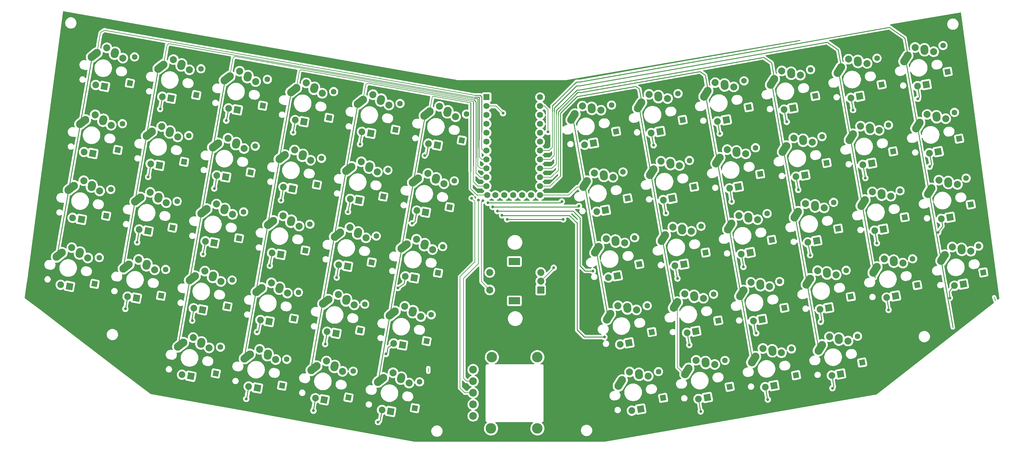
<source format=gbr>
%TF.GenerationSoftware,KiCad,Pcbnew,(6.0.7)*%
%TF.CreationDate,2022-11-08T23:53:27-08:00*%
%TF.ProjectId,Anguirus,416e6775-6972-4757-932e-6b696361645f,rev?*%
%TF.SameCoordinates,Original*%
%TF.FileFunction,Copper,L2,Bot*%
%TF.FilePolarity,Positive*%
%FSLAX46Y46*%
G04 Gerber Fmt 4.6, Leading zero omitted, Abs format (unit mm)*
G04 Created by KiCad (PCBNEW (6.0.7)) date 2022-11-08 23:53:27*
%MOMM*%
%LPD*%
G01*
G04 APERTURE LIST*
G04 Aperture macros list*
%AMHorizOval*
0 Thick line with rounded ends*
0 $1 width*
0 $2 $3 position (X,Y) of the first rounded end (center of the circle)*
0 $4 $5 position (X,Y) of the second rounded end (center of the circle)*
0 Add line between two ends*
20,1,$1,$2,$3,$4,$5,0*
0 Add two circle primitives to create the rounded ends*
1,1,$1,$2,$3*
1,1,$1,$4,$5*%
%AMRotRect*
0 Rectangle, with rotation*
0 The origin of the aperture is its center*
0 $1 length*
0 $2 width*
0 $3 Rotation angle, in degrees counterclockwise*
0 Add horizontal line*
21,1,$1,$2,0,0,$3*%
G04 Aperture macros list end*
%TA.AperFunction,ComponentPad*%
%ADD10RotRect,1.600000X1.600000X100.000000*%
%TD*%
%TA.AperFunction,ComponentPad*%
%ADD11HorizOval,2.250000X0.518281X0.832653X-0.518281X-0.832653X0*%
%TD*%
%TA.AperFunction,ComponentPad*%
%ADD12C,2.250000*%
%TD*%
%TA.AperFunction,ComponentPad*%
%ADD13C,2.000000*%
%TD*%
%TA.AperFunction,ComponentPad*%
%ADD14HorizOval,2.250000X-0.030890X0.289043X0.030890X-0.289043X0*%
%TD*%
%TA.AperFunction,ComponentPad*%
%ADD15C,1.905000*%
%TD*%
%TA.AperFunction,ComponentPad*%
%ADD16RotRect,1.905000X1.905000X10.000000*%
%TD*%
%TA.AperFunction,ComponentPad*%
%ADD17HorizOval,1.600000X0.000000X0.000000X0.000000X0.000000X0*%
%TD*%
%TA.AperFunction,ComponentPad*%
%ADD18RotRect,1.600000X1.600000X80.000000*%
%TD*%
%TA.AperFunction,ComponentPad*%
%ADD19HorizOval,1.600000X0.000000X0.000000X0.000000X0.000000X0*%
%TD*%
%TA.AperFunction,ComponentPad*%
%ADD20HorizOval,2.250000X0.771809X0.605175X-0.771809X-0.605175X0*%
%TD*%
%TA.AperFunction,ComponentPad*%
%ADD21HorizOval,2.250000X0.069832X0.282177X-0.069832X-0.282177X0*%
%TD*%
%TA.AperFunction,ComponentPad*%
%ADD22RotRect,1.905000X1.905000X350.000000*%
%TD*%
%TA.AperFunction,ComponentPad*%
%ADD23R,1.752600X1.752600*%
%TD*%
%TA.AperFunction,ComponentPad*%
%ADD24C,1.752600*%
%TD*%
%TA.AperFunction,ComponentPad*%
%ADD25R,2.000000X2.000000*%
%TD*%
%TA.AperFunction,ComponentPad*%
%ADD26R,3.200000X2.000000*%
%TD*%
%TA.AperFunction,ComponentPad*%
%ADD27C,2.200000*%
%TD*%
%TA.AperFunction,WasherPad*%
%ADD28C,3.000000*%
%TD*%
%TA.AperFunction,ViaPad*%
%ADD29C,0.800000*%
%TD*%
%TA.AperFunction,Conductor*%
%ADD30C,0.200000*%
%TD*%
%TA.AperFunction,Conductor*%
%ADD31C,0.250000*%
%TD*%
G04 APERTURE END LIST*
D10*
%TO.P,,1*%
%TO.N,N/C*%
X314743083Y-82604302D03*
%TD*%
D11*
%TO.P,REF\u002A\u002A,1*%
%TO.N,N/C*%
X312867302Y-135479721D03*
D12*
X313385593Y-134647075D03*
D13*
X315517681Y-132341820D03*
%TO.P,REF\u002A\u002A,2*%
X320806381Y-133541676D03*
D14*
X318191918Y-132997388D03*
D12*
X318161484Y-132708296D03*
D15*
%TO.P,REF\u002A\u002A,3*%
X316173632Y-143375543D03*
D16*
%TO.P,REF\u002A\u002A,4*%
X318675044Y-142934476D03*
%TD*%
D10*
%TO.P,REF\u002A\u002A,1*%
%TO.N,N/C*%
X305965215Y-143112215D03*
D17*
%TO.P,REF\u002A\u002A,2*%
X304642016Y-135607980D03*
%TD*%
D13*
%TO.P,REF\u002A\u002A,1*%
%TO.N,N/C*%
X242971900Y-164593828D03*
D11*
X240321521Y-167731729D03*
D12*
X240839812Y-166899083D03*
%TO.P,REF\u002A\u002A,2*%
X245615703Y-164960304D03*
D13*
X248260600Y-165793684D03*
D14*
X245646137Y-165249396D03*
D15*
%TO.P,REF\u002A\u002A,3*%
X243627851Y-175627551D03*
D16*
%TO.P,REF\u002A\u002A,4*%
X246129263Y-175186484D03*
%TD*%
D13*
%TO.P,REF\u002A\u002A,1*%
%TO.N,N/C*%
X261932601Y-161250544D03*
D12*
X259800513Y-163555799D03*
D11*
X259282222Y-164388445D03*
D13*
%TO.P,REF\u002A\u002A,2*%
X267221301Y-162450400D03*
D14*
X264606838Y-161906112D03*
D12*
X264576404Y-161617020D03*
D15*
%TO.P,REF\u002A\u002A,3*%
X262588552Y-172284267D03*
D16*
%TO.P,REF\u002A\u002A,4*%
X265089964Y-171843200D03*
%TD*%
D18*
%TO.P,REF\u002A\u002A,1*%
%TO.N,N/C*%
X191739243Y-117586769D03*
D19*
%TO.P,REF\u002A\u002A,2*%
X193062442Y-110082534D03*
%TD*%
D12*
%TO.P,REF\u002A\u002A,1*%
%TO.N,N/C*%
X275414161Y-141342462D03*
D13*
X277546249Y-139037207D03*
D11*
X274895870Y-142175108D03*
D14*
%TO.P,REF\u002A\u002A,2*%
X280220486Y-139692775D03*
D12*
X280190052Y-139403683D03*
D13*
X282834949Y-140237063D03*
D15*
%TO.P,REF\u002A\u002A,3*%
X278202200Y-150070930D03*
D16*
%TO.P,REF\u002A\u002A,4*%
X280703612Y-149629863D03*
%TD*%
D20*
%TO.P,REF\u002A\u002A,1*%
%TO.N,N/C*%
X87224451Y-93309942D03*
D12*
X87996266Y-92704777D03*
D13*
X90788217Y-91267762D03*
%TO.P,REF\u002A\u002A,2*%
X95347595Y-94204099D03*
D12*
X93147237Y-92516371D03*
D21*
X93076961Y-92798437D03*
D15*
%TO.P,REF\u002A\u002A,3*%
X87630854Y-101860418D03*
D22*
%TO.P,REF\u002A\u002A,4*%
X90132266Y-102301485D03*
%TD*%
D12*
%TO.P,REF\u002A\u002A,1*%
%TO.N,N/C*%
X141520342Y-121486391D03*
D20*
X140748527Y-122091556D03*
D13*
X144312293Y-120049376D03*
D12*
%TO.P,REF\u002A\u002A,2*%
X146671313Y-121297985D03*
D21*
X146601037Y-121580051D03*
D13*
X148871671Y-122985713D03*
D15*
%TO.P,REF\u002A\u002A,3*%
X141154930Y-130642032D03*
D22*
%TO.P,REF\u002A\u002A,4*%
X143656342Y-131083099D03*
%TD*%
D10*
%TO.P,REF\u002A\u002A,1*%
%TO.N,N/C*%
X336811668Y-98056893D03*
D17*
%TO.P,REF\u002A\u002A,2*%
X335488469Y-90552658D03*
%TD*%
D18*
%TO.P,REF\u002A\u002A,1*%
%TO.N,N/C*%
X128459023Y-145890266D03*
D19*
%TO.P,REF\u002A\u002A,2*%
X129782222Y-138386031D03*
%TD*%
D12*
%TO.P,REF\u002A\u002A,1*%
%TO.N,N/C*%
X237510386Y-147990765D03*
D11*
X236992095Y-148823411D03*
D13*
X239642474Y-145685510D03*
D14*
%TO.P,REF\u002A\u002A,2*%
X242316711Y-146341078D03*
D13*
X244931174Y-146885366D03*
D12*
X242286277Y-146051986D03*
D15*
%TO.P,REF\u002A\u002A,3*%
X240298425Y-156719233D03*
D16*
%TO.P,REF\u002A\u002A,4*%
X242799837Y-156278166D03*
%TD*%
D20*
%TO.P,REF\u002A\u002A,1*%
%TO.N,N/C*%
X156439538Y-144563269D03*
D13*
X160003304Y-142521089D03*
D12*
X157211353Y-143958104D03*
D21*
%TO.P,REF\u002A\u002A,2*%
X162292048Y-144051764D03*
D12*
X162362324Y-143769698D03*
D13*
X164562682Y-145457426D03*
D15*
%TO.P,REF\u002A\u002A,3*%
X156845941Y-153113745D03*
D22*
%TO.P,REF\u002A\u002A,4*%
X159347353Y-153554812D03*
%TD*%
D10*
%TO.P,REF\u002A\u002A,1*%
%TO.N,N/C*%
X321311950Y-120443289D03*
D17*
%TO.P,REF\u002A\u002A,2*%
X319988751Y-112939054D03*
%TD*%
D18*
%TO.P,REF\u002A\u002A,1*%
%TO.N,N/C*%
X90643601Y-139480306D03*
D19*
%TO.P,REF\u002A\u002A,2*%
X91966800Y-131976071D03*
%TD*%
D18*
%TO.P,REF\u002A\u002A,1*%
%TO.N,N/C*%
X181838936Y-174904382D03*
D19*
%TO.P,REF\u002A\u002A,2*%
X183162135Y-167400147D03*
%TD*%
D20*
%TO.P,REF\u002A\u002A,1*%
%TO.N,N/C*%
X172056954Y-166867251D03*
D12*
X172828769Y-166262086D03*
D13*
X175620720Y-164825071D03*
D21*
%TO.P,REF\u002A\u002A,2*%
X177909464Y-166355746D03*
D12*
X177979740Y-166073680D03*
D13*
X180180098Y-167761408D03*
D15*
%TO.P,REF\u002A\u002A,3*%
X172463357Y-175417727D03*
D22*
%TO.P,REF\u002A\u002A,4*%
X174964769Y-175858794D03*
%TD*%
D10*
%TO.P,REF\u002A\u002A,1*%
%TO.N,N/C*%
X318003950Y-101682702D03*
D17*
%TO.P,REF\u002A\u002A,2*%
X316680751Y-94178467D03*
%TD*%
D13*
%TO.P,REF\u002A\u002A,1*%
%TO.N,N/C*%
X324280804Y-72042841D03*
D11*
X321630425Y-75180742D03*
D12*
X322148716Y-74348096D03*
%TO.P,REF\u002A\u002A,2*%
X326924607Y-72409317D03*
D14*
X326955041Y-72698409D03*
D13*
X329569504Y-73242697D03*
D15*
%TO.P,REF\u002A\u002A,3*%
X324936755Y-83076564D03*
D16*
%TO.P,REF\u002A\u002A,4*%
X327438167Y-82635497D03*
%TD*%
D18*
%TO.P,REF\u002A\u002A,1*%
%TO.N,N/C*%
X119587021Y-85623676D03*
D19*
%TO.P,REF\u002A\u002A,2*%
X120910220Y-78119441D03*
%TD*%
D10*
%TO.P,REF\u002A\u002A,1*%
%TO.N,N/C*%
X295823589Y-85888735D03*
D17*
%TO.P,REF\u002A\u002A,2*%
X294500390Y-78384500D03*
%TD*%
D11*
%TO.P,REF\u002A\u002A,1*%
%TO.N,N/C*%
X278292950Y-161036340D03*
D13*
X280943329Y-157898439D03*
D12*
X278811241Y-160203694D03*
D13*
%TO.P,REF\u002A\u002A,2*%
X286232029Y-159098295D03*
D12*
X283587132Y-158264915D03*
D14*
X283617566Y-158554007D03*
D15*
%TO.P,REF\u002A\u002A,3*%
X281599280Y-168932162D03*
D16*
%TO.P,REF\u002A\u002A,4*%
X284100692Y-168491095D03*
%TD*%
D10*
%TO.P,REF\u002A\u002A,1*%
%TO.N,N/C*%
X333550798Y-78978492D03*
D17*
%TO.P,REF\u002A\u002A,2*%
X332227599Y-71474257D03*
%TD*%
D12*
%TO.P,REF\u002A\u002A,1*%
%TO.N,N/C*%
X138200623Y-140605998D03*
D20*
X137428808Y-141211163D03*
D13*
X140992574Y-139168983D03*
D21*
%TO.P,REF\u002A\u002A,2*%
X143281318Y-140699658D03*
D13*
X145551952Y-142105320D03*
D12*
X143351594Y-140417592D03*
D15*
%TO.P,REF\u002A\u002A,3*%
X137835211Y-149761639D03*
D22*
%TO.P,REF\u002A\u002A,4*%
X140336623Y-150202706D03*
%TD*%
D18*
%TO.P,REF\u002A\u002A,1*%
%TO.N,N/C*%
X172825670Y-114561296D03*
D19*
%TO.P,REF\u002A\u002A,2*%
X174148869Y-107057061D03*
%TD*%
D12*
%TO.P,REF\u002A\u002A,1*%
%TO.N,N/C*%
X125817611Y-99373699D03*
D13*
X128609562Y-97936684D03*
D20*
X125045796Y-99978864D03*
D12*
%TO.P,REF\u002A\u002A,2*%
X130968582Y-99185293D03*
D13*
X133168940Y-100873021D03*
D21*
X130898306Y-99467359D03*
D15*
%TO.P,REF\u002A\u002A,3*%
X125452199Y-108529340D03*
D22*
%TO.P,REF\u002A\u002A,4*%
X127953611Y-108970407D03*
%TD*%
D10*
%TO.P,REF\u002A\u002A,1*%
%TO.N,N/C*%
X299084457Y-104967135D03*
D17*
%TO.P,REF\u002A\u002A,2*%
X297761258Y-97462900D03*
%TD*%
D10*
%TO.P,REF\u002A\u002A,1*%
%TO.N,N/C*%
X249300870Y-153206835D03*
D17*
%TO.P,REF\u002A\u002A,2*%
X247977671Y-145702600D03*
%TD*%
D20*
%TO.P,REF\u002A\u002A,1*%
%TO.N,N/C*%
X109504870Y-77533617D03*
D12*
X110276685Y-76928452D03*
D13*
X113068636Y-75491437D03*
D12*
%TO.P,REF\u002A\u002A,2*%
X115427656Y-76740046D03*
D13*
X117628014Y-78427774D03*
D21*
X115357380Y-77022112D03*
D15*
%TO.P,REF\u002A\u002A,3*%
X109911273Y-86084093D03*
D22*
%TO.P,REF\u002A\u002A,4*%
X112412685Y-86525160D03*
%TD*%
D18*
%TO.P,REF\u002A\u002A,1*%
%TO.N,N/C*%
X125139304Y-165009873D03*
D19*
%TO.P,REF\u002A\u002A,2*%
X126462503Y-157505638D03*
%TD*%
D12*
%TO.P,REF\u002A\u002A,1*%
%TO.N,N/C*%
X81345397Y-130572443D03*
D13*
X84137348Y-129135428D03*
D20*
X80573582Y-131177608D03*
D12*
%TO.P,REF\u002A\u002A,2*%
X86496368Y-130384037D03*
D13*
X88696726Y-132071765D03*
D21*
X86426092Y-130666103D03*
D15*
%TO.P,REF\u002A\u002A,3*%
X80979985Y-139728084D03*
D22*
%TO.P,REF\u002A\u002A,4*%
X83481397Y-140169151D03*
%TD*%
D11*
%TO.P,REF\u002A\u002A,1*%
%TO.N,N/C*%
X249257425Y-107647019D03*
D12*
X249775716Y-106814373D03*
D13*
X251907804Y-104509118D03*
%TO.P,REF\u002A\u002A,2*%
X257196504Y-105708974D03*
D12*
X254551607Y-104875594D03*
D14*
X254582041Y-105164686D03*
D15*
%TO.P,REF\u002A\u002A,3*%
X252563755Y-115542841D03*
D16*
%TO.P,REF\u002A\u002A,4*%
X255065167Y-115101774D03*
%TD*%
D18*
%TO.P,REF\u002A\u002A,1*%
%TO.N,N/C*%
X150615823Y-129937394D03*
D19*
%TO.P,REF\u002A\u002A,2*%
X151939022Y-122433159D03*
%TD*%
D10*
%TO.P,REF\u002A\u002A,1*%
%TO.N,N/C*%
X268220362Y-149922400D03*
D17*
%TO.P,REF\u002A\u002A,2*%
X266897163Y-142418165D03*
%TD*%
D23*
%TO.P,U1,1*%
%TO.N,N/C*%
X202238824Y-86234144D03*
D24*
%TO.P,U1,2*%
X202238824Y-88774144D03*
%TO.P,U1,3*%
X202238824Y-91314144D03*
%TO.P,U1,4*%
X202238824Y-93854144D03*
%TO.P,U1,5*%
X202238824Y-96394144D03*
%TO.P,U1,6*%
X202238824Y-98934144D03*
%TO.P,U1,7*%
X202238824Y-101474144D03*
%TO.P,U1,8*%
X202238824Y-104014144D03*
%TO.P,U1,9*%
X202238824Y-106554144D03*
%TO.P,U1,10*%
X202238824Y-109094144D03*
%TO.P,U1,11*%
X202238824Y-111634144D03*
%TO.P,U1,12*%
X202467424Y-114174144D03*
%TO.P,U1,13*%
X217478824Y-114174144D03*
%TO.P,U1,14*%
X217478824Y-111634144D03*
%TO.P,U1,15*%
X217478824Y-109094144D03*
%TO.P,U1,16*%
X217478824Y-106554144D03*
%TO.P,U1,17*%
X217478824Y-104014144D03*
%TO.P,U1,18*%
X217478824Y-101474144D03*
%TO.P,U1,19*%
X217478824Y-98934144D03*
%TO.P,U1,20*%
X217478824Y-96394144D03*
%TO.P,U1,21*%
X217478824Y-93854144D03*
%TO.P,U1,22*%
X217478824Y-91314144D03*
%TO.P,U1,23*%
X217478824Y-88774144D03*
%TO.P,U1,24*%
X217478824Y-86234144D03*
%TO.P,U1,25*%
X204778824Y-114174144D03*
%TO.P,U1,26*%
X207318824Y-114174144D03*
%TO.P,U1,27*%
X209858824Y-114174144D03*
%TO.P,U1,28*%
X212398824Y-114174144D03*
%TO.P,U1,29*%
X214938824Y-114174144D03*
%TD*%
D18*
%TO.P,,1*%
%TO.N,N/C*%
X176286654Y-95518182D03*
%TD*%
%TO.P,REF\u002A\u002A,1*%
%TO.N,N/C*%
X162925363Y-171878911D03*
D19*
%TO.P,REF\u002A\u002A,2*%
X164248562Y-164374676D03*
%TD*%
D18*
%TO.P,REF\u002A\u002A,1*%
%TO.N,N/C*%
X97224188Y-101282299D03*
D19*
%TO.P,REF\u002A\u002A,2*%
X98547387Y-93778064D03*
%TD*%
D12*
%TO.P,REF\u002A\u002A,1*%
%TO.N,N/C*%
X246355940Y-87712408D03*
D11*
X245837649Y-88545054D03*
D13*
X248488028Y-85407153D03*
D14*
%TO.P,REF\u002A\u002A,2*%
X251162265Y-86062721D03*
D13*
X253776728Y-86607009D03*
D12*
X251131831Y-85773629D03*
D15*
%TO.P,REF\u002A\u002A,3*%
X249143979Y-96440876D03*
D16*
%TO.P,REF\u002A\u002A,4*%
X251645391Y-95999809D03*
%TD*%
D20*
%TO.P,REF\u002A\u002A,1*%
%TO.N,N/C*%
X175400237Y-147906552D03*
D13*
X178964003Y-145864372D03*
D12*
X176172052Y-147301387D03*
%TO.P,REF\u002A\u002A,2*%
X181323023Y-147112981D03*
D13*
X183523381Y-148800709D03*
D21*
X181252747Y-147395047D03*
D15*
%TO.P,REF\u002A\u002A,3*%
X175806640Y-156457028D03*
D22*
%TO.P,REF\u002A\u002A,4*%
X178308052Y-156898095D03*
%TD*%
D11*
%TO.P,REF\u002A\u002A,1*%
%TO.N,N/C*%
X302669723Y-78524026D03*
D13*
X305320102Y-75386125D03*
D12*
X303188014Y-77691380D03*
%TO.P,REF\u002A\u002A,2*%
X307963905Y-75752601D03*
D14*
X307994339Y-76041693D03*
D13*
X310608802Y-76585981D03*
D15*
%TO.P,REF\u002A\u002A,3*%
X305976053Y-86419848D03*
D16*
%TO.P,REF\u002A\u002A,4*%
X308477465Y-85978781D03*
%TD*%
D18*
%TO.P,REF\u002A\u002A,1*%
%TO.N,N/C*%
X112818041Y-123427378D03*
D19*
%TO.P,REF\u002A\u002A,2*%
X114141240Y-115923143D03*
%TD*%
D10*
%TO.P,REF\u002A\u002A,1*%
%TO.N,N/C*%
X276886452Y-89073114D03*
D17*
%TO.P,REF\u002A\u002A,2*%
X275563253Y-81568879D03*
%TD*%
D11*
%TO.P,REF\u002A\u002A,1*%
%TO.N,N/C*%
X226876949Y-91888337D03*
D12*
X227395240Y-91055691D03*
D13*
X229527328Y-88750436D03*
D12*
%TO.P,REF\u002A\u002A,2*%
X232171131Y-89116912D03*
D14*
X232201565Y-89406004D03*
D13*
X234816028Y-89950292D03*
D15*
%TO.P,REF\u002A\u002A,3*%
X230183279Y-99784159D03*
D16*
%TO.P,REF\u002A\u002A,4*%
X232684691Y-99343092D03*
%TD*%
D13*
%TO.P,REF\u002A\u002A,1*%
%TO.N,N/C*%
X267348673Y-82081514D03*
D12*
X265216585Y-84386769D03*
D11*
X264698294Y-85219415D03*
D14*
%TO.P,REF\u002A\u002A,2*%
X270022910Y-82737082D03*
D12*
X269992476Y-82447990D03*
D13*
X272637373Y-83281370D03*
D15*
%TO.P,REF\u002A\u002A,3*%
X268004624Y-93115237D03*
D16*
%TO.P,REF\u002A\u002A,4*%
X270506036Y-92674170D03*
%TD*%
D10*
%TO.P,REF\u002A\u002A,1*%
%TO.N,N/C*%
X239159242Y-95983358D03*
D17*
%TO.P,REF\u002A\u002A,2*%
X237836043Y-88479123D03*
%TD*%
D13*
%TO.P,REF\u002A\u002A,1*%
%TO.N,N/C*%
X293087175Y-116591959D03*
D11*
X290436796Y-119729860D03*
D12*
X290955087Y-118897214D03*
D14*
%TO.P,REF\u002A\u002A,2*%
X295761412Y-117247527D03*
D13*
X298375875Y-117791815D03*
D12*
X295730978Y-116958435D03*
D15*
%TO.P,REF\u002A\u002A,3*%
X293743126Y-127625682D03*
D16*
%TO.P,REF\u002A\u002A,4*%
X296244538Y-127184615D03*
%TD*%
D11*
%TO.P,REF\u002A\u002A,1*%
%TO.N,N/C*%
X230296725Y-110990302D03*
D13*
X232947104Y-107852401D03*
D12*
X230815016Y-110157656D03*
D14*
%TO.P,REF\u002A\u002A,2*%
X235621341Y-108507969D03*
D12*
X235590907Y-108218877D03*
D13*
X238235804Y-109052257D03*
D15*
%TO.P,REF\u002A\u002A,3*%
X233603055Y-118886124D03*
D16*
%TO.P,REF\u002A\u002A,4*%
X236104467Y-118445057D03*
%TD*%
D18*
%TO.P,REF\u002A\u002A,1*%
%TO.N,N/C*%
X185158654Y-155784775D03*
D19*
%TO.P,REF\u002A\u002A,2*%
X186481853Y-148280540D03*
%TD*%
D18*
%TO.P,REF\u002A\u002A,1*%
%TO.N,N/C*%
X100685170Y-82239186D03*
D19*
%TO.P,REF\u002A\u002A,2*%
X102008369Y-74734951D03*
%TD*%
D20*
%TO.P,REF\u002A\u002A,1*%
%TO.N,N/C*%
X159759257Y-125443661D03*
D13*
X163323023Y-123401481D03*
D12*
X160531072Y-124838496D03*
%TO.P,REF\u002A\u002A,2*%
X165682043Y-124650090D03*
D13*
X167882401Y-126337818D03*
D21*
X165611767Y-124932156D03*
D15*
%TO.P,REF\u002A\u002A,3*%
X160165660Y-133994137D03*
D22*
%TO.P,REF\u002A\u002A,4*%
X162667072Y-134435204D03*
%TD*%
D18*
%TO.P,REF\u002A\u002A,1*%
%TO.N,N/C*%
X144023512Y-168494421D03*
D19*
%TO.P,REF\u002A\u002A,2*%
X145346711Y-160990186D03*
%TD*%
D18*
%TO.P,REF\u002A\u002A,1*%
%TO.N,N/C*%
X131731613Y-126452849D03*
D19*
%TO.P,REF\u002A\u002A,2*%
X133054812Y-118948614D03*
%TD*%
D12*
%TO.P,REF\u002A\u002A,1*%
%TO.N,N/C*%
X122559641Y-118143108D03*
D13*
X125351592Y-116706093D03*
D20*
X121787826Y-118748273D03*
D21*
%TO.P,REF\u002A\u002A,2*%
X127640336Y-118236768D03*
D13*
X129910970Y-119642430D03*
D12*
X127710612Y-117954702D03*
D15*
%TO.P,REF\u002A\u002A,3*%
X122194229Y-127298749D03*
D22*
%TO.P,REF\u002A\u002A,4*%
X124695641Y-127739816D03*
%TD*%
D25*
%TO.P,REF\u002A\u002A,A*%
%TO.N,N/C*%
X217667624Y-141204994D03*
D13*
%TO.P,REF\u002A\u002A,B*%
X217667624Y-136204994D03*
%TO.P,REF\u002A\u002A,C*%
X217667624Y-138704994D03*
D26*
%TO.P,REF\u002A\u002A,MP*%
X210167624Y-133104994D03*
X210167624Y-144304994D03*
D13*
%TO.P,REF\u002A\u002A,S1*%
X203167624Y-136204994D03*
%TO.P,REF\u002A\u002A,S2*%
X203167624Y-141204994D03*
%TD*%
D10*
%TO.P,REF\u002A\u002A,1*%
%TO.N,N/C*%
X261339605Y-111777322D03*
D17*
%TO.P,REF\u002A\u002A,2*%
X260016406Y-104273087D03*
%TD*%
D10*
%TO.P,REF\u002A\u002A,1*%
%TO.N,N/C*%
X258078736Y-92698924D03*
D17*
%TO.P,REF\u002A\u002A,2*%
X256755537Y-85194689D03*
%TD*%
D11*
%TO.P,REF\u002A\u002A,1*%
%TO.N,N/C*%
X268118069Y-104321377D03*
D12*
X268636360Y-103488731D03*
D13*
X270768448Y-101183476D03*
D14*
%TO.P,REF\u002A\u002A,2*%
X273442685Y-101839044D03*
D12*
X273412251Y-101549952D03*
D13*
X276057148Y-102383332D03*
D15*
%TO.P,REF\u002A\u002A,3*%
X271424399Y-112217199D03*
D16*
%TO.P,REF\u002A\u002A,4*%
X273925811Y-111776132D03*
%TD*%
D11*
%TO.P,REF\u002A\u002A,1*%
%TO.N,N/C*%
X325050200Y-94282707D03*
D12*
X325568491Y-93450061D03*
D13*
X327700579Y-91144806D03*
D14*
%TO.P,REF\u002A\u002A,2*%
X330374816Y-91800374D03*
D13*
X332989279Y-92344662D03*
D12*
X330344382Y-91511282D03*
D15*
%TO.P,REF\u002A\u002A,3*%
X328356530Y-102178529D03*
D16*
%TO.P,REF\u002A\u002A,4*%
X330857942Y-101737462D03*
%TD*%
D18*
%TO.P,REF\u002A\u002A,1*%
%TO.N,N/C*%
X153923819Y-111176806D03*
D19*
%TO.P,REF\u002A\u002A,2*%
X155247018Y-103672571D03*
%TD*%
D13*
%TO.P,REF\u002A\u002A,1*%
%TO.N,N/C*%
X334855288Y-128959920D03*
D11*
X332204909Y-132097821D03*
D12*
X332723200Y-131265175D03*
%TO.P,REF\u002A\u002A,2*%
X337499091Y-129326396D03*
D14*
X337529525Y-129615488D03*
D13*
X340143988Y-130159776D03*
D15*
%TO.P,REF\u002A\u002A,3*%
X335511239Y-139993643D03*
D16*
%TO.P,REF\u002A\u002A,4*%
X338012651Y-139552576D03*
%TD*%
D11*
%TO.P,REF\u002A\u002A,1*%
%TO.N,N/C*%
X297253650Y-157693057D03*
D12*
X297771941Y-156860411D03*
D13*
X299904029Y-154555156D03*
D14*
%TO.P,REF\u002A\u002A,2*%
X302578266Y-155210724D03*
D13*
X305192729Y-155755012D03*
D12*
X302547832Y-154921632D03*
D15*
%TO.P,REF\u002A\u002A,3*%
X300559980Y-165588879D03*
D16*
%TO.P,REF\u002A\u002A,4*%
X303061392Y-165147812D03*
%TD*%
D13*
%TO.P,REF\u002A\u002A,1*%
%TO.N,N/C*%
X255265830Y-123260883D03*
D11*
X252615451Y-126398784D03*
D12*
X253133742Y-125566138D03*
D13*
%TO.P,REF\u002A\u002A,2*%
X260554530Y-124460739D03*
D14*
X257940067Y-123916451D03*
D12*
X257909633Y-123627359D03*
D15*
%TO.P,REF\u002A\u002A,3*%
X255921781Y-134294606D03*
D16*
%TO.P,REF\u002A\u002A,4*%
X258423193Y-133853539D03*
%TD*%
D10*
%TO.P,REF\u002A\u002A,1*%
%TO.N,N/C*%
X280147321Y-108151513D03*
D17*
%TO.P,REF\u002A\u002A,2*%
X278824122Y-100647278D03*
%TD*%
D10*
%TO.P,REF\u002A\u002A,1*%
%TO.N,N/C*%
X242420111Y-115061756D03*
D17*
%TO.P,REF\u002A\u002A,2*%
X241096912Y-107557521D03*
%TD*%
D20*
%TO.P,REF\u002A\u002A,1*%
%TO.N,N/C*%
X147326215Y-84202542D03*
D12*
X148098030Y-83597377D03*
D13*
X150889981Y-82160362D03*
D12*
%TO.P,REF\u002A\u002A,2*%
X153249001Y-83408971D03*
D13*
X155449359Y-85096699D03*
D21*
X153178725Y-83691037D03*
D15*
%TO.P,REF\u002A\u002A,3*%
X147732618Y-92753018D03*
D22*
%TO.P,REF\u002A\u002A,4*%
X150234030Y-93194085D03*
%TD*%
D20*
%TO.P,REF\u002A\u002A,1*%
%TO.N,N/C*%
X106185151Y-96653225D03*
D13*
X109748917Y-94611045D03*
D12*
X106956966Y-96048060D03*
%TO.P,REF\u002A\u002A,2*%
X112107937Y-95859654D03*
D21*
X112037661Y-96141720D03*
D13*
X114308295Y-97547382D03*
D15*
%TO.P,REF\u002A\u002A,3*%
X106591554Y-105203701D03*
D22*
%TO.P,REF\u002A\u002A,4*%
X109092966Y-105644768D03*
%TD*%
D11*
%TO.P,REF\u002A\u002A,1*%
%TO.N,N/C*%
X293856571Y-138831825D03*
D12*
X294374862Y-137999179D03*
D13*
X296506950Y-135693924D03*
D12*
%TO.P,REF\u002A\u002A,2*%
X299150753Y-136060400D03*
D14*
X299181187Y-136349492D03*
D13*
X301795650Y-136893780D03*
D15*
%TO.P,REF\u002A\u002A,3*%
X297162901Y-146727647D03*
D16*
%TO.P,REF\u002A\u002A,4*%
X299664313Y-146286580D03*
%TD*%
D12*
%TO.P,REF\u002A\u002A,1*%
%TO.N,N/C*%
X306607790Y-96793345D03*
D13*
X308739878Y-94488090D03*
D11*
X306089499Y-97625991D03*
D14*
%TO.P,REF\u002A\u002A,2*%
X311414115Y-95143658D03*
D12*
X311383681Y-94854566D03*
D13*
X314028578Y-95687946D03*
D15*
%TO.P,REF\u002A\u002A,3*%
X309395829Y-105521813D03*
D16*
%TO.P,REF\u002A\u002A,4*%
X311897241Y-105080746D03*
%TD*%
D12*
%TO.P,REF\u002A\u002A,1*%
%TO.N,N/C*%
X271994386Y-122240497D03*
D13*
X274126474Y-119935242D03*
D11*
X271476095Y-123073143D03*
D13*
%TO.P,REF\u002A\u002A,2*%
X279415174Y-121135098D03*
D12*
X276770277Y-120301718D03*
D14*
X276800711Y-120590810D03*
D15*
%TO.P,REF\u002A\u002A,3*%
X274782425Y-130968965D03*
D16*
%TO.P,REF\u002A\u002A,4*%
X277283837Y-130527898D03*
%TD*%
D10*
%TO.P,REF\u002A\u002A,1*%
%TO.N,N/C*%
X283455319Y-126912102D03*
D17*
%TO.P,REF\u002A\u002A,2*%
X282132120Y-119407867D03*
%TD*%
D13*
%TO.P,REF\u002A\u002A,1*%
%TO.N,N/C*%
X312097905Y-113239855D03*
D12*
X309965817Y-115545110D03*
D11*
X309447526Y-116377756D03*
D14*
%TO.P,REF\u002A\u002A,2*%
X314772142Y-113895423D03*
D12*
X314741708Y-113606331D03*
D13*
X317386605Y-114439711D03*
D15*
%TO.P,REF\u002A\u002A,3*%
X312753856Y-124273578D03*
D16*
%TO.P,REF\u002A\u002A,4*%
X315255268Y-123832511D03*
%TD*%
D18*
%TO.P,REF\u002A\u002A,1*%
%TO.N,N/C*%
X169517674Y-133321884D03*
D19*
%TO.P,REF\u002A\u002A,2*%
X170840873Y-125817649D03*
%TD*%
D10*
%TO.P,REF\u002A\u002A,1*%
%TO.N,N/C*%
X271467357Y-168810098D03*
D17*
%TO.P,REF\u002A\u002A,2*%
X270144158Y-161305863D03*
%TD*%
D10*
%TO.P,REF\u002A\u002A,1*%
%TO.N,N/C*%
X252530221Y-171994474D03*
D17*
%TO.P,REF\u002A\u002A,2*%
X251207022Y-164490239D03*
%TD*%
D13*
%TO.P,REF\u002A\u002A,1*%
%TO.N,N/C*%
X118688590Y-154786402D03*
D20*
X115124824Y-156828582D03*
D12*
X115896639Y-156223417D03*
D21*
%TO.P,REF\u002A\u002A,2*%
X120977334Y-156317077D03*
D12*
X121047610Y-156035011D03*
D13*
X123247968Y-157722739D03*
D15*
%TO.P,REF\u002A\u002A,3*%
X115531227Y-165379058D03*
D22*
%TO.P,REF\u002A\u002A,4*%
X118032639Y-165820125D03*
%TD*%
D18*
%TO.P,REF\u002A\u002A,1*%
%TO.N,N/C*%
X176286654Y-95518182D03*
D19*
%TO.P,REF\u002A\u002A,2*%
X177609853Y-88013947D03*
%TD*%
D18*
%TO.P,REF\u002A\u002A,1*%
%TO.N,N/C*%
X166245082Y-152759304D03*
D19*
%TO.P,REF\u002A\u002A,2*%
X167568281Y-145255069D03*
%TD*%
D18*
%TO.P,REF\u002A\u002A,1*%
%TO.N,N/C*%
X109545451Y-142864795D03*
D19*
%TO.P,REF\u002A\u002A,2*%
X110868650Y-135360560D03*
%TD*%
D13*
%TO.P,REF\u002A\u002A,1*%
%TO.N,N/C*%
X331058604Y-109896572D03*
D11*
X328408225Y-113034473D03*
D12*
X328926516Y-112201827D03*
D14*
%TO.P,REF\u002A\u002A,2*%
X333732841Y-110552140D03*
D12*
X333702407Y-110263048D03*
D13*
X336347304Y-111096428D03*
D15*
%TO.P,REF\u002A\u002A,3*%
X331714555Y-120930295D03*
D16*
%TO.P,REF\u002A\u002A,4*%
X334215967Y-120489228D03*
%TD*%
D10*
%TO.P,REF\u002A\u002A,1*%
%TO.N,N/C*%
X302392456Y-123727723D03*
D17*
%TO.P,REF\u002A\u002A,2*%
X301069257Y-116223488D03*
%TD*%
D12*
%TO.P,REF\u002A\u002A,1*%
%TO.N,N/C*%
X84738296Y-111474186D03*
D13*
X87530247Y-110037171D03*
D20*
X83966481Y-112079351D03*
D13*
%TO.P,REF\u002A\u002A,2*%
X92089625Y-112973508D03*
D21*
X89818991Y-111567846D03*
D12*
X89889267Y-111285780D03*
D15*
%TO.P,REF\u002A\u002A,3*%
X84372884Y-120629827D03*
D22*
%TO.P,REF\u002A\u002A,4*%
X86874296Y-121070894D03*
%TD*%
D18*
%TO.P,REF\u002A\u002A,1*%
%TO.N,N/C*%
X93916190Y-120042888D03*
D19*
%TO.P,REF\u002A\u002A,2*%
X95239389Y-112538653D03*
%TD*%
D10*
%TO.P,REF\u002A\u002A,1*%
%TO.N,N/C*%
X314743083Y-82604302D03*
D17*
%TO.P,REF\u002A\u002A,2*%
X313419884Y-75100067D03*
%TD*%
D20*
%TO.P,REF\u002A\u002A,1*%
%TO.N,N/C*%
X128365514Y-80859259D03*
D12*
X129137329Y-80254094D03*
D13*
X131929280Y-78817079D03*
%TO.P,REF\u002A\u002A,2*%
X136488658Y-81753416D03*
D21*
X134218024Y-80347754D03*
D12*
X134288300Y-80065688D03*
D15*
%TO.P,REF\u002A\u002A,3*%
X128771917Y-89409735D03*
D22*
%TO.P,REF\u002A\u002A,4*%
X131273329Y-89850802D03*
%TD*%
D13*
%TO.P,REF\u002A\u002A,1*%
%TO.N,N/C*%
X185541692Y-107975355D03*
D12*
X182749741Y-109412370D03*
D20*
X181977926Y-110017535D03*
D13*
%TO.P,REF\u002A\u002A,2*%
X190101070Y-110911692D03*
D12*
X187900712Y-109223964D03*
D21*
X187830436Y-109506030D03*
D15*
%TO.P,REF\u002A\u002A,3*%
X182384329Y-118568011D03*
D22*
%TO.P,REF\u002A\u002A,4*%
X184885741Y-119009078D03*
%TD*%
D13*
%TO.P,REF\u002A\u002A,1*%
%TO.N,N/C*%
X94107936Y-72148154D03*
D12*
X91315985Y-73585169D03*
D20*
X90544170Y-74190334D03*
D12*
%TO.P,REF\u002A\u002A,2*%
X96466956Y-73396763D03*
D21*
X96396680Y-73678829D03*
D13*
X98667314Y-75084491D03*
D15*
%TO.P,REF\u002A\u002A,3*%
X90950573Y-82740810D03*
D22*
%TO.P,REF\u002A\u002A,4*%
X93451985Y-83181877D03*
%TD*%
D11*
%TO.P,REF\u002A\u002A,1*%
%TO.N,N/C*%
X283658995Y-81876131D03*
D12*
X284177286Y-81043485D03*
D13*
X286309374Y-78738230D03*
D14*
%TO.P,REF\u002A\u002A,2*%
X288983611Y-79393798D03*
D13*
X291598074Y-79938086D03*
D12*
X288953177Y-79104706D03*
D15*
%TO.P,REF\u002A\u002A,3*%
X286965325Y-89771953D03*
D16*
%TO.P,REF\u002A\u002A,4*%
X289466737Y-89330886D03*
%TD*%
D12*
%TO.P,REF\u002A\u002A,1*%
%TO.N,N/C*%
X234173042Y-128909422D03*
D13*
X236305130Y-126604167D03*
D11*
X233654751Y-129742068D03*
D14*
%TO.P,REF\u002A\u002A,2*%
X238979367Y-127259735D03*
D12*
X238948933Y-126970643D03*
D13*
X241593830Y-127804023D03*
D15*
%TO.P,REF\u002A\u002A,3*%
X236961081Y-137637890D03*
D16*
%TO.P,REF\u002A\u002A,4*%
X239462493Y-137196823D03*
%TD*%
D10*
%TO.P,REF\u002A\u002A,1*%
%TO.N,N/C*%
X245728109Y-133822345D03*
D17*
%TO.P,REF\u002A\u002A,2*%
X244404910Y-126318110D03*
%TD*%
D12*
%TO.P,REF\u002A\u002A,1*%
%TO.N,N/C*%
X163789040Y-106069088D03*
D13*
X166580991Y-104632073D03*
D20*
X163017225Y-106674253D03*
D13*
%TO.P,REF\u002A\u002A,2*%
X171140369Y-107568410D03*
D21*
X168869735Y-106162748D03*
D12*
X168940011Y-105880682D03*
D15*
%TO.P,REF\u002A\u002A,3*%
X163423628Y-115224729D03*
D22*
%TO.P,REF\u002A\u002A,4*%
X165925040Y-115665796D03*
%TD*%
D18*
%TO.P,REF\u002A\u002A,1*%
%TO.N,N/C*%
X195200225Y-98543653D03*
D19*
%TO.P,REF\u002A\u002A,2*%
X196523424Y-91039418D03*
%TD*%
D20*
%TO.P,REF\u002A\u002A,1*%
%TO.N,N/C*%
X118468107Y-137867880D03*
D13*
X122031873Y-135825700D03*
D12*
X119239922Y-137262715D03*
D21*
%TO.P,REF\u002A\u002A,2*%
X124320617Y-137356375D03*
D12*
X124390893Y-137074309D03*
D13*
X126591251Y-138762037D03*
D15*
%TO.P,REF\u002A\u002A,3*%
X118874510Y-146418356D03*
D22*
%TO.P,REF\u002A\u002A,4*%
X121375922Y-146859423D03*
%TD*%
D10*
%TO.P,REF\u002A\u002A,1*%
%TO.N,N/C*%
X287028078Y-146296591D03*
D17*
%TO.P,REF\u002A\u002A,2*%
X285704879Y-138792356D03*
%TD*%
D10*
%TO.P,REF\u002A\u002A,1*%
%TO.N,N/C*%
X343692425Y-136201972D03*
D17*
%TO.P,REF\u002A\u002A,2*%
X342369226Y-128697737D03*
%TD*%
D10*
%TO.P,REF\u002A\u002A,1*%
%TO.N,N/C*%
X340119665Y-116817480D03*
D17*
%TO.P,REF\u002A\u002A,2*%
X338796466Y-109313245D03*
%TD*%
D12*
%TO.P,REF\u002A\u002A,1*%
%TO.N,N/C*%
X100379278Y-133937076D03*
D20*
X99607463Y-134542241D03*
D13*
X103171229Y-132500061D03*
%TO.P,REF\u002A\u002A,2*%
X107730607Y-135436398D03*
D12*
X105530249Y-133748670D03*
D21*
X105459973Y-134030736D03*
D15*
%TO.P,REF\u002A\u002A,3*%
X100013866Y-143092717D03*
D22*
%TO.P,REF\u002A\u002A,4*%
X102515278Y-143533784D03*
%TD*%
D20*
%TO.P,REF\u002A\u002A,1*%
%TO.N,N/C*%
X144006496Y-103322147D03*
D13*
X147570262Y-101279967D03*
D12*
X144778311Y-102716982D03*
D13*
%TO.P,REF\u002A\u002A,2*%
X152129640Y-104216304D03*
D12*
X149929282Y-102528576D03*
D21*
X149859006Y-102810642D03*
D15*
%TO.P,REF\u002A\u002A,3*%
X144412899Y-111872623D03*
D22*
%TO.P,REF\u002A\u002A,4*%
X146914311Y-112313690D03*
%TD*%
D18*
%TO.P,REF\u002A\u002A,1*%
%TO.N,N/C*%
X147343231Y-149374814D03*
D19*
%TO.P,REF\u002A\u002A,2*%
X148666430Y-141870579D03*
%TD*%
D18*
%TO.P,REF\u002A\u002A,1*%
%TO.N,N/C*%
X116126039Y-104666789D03*
D19*
%TO.P,REF\u002A\u002A,2*%
X117449238Y-97162554D03*
%TD*%
D27*
%TO.P,REF\u002A\u002A,*%
%TO.N,*%
X198428824Y-167229194D03*
D28*
X203508824Y-180691194D03*
X216716824Y-160371194D03*
X216716824Y-180691194D03*
D27*
X198428824Y-177135194D03*
X198428824Y-170531194D03*
D28*
X203762824Y-160371194D03*
D27*
X198428824Y-173833194D03*
X198428824Y-163927194D03*
%TD*%
D13*
%TO.P,REF\u002A\u002A,1*%
%TO.N,N/C*%
X169900710Y-85512465D03*
D20*
X166336944Y-87554645D03*
D12*
X167108759Y-86949480D03*
D13*
%TO.P,REF\u002A\u002A,2*%
X174460088Y-88448802D03*
D12*
X172259730Y-86761074D03*
D21*
X172189454Y-87043140D03*
D15*
%TO.P,REF\u002A\u002A,3*%
X166743347Y-96105121D03*
D22*
%TO.P,REF\u002A\u002A,4*%
X169244759Y-96546188D03*
%TD*%
D12*
%TO.P,REF\u002A\u002A,1*%
%TO.N,N/C*%
X287597060Y-100145448D03*
D13*
X289729148Y-97840193D03*
D11*
X287078769Y-100978094D03*
D12*
%TO.P,REF\u002A\u002A,2*%
X292372951Y-98206669D03*
D13*
X295017848Y-99040049D03*
D14*
X292403385Y-98495761D03*
D15*
%TO.P,REF\u002A\u002A,3*%
X290385099Y-108873916D03*
D16*
%TO.P,REF\u002A\u002A,4*%
X292886511Y-108432849D03*
%TD*%
D18*
%TO.P,REF\u002A\u002A,1*%
%TO.N,N/C*%
X135039611Y-107692260D03*
D19*
%TO.P,REF\u002A\u002A,2*%
X136362810Y-100188025D03*
%TD*%
D18*
%TO.P,REF\u002A\u002A,1*%
%TO.N,N/C*%
X138500593Y-88649147D03*
D19*
%TO.P,REF\u002A\u002A,2*%
X139823792Y-81144912D03*
%TD*%
D18*
%TO.P,REF\u002A\u002A,1*%
%TO.N,N/C*%
X188431245Y-136347355D03*
D19*
%TO.P,REF\u002A\u002A,2*%
X189754444Y-128843120D03*
%TD*%
D18*
%TO.P,REF\u002A\u002A,1*%
%TO.N,N/C*%
X157384803Y-92133692D03*
D19*
%TO.P,REF\u002A\u002A,2*%
X158708002Y-84629457D03*
%TD*%
D10*
%TO.P,REF\u002A\u002A,1*%
%TO.N,N/C*%
X264647603Y-130537911D03*
D17*
%TO.P,REF\u002A\u002A,2*%
X263324404Y-123033676D03*
%TD*%
D12*
%TO.P,REF\u002A\u002A,1*%
%TO.N,N/C*%
X134857340Y-159566700D03*
D13*
X137649291Y-158129685D03*
D20*
X134085525Y-160171865D03*
D21*
%TO.P,REF\u002A\u002A,2*%
X139938035Y-159660360D03*
D12*
X140008311Y-159378294D03*
D13*
X142208669Y-161066022D03*
D15*
%TO.P,REF\u002A\u002A,3*%
X134491928Y-168722341D03*
D22*
%TO.P,REF\u002A\u002A,4*%
X136993340Y-169163408D03*
%TD*%
D10*
%TO.P,REF\u002A\u002A,1*%
%TO.N,N/C*%
X324884709Y-139827782D03*
D17*
%TO.P,REF\u002A\u002A,2*%
X323561510Y-132323547D03*
%TD*%
D20*
%TO.P,REF\u002A\u002A,1*%
%TO.N,N/C*%
X185297646Y-90897928D03*
D12*
X186069461Y-90292763D03*
D13*
X188861412Y-88855748D03*
%TO.P,REF\u002A\u002A,2*%
X193420790Y-91792085D03*
D21*
X191150156Y-90386423D03*
D12*
X191220432Y-90104357D03*
D15*
%TO.P,REF\u002A\u002A,3*%
X185704049Y-99448404D03*
D22*
%TO.P,REF\u002A\u002A,4*%
X188205461Y-99889471D03*
%TD*%
D10*
%TO.P,REF\u002A\u002A,1*%
%TO.N,N/C*%
X309194568Y-161899855D03*
D17*
%TO.P,REF\u002A\u002A,2*%
X307871369Y-154395620D03*
%TD*%
D13*
%TO.P,REF\u002A\u002A,1*%
%TO.N,N/C*%
X258685606Y-142362849D03*
D11*
X256035227Y-145500750D03*
D12*
X256553518Y-144668104D03*
D13*
%TO.P,REF\u002A\u002A,2*%
X263974306Y-143562705D03*
D14*
X261359843Y-143018417D03*
D12*
X261329409Y-142729325D03*
D15*
%TO.P,REF\u002A\u002A,3*%
X259341557Y-153396572D03*
D16*
%TO.P,REF\u002A\u002A,4*%
X261842969Y-152955505D03*
%TD*%
D13*
%TO.P,REF\u002A\u002A,1*%
%TO.N,N/C*%
X182283722Y-126744764D03*
D12*
X179491771Y-128181779D03*
D20*
X178719956Y-128786944D03*
D12*
%TO.P,REF\u002A\u002A,2*%
X184642742Y-127993373D03*
D21*
X184572466Y-128275439D03*
D13*
X186843100Y-129681101D03*
D15*
%TO.P,REF\u002A\u002A,3*%
X179126359Y-137337420D03*
D22*
%TO.P,REF\u002A\u002A,4*%
X181627771Y-137778487D03*
%TD*%
D20*
%TO.P,REF\u002A\u002A,1*%
%TO.N,N/C*%
X102927182Y-115422633D03*
D12*
X103698997Y-114817468D03*
D13*
X106490948Y-113380453D03*
D12*
%TO.P,REF\u002A\u002A,2*%
X108849968Y-114629062D03*
D13*
X111050326Y-116316790D03*
D21*
X108779692Y-114911128D03*
D15*
%TO.P,REF\u002A\u002A,3*%
X103333585Y-123973109D03*
D22*
%TO.P,REF\u002A\u002A,4*%
X105834997Y-124414176D03*
%TD*%
D10*
%TO.P,REF\u002A\u002A,1*%
%TO.N,N/C*%
X290386851Y-165525665D03*
D17*
%TO.P,REF\u002A\u002A,2*%
X289063652Y-158021430D03*
%TD*%
D12*
%TO.P,REF\u002A\u002A,1*%
%TO.N,N/C*%
X153868069Y-162918803D03*
D13*
X156660020Y-161481788D03*
D20*
X153096254Y-163523968D03*
D13*
%TO.P,REF\u002A\u002A,2*%
X161219398Y-164418125D03*
D21*
X158948764Y-163012463D03*
D12*
X159019040Y-162730397D03*
D15*
%TO.P,REF\u002A\u002A,3*%
X153502657Y-172074444D03*
D22*
%TO.P,REF\u002A\u002A,4*%
X156004069Y-172515511D03*
%TD*%
D29*
%TO.N,*%
X206933800Y-90779600D03*
X201218800Y-115747800D03*
X221361000Y-134874000D03*
X197993000Y-115062000D03*
X199898000Y-115570000D03*
X219710000Y-96139000D03*
X294387083Y-131277745D03*
X121500244Y-130941989D03*
X249796650Y-99936650D03*
X140510973Y-134294095D03*
X228549200Y-117246400D03*
X176999198Y-140624786D03*
X279019808Y-153537620D03*
X206644284Y-119928684D03*
X316715290Y-146890890D03*
X256608013Y-137939213D03*
X272035971Y-115978139D03*
X99381526Y-146592074D03*
X300736040Y-169220275D03*
X166213796Y-99622604D03*
X232511600Y-135788400D03*
X171334143Y-178881057D03*
X203977284Y-117515684D03*
X297411475Y-150294675D03*
X184636301Y-102870989D03*
X202605684Y-116347284D03*
X109293781Y-89586071D03*
X313386621Y-127862179D03*
X275376353Y-134629848D03*
X334173846Y-143470646D03*
X156278475Y-156624541D03*
X118442162Y-149934238D03*
X310107457Y-109265109D03*
X181027634Y-122197566D03*
X224078800Y-121056400D03*
X287732902Y-93247464D03*
X205323484Y-118709484D03*
X152937216Y-175637184D03*
X235813600Y-154635200D03*
X268672145Y-96608391D03*
X306606769Y-89887231D03*
X136866340Y-153201660D03*
X102743355Y-127634645D03*
X282325651Y-172466525D03*
X325068578Y-86664178D03*
X124714040Y-112267960D03*
X159571730Y-137655019D03*
X263212659Y-175836659D03*
X147169091Y-96264509D03*
X328417791Y-106036503D03*
X173613194Y-159439994D03*
X290996672Y-112634856D03*
X143701272Y-115615921D03*
X105885263Y-108947937D03*
X330820138Y-124775338D03*
X162770850Y-118926817D03*
X259969843Y-156896643D03*
X208116180Y-121056400D03*
X223672400Y-115976400D03*
X133815586Y-172265523D03*
X128124385Y-92906415D03*
X253325411Y-119277314D03*
%TD*%
D30*
%TO.N,*%
X204928344Y-88774144D02*
X202238824Y-88774144D01*
X206933800Y-90779600D02*
X204928344Y-88774144D01*
X200761600Y-138480800D02*
X200761600Y-116205000D01*
X200761600Y-138798970D02*
X200761600Y-138480800D01*
X203167624Y-141204994D02*
X200761600Y-138798970D01*
X200761600Y-116205000D02*
X201218800Y-115747800D01*
X221361000Y-135011618D02*
X221361000Y-134874000D01*
X217667624Y-138704994D02*
X221361000Y-135011618D01*
X198882000Y-115951000D02*
X197993000Y-115062000D01*
X198882000Y-133350000D02*
X198882000Y-115951000D01*
X198755000Y-133350000D02*
X198882000Y-133350000D01*
X194691000Y-137414000D02*
X198755000Y-133350000D01*
X194691000Y-169164000D02*
X194691000Y-137414000D01*
X196058194Y-170531194D02*
X194945000Y-169418000D01*
X198428824Y-170531194D02*
X196058194Y-170531194D01*
X194945000Y-169418000D02*
X194691000Y-169164000D01*
X199898000Y-133731000D02*
X199898000Y-115570000D01*
X195707000Y-137922000D02*
X198374000Y-135255000D01*
X198374000Y-135255000D02*
X199898000Y-133731000D01*
X195707000Y-166370000D02*
X195707000Y-137922000D01*
X196566194Y-167229194D02*
X195707000Y-166370000D01*
X198428824Y-167229194D02*
X196566194Y-167229194D01*
X218695144Y-88774144D02*
X217478824Y-88774144D01*
X219710000Y-89789000D02*
X218695144Y-88774144D01*
X219710000Y-96139000D02*
X219710000Y-89789000D01*
X199593200Y-114198400D02*
X197708218Y-112313418D01*
D31*
X309395830Y-105521811D02*
X310048606Y-109223901D01*
X313388990Y-127875612D02*
X313447839Y-127916817D01*
X330840023Y-124746940D02*
X332076230Y-122981454D01*
X203977284Y-117515684D02*
X228279916Y-117515684D01*
X137270646Y-152963446D02*
X136917549Y-153210689D01*
X302528351Y-79318061D02*
X312838675Y-137790815D01*
X208116180Y-121056400D02*
X224078800Y-121056400D01*
X198444996Y-87478462D02*
X198444996Y-104831004D01*
X325474855Y-86128288D02*
X324936754Y-83076564D01*
D30*
X222097600Y-105308400D02*
X222097600Y-99314000D01*
D31*
X229280622Y-84856222D02*
X228224178Y-84856222D01*
X118442162Y-149934238D02*
X118457132Y-149955618D01*
X226913484Y-118709484D02*
X227634800Y-119430800D01*
X227990400Y-122072400D02*
X228041200Y-122123200D01*
X312753855Y-124273578D02*
X313386621Y-127862179D01*
X199749624Y-86736594D02*
X199749624Y-99368824D01*
X108733061Y-78138792D02*
X98712033Y-134970867D01*
X125452199Y-108529342D02*
X124799421Y-112231431D01*
X147732620Y-92753017D02*
X147141590Y-96104910D01*
X198900090Y-86228594D02*
X200206824Y-86228594D01*
D30*
X220343856Y-111634144D02*
X223266000Y-108712000D01*
D31*
X147141590Y-96104910D02*
X147265210Y-96281457D01*
D30*
X202238824Y-111634144D02*
X199772144Y-111634144D01*
D31*
X306606769Y-89887231D02*
X306643575Y-89913002D01*
X252563755Y-115542839D02*
X253207712Y-119194900D01*
X221538800Y-89306400D02*
X227845702Y-82999498D01*
X206654400Y-119938800D02*
X225399600Y-119938800D01*
D30*
X199241624Y-107903224D02*
X199241624Y-102315224D01*
D31*
X156845940Y-153113745D02*
X156237270Y-156565692D01*
X128771918Y-89409734D02*
X128163246Y-92861682D01*
X166743347Y-96105121D02*
X166134676Y-99557071D01*
X198912649Y-85703909D02*
X198929334Y-85720594D01*
X228750405Y-84124375D02*
X227990825Y-84124375D01*
X197708218Y-87812800D02*
X197708218Y-105861818D01*
X199241624Y-87549394D02*
X199241624Y-102315224D01*
X166134676Y-99557071D02*
X166175883Y-99615919D01*
X118292303Y-149720221D02*
X118442162Y-149934238D01*
X124799421Y-112231431D02*
X124740571Y-112272638D01*
X228041200Y-152603200D02*
X230073200Y-154635200D01*
X222097600Y-90017600D02*
X222097600Y-91084400D01*
D30*
X217478824Y-114174144D02*
X225677856Y-114174144D01*
D31*
X264492306Y-79946042D02*
X263010802Y-78908682D01*
X143760121Y-115574714D02*
X143701272Y-115615921D01*
X332076230Y-122981454D02*
X331714557Y-120930294D01*
X230073200Y-154635200D02*
X235813600Y-154635200D01*
X286965326Y-89771951D02*
X287556354Y-93123845D01*
X89772362Y-74795509D02*
X89895981Y-74972059D01*
X202193574Y-96439394D02*
X202238824Y-96394144D01*
X223301516Y-116347284D02*
X223672400Y-115976400D01*
D30*
X222097600Y-91084400D02*
X222097600Y-99314000D01*
D31*
X268613295Y-96567183D02*
X268672145Y-96608391D01*
X221030800Y-88646000D02*
X227833059Y-81843741D01*
X163423630Y-115224728D02*
X162770850Y-118926817D01*
X137835211Y-149761639D02*
X137270646Y-152963446D01*
D30*
X111269694Y-71296820D02*
X111816516Y-70913931D01*
X200483344Y-106554144D02*
X199749624Y-105820424D01*
X222656400Y-91186000D02*
X222656400Y-91440000D01*
D31*
X223266000Y-90803169D02*
X223266000Y-108712000D01*
X265246796Y-84224971D02*
X264492306Y-79946042D01*
X228041200Y-122123200D02*
X228041200Y-152603200D01*
X299246230Y-70559219D02*
X228693898Y-82999498D01*
X264733470Y-86137069D02*
X278097781Y-161929843D01*
D30*
X256553518Y-144668104D02*
X256553518Y-163233918D01*
D31*
X328417791Y-106036503D02*
X328912274Y-105330307D01*
D30*
X198912649Y-85703909D02*
X93403104Y-67099730D01*
D31*
X301106903Y-168690630D02*
X300559981Y-165588878D01*
X297727466Y-149929453D02*
X297480225Y-150282552D01*
X230276400Y-135788400D02*
X232511600Y-135788400D01*
X228279916Y-117515684D02*
X228549200Y-117246400D01*
X306584726Y-89871797D02*
X306606769Y-89887231D01*
X245728696Y-83821993D02*
X244717988Y-83114288D01*
X226358670Y-92720989D02*
X226535217Y-92844612D01*
X127717326Y-81640981D02*
X114353015Y-157433755D01*
D30*
X198444996Y-110306996D02*
X198444996Y-104831004D01*
D31*
X106591555Y-105203700D02*
X105947598Y-108855761D01*
X159530523Y-137596171D02*
X159571730Y-137655019D01*
X274782426Y-130968967D02*
X275417561Y-134570998D01*
X121559094Y-130900782D02*
X121500244Y-130941989D01*
X160165659Y-133994137D02*
X159530523Y-137596171D01*
X221030800Y-90322400D02*
X221030800Y-88646000D01*
D30*
X185662936Y-164542112D02*
X185662936Y-163456492D01*
D31*
X310048606Y-109223901D02*
X310107457Y-109265109D01*
D30*
X186069461Y-90292763D02*
X186806651Y-86111949D01*
D31*
X162770850Y-118926817D02*
X162812057Y-118985668D01*
D30*
X200940544Y-104014144D02*
X200206824Y-103280424D01*
D31*
X105947598Y-108855761D02*
X106030012Y-108973460D01*
X181122391Y-122214274D02*
X181828587Y-121719790D01*
D30*
X347161480Y-144258702D02*
X346790177Y-143238553D01*
D31*
X144412900Y-111872625D02*
X143760121Y-115574714D01*
X200816424Y-95550776D02*
X200816424Y-96134594D01*
X291037878Y-112576006D02*
X290996672Y-112634856D01*
D30*
X202238824Y-106554144D02*
X200483344Y-106554144D01*
D31*
X282207951Y-172384110D02*
X282325651Y-172466525D01*
X146554406Y-84807717D02*
X133190095Y-160600491D01*
D30*
X130556561Y-74630976D02*
X130068589Y-74972658D01*
D31*
X100013866Y-143092717D02*
X99396375Y-146594692D01*
X227833059Y-81843741D02*
X228812521Y-81843741D01*
X283517622Y-82670167D02*
X296881933Y-158462941D01*
X178764685Y-139388579D02*
X179126361Y-137337420D01*
D30*
X168478084Y-82194487D02*
X167872413Y-82618582D01*
X200206824Y-103280424D02*
X200206824Y-97540024D01*
D31*
X321327404Y-69357063D02*
X322178928Y-74186298D01*
X300736040Y-169220275D02*
X301106903Y-168690630D01*
X228008558Y-86060611D02*
X223266000Y-90803169D01*
D30*
X222656400Y-91440000D02*
X222656400Y-94132400D01*
D31*
X228854000Y-120650000D02*
X228854000Y-134366000D01*
X226912125Y-92805994D02*
X236933153Y-149638066D01*
X198865643Y-86263041D02*
X198900090Y-86228594D01*
D30*
X92326636Y-67853480D02*
X91315985Y-73585169D01*
D31*
X227845702Y-82999498D02*
X228693898Y-82999498D01*
D30*
X228029045Y-111822955D02*
X229778444Y-111822955D01*
X222656400Y-94132400D02*
X222656400Y-100330000D01*
X221030800Y-90322400D02*
X221030800Y-89966800D01*
D31*
X133190095Y-160600491D02*
X133313716Y-160777038D01*
D30*
X256553518Y-163233918D02*
X258540698Y-165221098D01*
X217478824Y-104014144D02*
X220394656Y-104014144D01*
D31*
X321665600Y-76098400D02*
X335029911Y-151891173D01*
X255340397Y-146209782D02*
X255516945Y-146333401D01*
X184649456Y-91679653D02*
X171285145Y-167472426D01*
X255921781Y-134294606D02*
X256548096Y-137846612D01*
D30*
X111816516Y-70913931D02*
X198865643Y-86263041D01*
D31*
X229280622Y-84856222D02*
X229041631Y-84898363D01*
X184525835Y-91503103D02*
X184649456Y-91679653D01*
D30*
X200816424Y-100892824D02*
X200816424Y-95550776D01*
D31*
X200460824Y-85720594D02*
X200816424Y-86076194D01*
X156237270Y-156565692D02*
X156278475Y-156624541D01*
D30*
X201397744Y-101474144D02*
X200816424Y-100892824D01*
D31*
X227990825Y-84124375D02*
X222097600Y-90017600D01*
D30*
X186806651Y-86111949D02*
X187059224Y-85935096D01*
D31*
X268004624Y-93115235D02*
X268613295Y-96567183D01*
X198444996Y-104831004D02*
X198444996Y-105802766D01*
X152893985Y-175526393D02*
X152976399Y-175644093D01*
X303218226Y-77529582D02*
X302375522Y-72750372D01*
X313386621Y-127862179D02*
X313388990Y-127875612D01*
X134491928Y-168722340D02*
X133874435Y-172224316D01*
X278784408Y-153372794D02*
X279019808Y-153537620D01*
X228812521Y-81843741D02*
X316962269Y-66300562D01*
X293743126Y-127625684D02*
X294387083Y-131277745D01*
X246386152Y-87550610D02*
X245728696Y-83821993D01*
X256548096Y-137846612D02*
X256665795Y-137929025D01*
D30*
X148949898Y-78766195D02*
X149496719Y-78383307D01*
D31*
X165565135Y-88159820D02*
X152200824Y-163952594D01*
X199241624Y-102315224D02*
X199241624Y-103551394D01*
D30*
X220648656Y-109094144D02*
X222656400Y-107086400D01*
D31*
X118874511Y-146418356D02*
X118292303Y-149720221D01*
X271424400Y-112217200D02*
X272077178Y-115919289D01*
X227634800Y-119430800D02*
X228854000Y-120650000D01*
X198929334Y-85720594D02*
X200460824Y-85720594D01*
X275417561Y-134570998D02*
X275376353Y-134629848D01*
X272077178Y-115919289D02*
X272035971Y-115978139D01*
D30*
X221030800Y-100482400D02*
X221030800Y-90322400D01*
D31*
X228854000Y-134366000D02*
X230276400Y-135788400D01*
X316782303Y-146827490D02*
X316841151Y-146868697D01*
X283426543Y-76452675D02*
X281179994Y-74879624D01*
D30*
X220394656Y-104014144D02*
X221538800Y-102870000D01*
X202238824Y-109094144D02*
X200432544Y-109094144D01*
D31*
X174100004Y-157652027D02*
X175806641Y-156457028D01*
D30*
X217478824Y-109094144D02*
X220648656Y-109094144D01*
X217478824Y-101474144D02*
X220039056Y-101474144D01*
X198745044Y-86654446D02*
X130556561Y-74630976D01*
X221538800Y-97434400D02*
X221538800Y-97993200D01*
X202238824Y-104014144D02*
X200940544Y-104014144D01*
D31*
X284207498Y-80881688D02*
X283426543Y-76452675D01*
X225399600Y-119938800D02*
X225856800Y-119938800D01*
D30*
X93403104Y-67099730D02*
X92326636Y-67853480D01*
X149496719Y-78383307D02*
X198624445Y-87045850D01*
D31*
X249143980Y-96440875D02*
X249761473Y-99942853D01*
D30*
X199617456Y-114174144D02*
X199593200Y-114198400D01*
D31*
X258587392Y-165097478D02*
X258763941Y-165221097D01*
D30*
X200432544Y-109094144D02*
X199241624Y-107903224D01*
X187059224Y-85935096D02*
X197708218Y-87812800D01*
D31*
X325145201Y-86599083D02*
X325474855Y-86128288D01*
X263206044Y-175786242D02*
X263164837Y-175845091D01*
X176999198Y-140624786D02*
X178764685Y-139388579D01*
D30*
X217478824Y-111634144D02*
X220343856Y-111634144D01*
D31*
X103333585Y-123973109D02*
X102707271Y-127525115D01*
X281179994Y-74879624D02*
X228750405Y-84124375D01*
X263010802Y-78908682D02*
X229280622Y-84856222D01*
X200816424Y-86076194D02*
X200816424Y-95550776D01*
X200206824Y-97540024D02*
X200206824Y-98420594D01*
X128163246Y-92861682D02*
X128204453Y-92920533D01*
D30*
X202467424Y-114174144D02*
X199617456Y-114174144D01*
D31*
X102707271Y-127525115D02*
X102789685Y-127642814D01*
X281599280Y-168932161D02*
X282207951Y-172384110D01*
X184695152Y-102829782D02*
X185165947Y-102500128D01*
D30*
X197708218Y-112313418D02*
X197708218Y-105861818D01*
X258540698Y-165221098D02*
X258763941Y-165221098D01*
D31*
X198738080Y-87045850D02*
X199241624Y-87549394D01*
X262588551Y-172284266D02*
X263206044Y-175786242D01*
X89895981Y-74972059D02*
X79874953Y-131804131D01*
D30*
X198444996Y-87478462D02*
X168478084Y-82194487D01*
D31*
X253207712Y-119194900D02*
X253325411Y-119277314D01*
X153502657Y-172074444D02*
X152893985Y-175526393D01*
X244717988Y-83114288D02*
X228008558Y-86060611D01*
D30*
X221538800Y-90271600D02*
X221538800Y-90474800D01*
D31*
X305976053Y-86419847D02*
X306584726Y-89871797D01*
X287556354Y-93123845D02*
X287732902Y-93247464D01*
X133874435Y-172224316D02*
X133815586Y-172265523D01*
D30*
X221538800Y-90474800D02*
X221538800Y-97434400D01*
D31*
X173808901Y-159302960D02*
X174100004Y-157652027D01*
X141154930Y-130642034D02*
X140510973Y-134294095D01*
X316962269Y-66300562D02*
X321327404Y-69357063D01*
D30*
X148098030Y-83597376D02*
X148949898Y-78766195D01*
D31*
X198745044Y-86654446D02*
X199667476Y-86654446D01*
X259341556Y-153396571D02*
X259959051Y-156898546D01*
X109911274Y-86084093D02*
X109293781Y-89586071D01*
D30*
X167872413Y-82618582D02*
X167108759Y-86949480D01*
D31*
X316173630Y-143375543D02*
X316782303Y-146827490D01*
D30*
X199749624Y-105820424D02*
X199749624Y-99368824D01*
D31*
X98712033Y-134970867D02*
X98835654Y-135147414D01*
D30*
X220039056Y-101474144D02*
X221030800Y-100482400D01*
D31*
X278202201Y-150070929D02*
X278784408Y-153372794D01*
X171916435Y-178519479D02*
X172463358Y-175417727D01*
D30*
X222097600Y-99314000D02*
X222097600Y-100838000D01*
D31*
X245696277Y-89339089D02*
X255717305Y-146171164D01*
D30*
X217478824Y-106554144D02*
X220851856Y-106554144D01*
D31*
X200206824Y-86228594D02*
X200206824Y-97540024D01*
D30*
X225677856Y-114174144D02*
X228029045Y-111822955D01*
D31*
X199749624Y-99368824D02*
X199749624Y-100706594D01*
X221538800Y-89306400D02*
X221538800Y-90474800D01*
X290385101Y-108873917D02*
X291037878Y-112576006D01*
X198624445Y-87045850D02*
X198738080Y-87045850D01*
X181828587Y-121719790D02*
X182384329Y-118568011D01*
X222656400Y-90424000D02*
X222656400Y-91440000D01*
X302375522Y-72750372D02*
X299246230Y-70559219D01*
X277598121Y-161745372D02*
X277774669Y-161868994D01*
D30*
X222656400Y-100330000D02*
X222656400Y-101752400D01*
X220851856Y-106554144D02*
X222097600Y-105308400D01*
X222656400Y-107086400D02*
X222656400Y-100330000D01*
D31*
X328912274Y-105330307D02*
X328356529Y-102178528D01*
X228224178Y-84856222D02*
X222656400Y-90424000D01*
D30*
X110276686Y-76928452D02*
X111269694Y-71296820D01*
D31*
X127593705Y-81464432D02*
X127717326Y-81640981D01*
X197708218Y-105861818D02*
X197708218Y-107402788D01*
X199667476Y-86654446D02*
X199749624Y-86736594D01*
X225856800Y-119938800D02*
X227990400Y-122072400D01*
X171386789Y-178890340D02*
X171916435Y-178519479D01*
X205323484Y-118709484D02*
X226913484Y-118709484D01*
X152200824Y-163952594D02*
X152324444Y-164129144D01*
X333939331Y-141738896D02*
X335134331Y-140032260D01*
D30*
X222097600Y-90678000D02*
X222097600Y-91084400D01*
X202238824Y-101474144D02*
X201397744Y-101474144D01*
D31*
X122194230Y-127298751D02*
X121559094Y-130900782D01*
X202605684Y-116347284D02*
X223301516Y-116347284D01*
X334230436Y-143389828D02*
X333939331Y-141738896D01*
D30*
X130068589Y-74972658D02*
X129137330Y-80254093D01*
D31*
X297162901Y-146727646D02*
X297727466Y-149929453D01*
X206644284Y-119928684D02*
X206654400Y-119938800D01*
D30*
X199772144Y-111634144D02*
X198444996Y-110306996D01*
X221538800Y-102870000D02*
X221538800Y-97434400D01*
D31*
X185165947Y-102500128D02*
X185704048Y-99448404D01*
%TD*%
%TA.AperFunction,NonConductor*%
G36*
X323940361Y-84150249D02*
G01*
X323956119Y-84161408D01*
X324095888Y-84277447D01*
X324303314Y-84398657D01*
X324308139Y-84400499D01*
X324308140Y-84400500D01*
X324475989Y-84464595D01*
X324532492Y-84507582D01*
X324555125Y-84560424D01*
X324756418Y-85702007D01*
X324756764Y-85703972D01*
X324748895Y-85774532D01*
X324704128Y-85829635D01*
X324683926Y-85840959D01*
X324617859Y-85870373D01*
X324617852Y-85870377D01*
X324611826Y-85873060D01*
X324606485Y-85876940D01*
X324606484Y-85876941D01*
X324588189Y-85890233D01*
X324457325Y-85985312D01*
X324452904Y-85990222D01*
X324452903Y-85990223D01*
X324339188Y-86116517D01*
X324329538Y-86127234D01*
X324318064Y-86147108D01*
X324309348Y-86162204D01*
X324257965Y-86211197D01*
X324188252Y-86224633D01*
X324122341Y-86198247D01*
X324081159Y-86140414D01*
X324076143Y-86121084D01*
X324074584Y-86112239D01*
X323947432Y-85391125D01*
X323751552Y-84280235D01*
X323759421Y-84209675D01*
X323804188Y-84154572D01*
X323871640Y-84132418D01*
X323940361Y-84150249D01*
G37*
%TD.AperFunction*%
%TA.AperFunction,NonConductor*%
G36*
X218724381Y-89663930D02*
G01*
X219064595Y-90004144D01*
X219098621Y-90066456D01*
X219101500Y-90093239D01*
X219101500Y-91079462D01*
X219081498Y-91147583D01*
X219027842Y-91194076D01*
X218957568Y-91204180D01*
X218892988Y-91174686D01*
X218854604Y-91114960D01*
X218851338Y-91097389D01*
X218850979Y-91097448D01*
X218850134Y-91092346D01*
X218849711Y-91087195D01*
X218794237Y-90866341D01*
X218790148Y-90856937D01*
X218705496Y-90662250D01*
X218705494Y-90662247D01*
X218703436Y-90657513D01*
X218616909Y-90523762D01*
X218582555Y-90470659D01*
X218582553Y-90470656D01*
X218579747Y-90466319D01*
X218426492Y-90297894D01*
X218247787Y-90156762D01*
X218241159Y-90153103D01*
X218240475Y-90152413D01*
X218238955Y-90151403D01*
X218239163Y-90151089D01*
X218191187Y-90102677D01*
X218176409Y-90033235D01*
X218201520Y-89966828D01*
X218228878Y-89940213D01*
X218371513Y-89838473D01*
X218371515Y-89838471D01*
X218375717Y-89835474D01*
X218537017Y-89674736D01*
X218539538Y-89671228D01*
X218598712Y-89632450D01*
X218669706Y-89631818D01*
X218724381Y-89663930D01*
G37*
%TD.AperFunction*%
%TA.AperFunction,NonConductor*%
G36*
X219069736Y-91437370D02*
G01*
X219099995Y-91501596D01*
X219101500Y-91521010D01*
X219101500Y-93619462D01*
X219081498Y-93687583D01*
X219027842Y-93734076D01*
X218957568Y-93744180D01*
X218892988Y-93714686D01*
X218854604Y-93654960D01*
X218851338Y-93637389D01*
X218850979Y-93637448D01*
X218850134Y-93632346D01*
X218849711Y-93627195D01*
X218816983Y-93496898D01*
X218795496Y-93411352D01*
X218795495Y-93411348D01*
X218794237Y-93406341D01*
X218791033Y-93398972D01*
X218705496Y-93202250D01*
X218705494Y-93202247D01*
X218703436Y-93197513D01*
X218617127Y-93064099D01*
X218582555Y-93010659D01*
X218582553Y-93010656D01*
X218579747Y-93006319D01*
X218426492Y-92837894D01*
X218247787Y-92696762D01*
X218241159Y-92693103D01*
X218240475Y-92692413D01*
X218238955Y-92691403D01*
X218239163Y-92691089D01*
X218191187Y-92642677D01*
X218176409Y-92573235D01*
X218201520Y-92506828D01*
X218228878Y-92480213D01*
X218371513Y-92378473D01*
X218371515Y-92378471D01*
X218375717Y-92375474D01*
X218537017Y-92214736D01*
X218563029Y-92178537D01*
X218666879Y-92034013D01*
X218669897Y-92029813D01*
X218673414Y-92022698D01*
X218768497Y-91830312D01*
X218768498Y-91830310D01*
X218770791Y-91825670D01*
X218821236Y-91659635D01*
X218835486Y-91612734D01*
X218835486Y-91612733D01*
X218836988Y-91607790D01*
X218840369Y-91582113D01*
X218849318Y-91514134D01*
X218850578Y-91504564D01*
X218879300Y-91439636D01*
X218938566Y-91400545D01*
X219009557Y-91399700D01*
X219069736Y-91437370D01*
G37*
%TD.AperFunction*%
%TA.AperFunction,NonConductor*%
G36*
X219069736Y-93977370D02*
G01*
X219099995Y-94041596D01*
X219101500Y-94061010D01*
X219101500Y-95408710D01*
X219081498Y-95476831D01*
X219069136Y-95493020D01*
X219010763Y-95557850D01*
X218970960Y-95602056D01*
X218907209Y-95712477D01*
X218906483Y-95713734D01*
X218855101Y-95762727D01*
X218785387Y-95776163D01*
X218719476Y-95749777D01*
X218691572Y-95719174D01*
X218582555Y-95550659D01*
X218582549Y-95550651D01*
X218579747Y-95546319D01*
X218426492Y-95377894D01*
X218247787Y-95236762D01*
X218241159Y-95233103D01*
X218240475Y-95232413D01*
X218238955Y-95231403D01*
X218239163Y-95231089D01*
X218191187Y-95182677D01*
X218176409Y-95113235D01*
X218201520Y-95046828D01*
X218228878Y-95020213D01*
X218371513Y-94918473D01*
X218371515Y-94918471D01*
X218375717Y-94915474D01*
X218537017Y-94754736D01*
X218540415Y-94750008D01*
X218666879Y-94574013D01*
X218669897Y-94569813D01*
X218672353Y-94564845D01*
X218768497Y-94370312D01*
X218768498Y-94370310D01*
X218770791Y-94365670D01*
X218824491Y-94188924D01*
X218835486Y-94152734D01*
X218835486Y-94152733D01*
X218836988Y-94147790D01*
X218838219Y-94138444D01*
X218849482Y-94052887D01*
X218850578Y-94044564D01*
X218879300Y-93979636D01*
X218938566Y-93940545D01*
X219009557Y-93939700D01*
X219069736Y-93977370D01*
G37*
%TD.AperFunction*%
%TA.AperFunction,NonConductor*%
G36*
X218982579Y-96703712D02*
G01*
X219022801Y-96733519D01*
X219098747Y-96817866D01*
X219178527Y-96875830D01*
X219245721Y-96924649D01*
X219253248Y-96930118D01*
X219259276Y-96932802D01*
X219259278Y-96932803D01*
X219415419Y-97002321D01*
X219427712Y-97007794D01*
X219521112Y-97027647D01*
X219608056Y-97046128D01*
X219608061Y-97046128D01*
X219614513Y-97047500D01*
X219805487Y-97047500D01*
X219811939Y-97046128D01*
X219811944Y-97046128D01*
X219898888Y-97027647D01*
X219992288Y-97007794D01*
X220004581Y-97002321D01*
X220160722Y-96932803D01*
X220160724Y-96932802D01*
X220166752Y-96930118D01*
X220174280Y-96924649D01*
X220222239Y-96889804D01*
X220289106Y-96865946D01*
X220358258Y-96882026D01*
X220407738Y-96932939D01*
X220422300Y-96991740D01*
X220422300Y-100178161D01*
X220402298Y-100246282D01*
X220385395Y-100267256D01*
X219823912Y-100828739D01*
X219761600Y-100862765D01*
X219734817Y-100865644D01*
X218803128Y-100865644D01*
X218735007Y-100845642D01*
X218697336Y-100808084D01*
X218692187Y-100800124D01*
X218651971Y-100737960D01*
X218582555Y-100630659D01*
X218582553Y-100630656D01*
X218579747Y-100626319D01*
X218426492Y-100457894D01*
X218247787Y-100316762D01*
X218241159Y-100313103D01*
X218240475Y-100312413D01*
X218238955Y-100311403D01*
X218239163Y-100311089D01*
X218191187Y-100262677D01*
X218176409Y-100193235D01*
X218201520Y-100126828D01*
X218228878Y-100100213D01*
X218371513Y-99998473D01*
X218371515Y-99998471D01*
X218375717Y-99995474D01*
X218537017Y-99834736D01*
X218541209Y-99828903D01*
X218666879Y-99654013D01*
X218669897Y-99649813D01*
X218672814Y-99643912D01*
X218768497Y-99450312D01*
X218768498Y-99450310D01*
X218770791Y-99445670D01*
X218820415Y-99282338D01*
X218835486Y-99232734D01*
X218835486Y-99232733D01*
X218836988Y-99227790D01*
X218837769Y-99221857D01*
X218866274Y-99005345D01*
X218866275Y-99005338D01*
X218866711Y-99002023D01*
X218866944Y-98992474D01*
X218868288Y-98937509D01*
X218868288Y-98937499D01*
X218868370Y-98934144D01*
X218858972Y-98819832D01*
X218850135Y-98712346D01*
X218850134Y-98712340D01*
X218849711Y-98707195D01*
X218816113Y-98573434D01*
X218795496Y-98491352D01*
X218795495Y-98491348D01*
X218794237Y-98486341D01*
X218788682Y-98473565D01*
X218705496Y-98282250D01*
X218705494Y-98282247D01*
X218703436Y-98277513D01*
X218596548Y-98112289D01*
X218582555Y-98090659D01*
X218582553Y-98090656D01*
X218579747Y-98086319D01*
X218426492Y-97917894D01*
X218247787Y-97776762D01*
X218241159Y-97773103D01*
X218240475Y-97772413D01*
X218238955Y-97771403D01*
X218239163Y-97771089D01*
X218191187Y-97722677D01*
X218176409Y-97653235D01*
X218201520Y-97586828D01*
X218228878Y-97560213D01*
X218371513Y-97458473D01*
X218371515Y-97458471D01*
X218375717Y-97455474D01*
X218537017Y-97294736D01*
X218540453Y-97289955D01*
X218666879Y-97114013D01*
X218669897Y-97109813D01*
X218681312Y-97086718D01*
X218768497Y-96910312D01*
X218768498Y-96910310D01*
X218770791Y-96905670D01*
X218808607Y-96781201D01*
X218847549Y-96721838D01*
X218912403Y-96692951D01*
X218982579Y-96703712D01*
G37*
%TD.AperFunction*%
%TA.AperFunction,NonConductor*%
G36*
X201023836Y-102153225D02*
G01*
X201048757Y-102182614D01*
X201095576Y-102259015D01*
X201117516Y-102294818D01*
X201266610Y-102466937D01*
X201385644Y-102565761D01*
X201437800Y-102609061D01*
X201441813Y-102612393D01*
X201446264Y-102614994D01*
X201446274Y-102615001D01*
X201479090Y-102634177D01*
X201527813Y-102685816D01*
X201540883Y-102755599D01*
X201514150Y-102821371D01*
X201491177Y-102843719D01*
X201316268Y-102975044D01*
X201245354Y-103049251D01*
X201175622Y-103122222D01*
X201158944Y-103139674D01*
X201154091Y-103146789D01*
X201150412Y-103152182D01*
X201095503Y-103197187D01*
X201024978Y-103205361D01*
X200957226Y-103170277D01*
X200852229Y-103065280D01*
X200818203Y-103002968D01*
X200815324Y-102976185D01*
X200815324Y-102248449D01*
X200835326Y-102180328D01*
X200888982Y-102133835D01*
X200959256Y-102123731D01*
X201023836Y-102153225D01*
G37*
%TD.AperFunction*%
%TA.AperFunction,NonConductor*%
G36*
X220848332Y-101629583D02*
G01*
X220905168Y-101672130D01*
X220929979Y-101738650D01*
X220930300Y-101747639D01*
X220930300Y-102565761D01*
X220910298Y-102633882D01*
X220893395Y-102654857D01*
X220179511Y-103368740D01*
X220117199Y-103402765D01*
X220090416Y-103405644D01*
X218803128Y-103405644D01*
X218735007Y-103385642D01*
X218697336Y-103348084D01*
X218690067Y-103336847D01*
X218648599Y-103272748D01*
X218582555Y-103170659D01*
X218582553Y-103170656D01*
X218579747Y-103166319D01*
X218426492Y-102997894D01*
X218247787Y-102856762D01*
X218241159Y-102853103D01*
X218240475Y-102852413D01*
X218238955Y-102851403D01*
X218239163Y-102851089D01*
X218191187Y-102802677D01*
X218176409Y-102733235D01*
X218201520Y-102666828D01*
X218228878Y-102640213D01*
X218371513Y-102538473D01*
X218371515Y-102538471D01*
X218375717Y-102535474D01*
X218537017Y-102374736D01*
X218553756Y-102351442D01*
X218666879Y-102194013D01*
X218669897Y-102189813D01*
X218688182Y-102152816D01*
X218736293Y-102100611D01*
X218801138Y-102082644D01*
X219990920Y-102082644D01*
X220007363Y-102083722D01*
X220039056Y-102087894D01*
X220047245Y-102086816D01*
X220078930Y-102082645D01*
X220078940Y-102082644D01*
X220078941Y-102082644D01*
X220188837Y-102068176D01*
X220189720Y-102068060D01*
X220189722Y-102068060D01*
X220197907Y-102066982D01*
X220345932Y-102005668D01*
X220364836Y-101991163D01*
X220441128Y-101932621D01*
X220441131Y-101932618D01*
X220453510Y-101923119D01*
X220473043Y-101908131D01*
X220481786Y-101896737D01*
X220492508Y-101882765D01*
X220503375Y-101870374D01*
X220715205Y-101658544D01*
X220777517Y-101624518D01*
X220848332Y-101629583D01*
G37*
%TD.AperFunction*%
%TA.AperFunction,NonConductor*%
G36*
X327299176Y-103199040D02*
G01*
X327323078Y-103219098D01*
X327323738Y-103218424D01*
X327327435Y-103222045D01*
X327330819Y-103225951D01*
X327334794Y-103229251D01*
X327334797Y-103229254D01*
X327373894Y-103261713D01*
X327515663Y-103379412D01*
X327723089Y-103500622D01*
X327727909Y-103502462D01*
X327727914Y-103502465D01*
X327844309Y-103546911D01*
X327887113Y-103563256D01*
X327895765Y-103566560D01*
X327952268Y-103609547D01*
X327974901Y-103662389D01*
X328214806Y-105022957D01*
X328215751Y-105028314D01*
X328207882Y-105098874D01*
X328163115Y-105153977D01*
X328135466Y-105167626D01*
X328135503Y-105167709D01*
X328133400Y-105168645D01*
X328133394Y-105168648D01*
X328085295Y-105190063D01*
X327967069Y-105242700D01*
X327967067Y-105242701D01*
X327961039Y-105245385D01*
X327955698Y-105249265D01*
X327955697Y-105249266D01*
X327915565Y-105278424D01*
X327806538Y-105357637D01*
X327697860Y-105478337D01*
X327696357Y-105480006D01*
X327635911Y-105517246D01*
X327564928Y-105515894D01*
X327505943Y-105476381D01*
X327478635Y-105417576D01*
X327289282Y-104343703D01*
X327110367Y-103329025D01*
X327118236Y-103258467D01*
X327163003Y-103203363D01*
X327230455Y-103181209D01*
X327299176Y-103199040D01*
G37*
%TD.AperFunction*%
%TA.AperFunction,NonConductor*%
G36*
X221407132Y-103966383D02*
G01*
X221463968Y-104008930D01*
X221488779Y-104075450D01*
X221489100Y-104084439D01*
X221489100Y-105004161D01*
X221469098Y-105072282D01*
X221452195Y-105093256D01*
X220636712Y-105908739D01*
X220574400Y-105942765D01*
X220547617Y-105945644D01*
X218803128Y-105945644D01*
X218735007Y-105925642D01*
X218697336Y-105888084D01*
X218692548Y-105880682D01*
X218651356Y-105817009D01*
X218582555Y-105710659D01*
X218582553Y-105710656D01*
X218579747Y-105706319D01*
X218426492Y-105537894D01*
X218247787Y-105396762D01*
X218241159Y-105393103D01*
X218240475Y-105392413D01*
X218238955Y-105391403D01*
X218239163Y-105391089D01*
X218191187Y-105342677D01*
X218176409Y-105273235D01*
X218201520Y-105206828D01*
X218228878Y-105180213D01*
X218371513Y-105078473D01*
X218371515Y-105078471D01*
X218375717Y-105075474D01*
X218537017Y-104914736D01*
X218556023Y-104888287D01*
X218666879Y-104734013D01*
X218669897Y-104729813D01*
X218688182Y-104692816D01*
X218736293Y-104640611D01*
X218801138Y-104622644D01*
X220346520Y-104622644D01*
X220362963Y-104623722D01*
X220394656Y-104627894D01*
X220402845Y-104626816D01*
X220434530Y-104622645D01*
X220434540Y-104622644D01*
X220434541Y-104622644D01*
X220434557Y-104622642D01*
X220534113Y-104609535D01*
X220545320Y-104608060D01*
X220545322Y-104608059D01*
X220553507Y-104606982D01*
X220701532Y-104545668D01*
X220713985Y-104536113D01*
X220796728Y-104472621D01*
X220796731Y-104472618D01*
X220806633Y-104465020D01*
X220828643Y-104448131D01*
X220848105Y-104422768D01*
X220858971Y-104410378D01*
X221274005Y-103995344D01*
X221336317Y-103961319D01*
X221407132Y-103966383D01*
G37*
%TD.AperFunction*%
%TA.AperFunction,NonConductor*%
G36*
X200560826Y-104489774D02*
G01*
X200633668Y-104545668D01*
X200781693Y-104606982D01*
X200789880Y-104608060D01*
X200789881Y-104608060D01*
X200801086Y-104609535D01*
X200817638Y-104611714D01*
X200900659Y-104622644D01*
X200900662Y-104622644D01*
X200900670Y-104622645D01*
X200935529Y-104627234D01*
X201000457Y-104655956D01*
X201026516Y-104686320D01*
X201051636Y-104727312D01*
X201112027Y-104825860D01*
X201117516Y-104834818D01*
X201266610Y-105006937D01*
X201441813Y-105152393D01*
X201446264Y-105154994D01*
X201446274Y-105155001D01*
X201479090Y-105174177D01*
X201527813Y-105225816D01*
X201540883Y-105295599D01*
X201514150Y-105361371D01*
X201491177Y-105383719D01*
X201316268Y-105515044D01*
X201296165Y-105536081D01*
X201230037Y-105605280D01*
X201158944Y-105679674D01*
X201156030Y-105683946D01*
X201156029Y-105683947D01*
X201033540Y-105863509D01*
X201033538Y-105863513D01*
X201030621Y-105867789D01*
X201028441Y-105872484D01*
X201028440Y-105872487D01*
X201028342Y-105872698D01*
X201028280Y-105872769D01*
X201025888Y-105876979D01*
X201025019Y-105876485D01*
X200981516Y-105926063D01*
X200914056Y-105945644D01*
X200787583Y-105945644D01*
X200719462Y-105925642D01*
X200698488Y-105908739D01*
X200395029Y-105605280D01*
X200361003Y-105542968D01*
X200358124Y-105516185D01*
X200358124Y-104589738D01*
X200378126Y-104521617D01*
X200431782Y-104475124D01*
X200502056Y-104465020D01*
X200560826Y-104489774D01*
G37*
%TD.AperFunction*%
%TA.AperFunction,NonConductor*%
G36*
X221965932Y-106404783D02*
G01*
X222022768Y-106447330D01*
X222047579Y-106513850D01*
X222047900Y-106522839D01*
X222047900Y-106782161D01*
X222027898Y-106850282D01*
X222010995Y-106871256D01*
X220433512Y-108448739D01*
X220371200Y-108482765D01*
X220344417Y-108485644D01*
X218803128Y-108485644D01*
X218735007Y-108465642D01*
X218697336Y-108428084D01*
X218680486Y-108402037D01*
X218663924Y-108376437D01*
X218582555Y-108250659D01*
X218582553Y-108250656D01*
X218579747Y-108246319D01*
X218426492Y-108077894D01*
X218247787Y-107936762D01*
X218241159Y-107933103D01*
X218240475Y-107932413D01*
X218238955Y-107931403D01*
X218239163Y-107931089D01*
X218191187Y-107882677D01*
X218176409Y-107813235D01*
X218201520Y-107746828D01*
X218228878Y-107720213D01*
X218371513Y-107618473D01*
X218371515Y-107618471D01*
X218375717Y-107615474D01*
X218537017Y-107454736D01*
X218540576Y-107449784D01*
X218666879Y-107274013D01*
X218669897Y-107269813D01*
X218688182Y-107232816D01*
X218736293Y-107180611D01*
X218801138Y-107162644D01*
X220803720Y-107162644D01*
X220820163Y-107163722D01*
X220851856Y-107167894D01*
X220860045Y-107166816D01*
X220891730Y-107162645D01*
X220891740Y-107162644D01*
X220891741Y-107162644D01*
X220891757Y-107162642D01*
X220991313Y-107149535D01*
X221002520Y-107148060D01*
X221002522Y-107148059D01*
X221010707Y-107146982D01*
X221158732Y-107085668D01*
X221169093Y-107077718D01*
X221253925Y-107012624D01*
X221253931Y-107012618D01*
X221259670Y-107008214D01*
X221285843Y-106988131D01*
X221290873Y-106981576D01*
X221305308Y-106962765D01*
X221316175Y-106950374D01*
X221832805Y-106433744D01*
X221895117Y-106399718D01*
X221965932Y-106404783D01*
G37*
%TD.AperFunction*%
%TA.AperFunction,NonConductor*%
G36*
X200052826Y-106990793D02*
G01*
X200081269Y-107012618D01*
X200081273Y-107012622D01*
X200176468Y-107085668D01*
X200324493Y-107146982D01*
X200332680Y-107148060D01*
X200332681Y-107148060D01*
X200343886Y-107149535D01*
X200357141Y-107151280D01*
X200443459Y-107162644D01*
X200443462Y-107162644D01*
X200443470Y-107162645D01*
X200475155Y-107166816D01*
X200483344Y-107167894D01*
X200515037Y-107163722D01*
X200531480Y-107162644D01*
X200916932Y-107162644D01*
X200985053Y-107182646D01*
X201024364Y-107222808D01*
X201095855Y-107339470D01*
X201114268Y-107369517D01*
X201117516Y-107374818D01*
X201266610Y-107546937D01*
X201441813Y-107692393D01*
X201446264Y-107694994D01*
X201446274Y-107695001D01*
X201479090Y-107714177D01*
X201527813Y-107765816D01*
X201540883Y-107835599D01*
X201514150Y-107901371D01*
X201491177Y-107923719D01*
X201316268Y-108055044D01*
X201269205Y-108104293D01*
X201164747Y-108213602D01*
X201158944Y-108219674D01*
X201156030Y-108223946D01*
X201156029Y-108223947D01*
X201033540Y-108403509D01*
X201033538Y-108403513D01*
X201030621Y-108407789D01*
X201028441Y-108412484D01*
X201028440Y-108412487D01*
X201028342Y-108412698D01*
X201028280Y-108412769D01*
X201025888Y-108416979D01*
X201025019Y-108416485D01*
X200981516Y-108466063D01*
X200914056Y-108485644D01*
X200736783Y-108485644D01*
X200668662Y-108465642D01*
X200647688Y-108448739D01*
X199887029Y-107688080D01*
X199853003Y-107625768D01*
X199850124Y-107598985D01*
X199850124Y-107090756D01*
X199870126Y-107022635D01*
X199923782Y-106976142D01*
X199994056Y-106966038D01*
X200052826Y-106990793D01*
G37*
%TD.AperFunction*%
%TA.AperFunction,NonConductor*%
G36*
X199262008Y-108784611D02*
G01*
X199268591Y-108790740D01*
X199968229Y-109490378D01*
X199979096Y-109502769D01*
X199998557Y-109528131D01*
X200005107Y-109533157D01*
X200030469Y-109552618D01*
X200030472Y-109552621D01*
X200110220Y-109613814D01*
X200125668Y-109625668D01*
X200175276Y-109646216D01*
X200175679Y-109646383D01*
X200266064Y-109683822D01*
X200266067Y-109683823D01*
X200273694Y-109686982D01*
X200392659Y-109702644D01*
X200392664Y-109702644D01*
X200392673Y-109702645D01*
X200424356Y-109706816D01*
X200432544Y-109707894D01*
X200464237Y-109703722D01*
X200480680Y-109702644D01*
X200916932Y-109702644D01*
X200985053Y-109722646D01*
X201024364Y-109762808D01*
X201091443Y-109872271D01*
X201109251Y-109901330D01*
X201117516Y-109914818D01*
X201266610Y-110086937D01*
X201441813Y-110232393D01*
X201446264Y-110234994D01*
X201446274Y-110235001D01*
X201479090Y-110254177D01*
X201527813Y-110305816D01*
X201540883Y-110375599D01*
X201514150Y-110441371D01*
X201491177Y-110463719D01*
X201316268Y-110595044D01*
X201262584Y-110651221D01*
X201179670Y-110737986D01*
X201158944Y-110759674D01*
X201156030Y-110763946D01*
X201156029Y-110763947D01*
X201033540Y-110943509D01*
X201033538Y-110943513D01*
X201030621Y-110947789D01*
X201028441Y-110952484D01*
X201028440Y-110952487D01*
X201028342Y-110952698D01*
X201028280Y-110952769D01*
X201025888Y-110956979D01*
X201025019Y-110956485D01*
X200981516Y-111006063D01*
X200914056Y-111025644D01*
X200076383Y-111025644D01*
X200008262Y-111005642D01*
X199987288Y-110988739D01*
X199090401Y-110091852D01*
X199056375Y-110029540D01*
X199053496Y-110002757D01*
X199053496Y-108879835D01*
X199073498Y-108811714D01*
X199127154Y-108765221D01*
X199197428Y-108755117D01*
X199262008Y-108784611D01*
G37*
%TD.AperFunction*%
%TA.AperFunction,NonConductor*%
G36*
X222550532Y-108156983D02*
G01*
X222607368Y-108199530D01*
X222632179Y-108266050D01*
X222632500Y-108275039D01*
X222632500Y-108432761D01*
X222612498Y-108500882D01*
X222595595Y-108521856D01*
X220128712Y-110988739D01*
X220066400Y-111022765D01*
X220039617Y-111025644D01*
X218803128Y-111025644D01*
X218735007Y-111005642D01*
X218697336Y-110968084D01*
X218680880Y-110942646D01*
X218654289Y-110901543D01*
X218582555Y-110790659D01*
X218582553Y-110790656D01*
X218579747Y-110786319D01*
X218426492Y-110617894D01*
X218247787Y-110476762D01*
X218241159Y-110473103D01*
X218240475Y-110472413D01*
X218238955Y-110471403D01*
X218239163Y-110471089D01*
X218191187Y-110422677D01*
X218176409Y-110353235D01*
X218201520Y-110286828D01*
X218228878Y-110260213D01*
X218371513Y-110158473D01*
X218371515Y-110158471D01*
X218375717Y-110155474D01*
X218537017Y-109994736D01*
X218543142Y-109986213D01*
X218666879Y-109814013D01*
X218669897Y-109809813D01*
X218688182Y-109772816D01*
X218736293Y-109720611D01*
X218801138Y-109702644D01*
X220600520Y-109702644D01*
X220616963Y-109703722D01*
X220648656Y-109707894D01*
X220656845Y-109706816D01*
X220688530Y-109702645D01*
X220688540Y-109702644D01*
X220688541Y-109702644D01*
X220688557Y-109702642D01*
X220788113Y-109689535D01*
X220799320Y-109688060D01*
X220799322Y-109688059D01*
X220807507Y-109686982D01*
X220955532Y-109625668D01*
X220970981Y-109613814D01*
X221050728Y-109552621D01*
X221050731Y-109552618D01*
X221056108Y-109548492D01*
X221082643Y-109528131D01*
X221094107Y-109513191D01*
X221102108Y-109502765D01*
X221112975Y-109490374D01*
X222417405Y-108185944D01*
X222479717Y-108151918D01*
X222550532Y-108156983D01*
G37*
%TD.AperFunction*%
%TA.AperFunction,NonConductor*%
G36*
X198525230Y-111248233D02*
G01*
X198531813Y-111254362D01*
X199307829Y-112030378D01*
X199318696Y-112042769D01*
X199338157Y-112068131D01*
X199344707Y-112073157D01*
X199370065Y-112092615D01*
X199370081Y-112092629D01*
X199412740Y-112125362D01*
X199465268Y-112165668D01*
X199613293Y-112226982D01*
X199772144Y-112247895D01*
X199803843Y-112243722D01*
X199820288Y-112242644D01*
X200916932Y-112242644D01*
X200985053Y-112262646D01*
X201024364Y-112302808D01*
X201117516Y-112454818D01*
X201266610Y-112626937D01*
X201403822Y-112740852D01*
X201434631Y-112766430D01*
X201441813Y-112772393D01*
X201446265Y-112774995D01*
X201446270Y-112774998D01*
X201607639Y-112869295D01*
X201656362Y-112920934D01*
X201669433Y-112990717D01*
X201642701Y-113056489D01*
X201619721Y-113078843D01*
X201550743Y-113130633D01*
X201544868Y-113135044D01*
X201487349Y-113195234D01*
X201401076Y-113285514D01*
X201387544Y-113299674D01*
X201384633Y-113303942D01*
X201384629Y-113303947D01*
X201262140Y-113483509D01*
X201262137Y-113483514D01*
X201259221Y-113487789D01*
X201257041Y-113492484D01*
X201257040Y-113492487D01*
X201256942Y-113492698D01*
X201256880Y-113492769D01*
X201254488Y-113496979D01*
X201253619Y-113496485D01*
X201210116Y-113546063D01*
X201142656Y-113565644D01*
X199873183Y-113565644D01*
X199805062Y-113545642D01*
X199784088Y-113528739D01*
X198353623Y-112098274D01*
X198319597Y-112035962D01*
X198316718Y-112009179D01*
X198316718Y-111343457D01*
X198336720Y-111275336D01*
X198390376Y-111228843D01*
X198460650Y-111218739D01*
X198525230Y-111248233D01*
G37*
%TD.AperFunction*%
%TA.AperFunction,NonConductor*%
G36*
X226852702Y-96249620D02*
G01*
X226887954Y-96317095D01*
X227974811Y-102480970D01*
X229223462Y-109562422D01*
X229215593Y-109632981D01*
X229206346Y-109650885D01*
X228960635Y-110045636D01*
X228357734Y-111014238D01*
X228356598Y-111016429D01*
X228356596Y-111016433D01*
X228289205Y-111146441D01*
X228240097Y-111197714D01*
X228177341Y-111214455D01*
X228077181Y-111214455D01*
X228060735Y-111213377D01*
X228037233Y-111210283D01*
X228029045Y-111209205D01*
X228020857Y-111210283D01*
X227989174Y-111214454D01*
X227989165Y-111214455D01*
X227989160Y-111214455D01*
X227928941Y-111222383D01*
X227881855Y-111228582D01*
X227870195Y-111230117D01*
X227722170Y-111291431D01*
X227715619Y-111296458D01*
X227715617Y-111296459D01*
X227712934Y-111298518D01*
X227705309Y-111304369D01*
X227626973Y-111364478D01*
X227626970Y-111364481D01*
X227595058Y-111388968D01*
X227590028Y-111395523D01*
X227575593Y-111414334D01*
X227564726Y-111426725D01*
X225462712Y-113528739D01*
X225400400Y-113562765D01*
X225373617Y-113565644D01*
X218803128Y-113565644D01*
X218735007Y-113545642D01*
X218697336Y-113508084D01*
X218693521Y-113502186D01*
X218654135Y-113441305D01*
X218582555Y-113330659D01*
X218582553Y-113330656D01*
X218579747Y-113326319D01*
X218426492Y-113157894D01*
X218247787Y-113016762D01*
X218241159Y-113013103D01*
X218240475Y-113012413D01*
X218238955Y-113011403D01*
X218239163Y-113011089D01*
X218191187Y-112962677D01*
X218176409Y-112893235D01*
X218201520Y-112826828D01*
X218228878Y-112800213D01*
X218371513Y-112698473D01*
X218371515Y-112698471D01*
X218375717Y-112695474D01*
X218537017Y-112534736D01*
X218541536Y-112528448D01*
X218666879Y-112354013D01*
X218669897Y-112349813D01*
X218688182Y-112312816D01*
X218736293Y-112260611D01*
X218801138Y-112242644D01*
X220295720Y-112242644D01*
X220312163Y-112243722D01*
X220343856Y-112247894D01*
X220352045Y-112246816D01*
X220383730Y-112242645D01*
X220383740Y-112242644D01*
X220383741Y-112242644D01*
X220384433Y-112242553D01*
X220483313Y-112229535D01*
X220494520Y-112228060D01*
X220494522Y-112228059D01*
X220502707Y-112226982D01*
X220650732Y-112165668D01*
X220658786Y-112159488D01*
X220745925Y-112092624D01*
X220745931Y-112092618D01*
X220753000Y-112087194D01*
X220777843Y-112068131D01*
X220788909Y-112053710D01*
X220797308Y-112042765D01*
X220808175Y-112030374D01*
X223557897Y-109280652D01*
X223579478Y-109263362D01*
X223585603Y-109259475D01*
X223673018Y-109204000D01*
X223782586Y-109087321D01*
X223787741Y-109077945D01*
X223817149Y-109024451D01*
X223859695Y-108947060D01*
X223899500Y-108792030D01*
X223899500Y-99698925D01*
X225231978Y-99698925D01*
X225233350Y-99705377D01*
X225233350Y-99705382D01*
X225243858Y-99754818D01*
X225271684Y-99885726D01*
X225274369Y-99891756D01*
X225274369Y-99891757D01*
X225341287Y-100042057D01*
X225349360Y-100060190D01*
X225353240Y-100065531D01*
X225353241Y-100065532D01*
X225381631Y-100104607D01*
X225461612Y-100214691D01*
X225466522Y-100219112D01*
X225466523Y-100219113D01*
X225597245Y-100336815D01*
X225603534Y-100342478D01*
X225678402Y-100385703D01*
X225761258Y-100433540D01*
X225768922Y-100437965D01*
X225950550Y-100496980D01*
X225957111Y-100497670D01*
X225957113Y-100497670D01*
X225995344Y-100501688D01*
X226092868Y-100511938D01*
X226188088Y-100511938D01*
X226285612Y-100501688D01*
X226323843Y-100497670D01*
X226323845Y-100497670D01*
X226330406Y-100496980D01*
X226512034Y-100437965D01*
X226519699Y-100433540D01*
X226602554Y-100385703D01*
X226677422Y-100342478D01*
X226683712Y-100336815D01*
X226814433Y-100219113D01*
X226814434Y-100219112D01*
X226819344Y-100214691D01*
X226899325Y-100104607D01*
X226927715Y-100065532D01*
X226927716Y-100065531D01*
X226931596Y-100060190D01*
X226939670Y-100042057D01*
X227006587Y-99891757D01*
X227006587Y-99891756D01*
X227009272Y-99885726D01*
X227037098Y-99754818D01*
X227047606Y-99705382D01*
X227047606Y-99705377D01*
X227048978Y-99698925D01*
X227048978Y-99507951D01*
X227046330Y-99495490D01*
X227024266Y-99391693D01*
X227009272Y-99321150D01*
X227006587Y-99315119D01*
X226934281Y-99152716D01*
X226934280Y-99152714D01*
X226931596Y-99146686D01*
X226918162Y-99128195D01*
X226876158Y-99070383D01*
X226819344Y-98992185D01*
X226814433Y-98987763D01*
X226682330Y-98868817D01*
X226682329Y-98868816D01*
X226677422Y-98864398D01*
X226560952Y-98797154D01*
X226517757Y-98772215D01*
X226517756Y-98772214D01*
X226512034Y-98768911D01*
X226330406Y-98709896D01*
X226323845Y-98709206D01*
X226323843Y-98709206D01*
X226257030Y-98702184D01*
X226188088Y-98694938D01*
X226092868Y-98694938D01*
X226023926Y-98702184D01*
X225957113Y-98709206D01*
X225957111Y-98709206D01*
X225950550Y-98709896D01*
X225768922Y-98768911D01*
X225763200Y-98772214D01*
X225763199Y-98772215D01*
X225720004Y-98797154D01*
X225603534Y-98864398D01*
X225598627Y-98868816D01*
X225598626Y-98868817D01*
X225466523Y-98987763D01*
X225461612Y-98992185D01*
X225404798Y-99070383D01*
X225362795Y-99128195D01*
X225349360Y-99146686D01*
X225346676Y-99152714D01*
X225346675Y-99152716D01*
X225274369Y-99315119D01*
X225271684Y-99321150D01*
X225256690Y-99391693D01*
X225234627Y-99495490D01*
X225231978Y-99507951D01*
X225231978Y-99698925D01*
X223899500Y-99698925D01*
X223899500Y-96501885D01*
X223919502Y-96433764D01*
X223973158Y-96387271D01*
X224043432Y-96377167D01*
X224108012Y-96406661D01*
X224120666Y-96419305D01*
X224177769Y-96485110D01*
X224184886Y-96493312D01*
X224208966Y-96513056D01*
X224359036Y-96636107D01*
X224359042Y-96636111D01*
X224363164Y-96639491D01*
X224367800Y-96642130D01*
X224367803Y-96642132D01*
X224518996Y-96728196D01*
X224563523Y-96753542D01*
X224780234Y-96832204D01*
X224785483Y-96833153D01*
X224785486Y-96833154D01*
X225003017Y-96872490D01*
X225003024Y-96872491D01*
X225007101Y-96873228D01*
X225024823Y-96874064D01*
X225029765Y-96874297D01*
X225029772Y-96874297D01*
X225031253Y-96874367D01*
X225193299Y-96874367D01*
X225260218Y-96868689D01*
X225359818Y-96860238D01*
X225359822Y-96860237D01*
X225365129Y-96859787D01*
X225370284Y-96858449D01*
X225370290Y-96858448D01*
X225478060Y-96830476D01*
X225509714Y-96826435D01*
X225607979Y-96826435D01*
X225689328Y-96819532D01*
X225777666Y-96812037D01*
X225777670Y-96812036D01*
X225782977Y-96811586D01*
X225788132Y-96810248D01*
X225788138Y-96810247D01*
X225982903Y-96759696D01*
X226010235Y-96752602D01*
X226015101Y-96750410D01*
X226015104Y-96750409D01*
X226219446Y-96658359D01*
X226219449Y-96658358D01*
X226224307Y-96656169D01*
X226229331Y-96652787D01*
X226267415Y-96627147D01*
X226419070Y-96525047D01*
X226426503Y-96517957D01*
X226506376Y-96441761D01*
X226588956Y-96362984D01*
X226594851Y-96355061D01*
X226662779Y-96263763D01*
X226719490Y-96221050D01*
X226790290Y-96215778D01*
X226852702Y-96249620D01*
G37*
%TD.AperFunction*%
%TA.AperFunction,NonConductor*%
G36*
X198961730Y-114427479D02*
G01*
X199128881Y-114594630D01*
X199139748Y-114607021D01*
X199154187Y-114625838D01*
X199154190Y-114625841D01*
X199159213Y-114632387D01*
X199191126Y-114656875D01*
X199191128Y-114656877D01*
X199254015Y-114705132D01*
X199264280Y-114713009D01*
X199306147Y-114770347D01*
X199310369Y-114841218D01*
X199281212Y-114897281D01*
X199180189Y-115009479D01*
X199158960Y-115033056D01*
X199138459Y-115068565D01*
X199136705Y-115071603D01*
X199085323Y-115120596D01*
X199015609Y-115134032D01*
X198949698Y-115107646D01*
X198908516Y-115049814D01*
X198902276Y-115021773D01*
X198901520Y-115014584D01*
X198886542Y-114872072D01*
X198827527Y-114690444D01*
X198819432Y-114676422D01*
X198766943Y-114585509D01*
X198763516Y-114579574D01*
X198746778Y-114510579D01*
X198769998Y-114443487D01*
X198825805Y-114399600D01*
X198896481Y-114392851D01*
X198961730Y-114427479D01*
G37*
%TD.AperFunction*%
%TA.AperFunction,NonConductor*%
G36*
X213757015Y-114903897D02*
G01*
X213777107Y-114928879D01*
X213814813Y-114990408D01*
X213814816Y-114990413D01*
X213817516Y-114994818D01*
X213966610Y-115166937D01*
X214103111Y-115280262D01*
X214129831Y-115302445D01*
X214141813Y-115312393D01*
X214146265Y-115314995D01*
X214146270Y-115314998D01*
X214327926Y-115421149D01*
X214338421Y-115427282D01*
X214446696Y-115468628D01*
X214450483Y-115470074D01*
X214506986Y-115513061D01*
X214531279Y-115579772D01*
X214515649Y-115649027D01*
X214465058Y-115698838D01*
X214405534Y-115713784D01*
X212944062Y-115713784D01*
X212875941Y-115693782D01*
X212829448Y-115640126D01*
X212819344Y-115569852D01*
X212848838Y-115505272D01*
X212898086Y-115470472D01*
X212900889Y-115469373D01*
X212905837Y-115467889D01*
X212910559Y-115465576D01*
X213037777Y-115403252D01*
X213110331Y-115367708D01*
X213114535Y-115364710D01*
X213114539Y-115364707D01*
X213214063Y-115293717D01*
X213295717Y-115235474D01*
X213457017Y-115074736D01*
X213474976Y-115049744D01*
X213567352Y-114921188D01*
X213623347Y-114877540D01*
X213694050Y-114871094D01*
X213757015Y-114903897D01*
G37*
%TD.AperFunction*%
%TA.AperFunction,NonConductor*%
G36*
X216297015Y-114903897D02*
G01*
X216317107Y-114928879D01*
X216354813Y-114990408D01*
X216354816Y-114990413D01*
X216357516Y-114994818D01*
X216506610Y-115166937D01*
X216643111Y-115280262D01*
X216669831Y-115302445D01*
X216681813Y-115312393D01*
X216686265Y-115314995D01*
X216686270Y-115314998D01*
X216867926Y-115421149D01*
X216878421Y-115427282D01*
X216986696Y-115468628D01*
X216990483Y-115470074D01*
X217046986Y-115513061D01*
X217071279Y-115579772D01*
X217055649Y-115649027D01*
X217005058Y-115698838D01*
X216945534Y-115713784D01*
X215484062Y-115713784D01*
X215415941Y-115693782D01*
X215369448Y-115640126D01*
X215359344Y-115569852D01*
X215388838Y-115505272D01*
X215438086Y-115470472D01*
X215440889Y-115469373D01*
X215445837Y-115467889D01*
X215450559Y-115465576D01*
X215577777Y-115403252D01*
X215650331Y-115367708D01*
X215654535Y-115364710D01*
X215654539Y-115364707D01*
X215754063Y-115293717D01*
X215835717Y-115235474D01*
X215997017Y-115074736D01*
X216014976Y-115049744D01*
X216107352Y-114921188D01*
X216163347Y-114877540D01*
X216234050Y-114871094D01*
X216297015Y-114903897D01*
G37*
%TD.AperFunction*%
%TA.AperFunction,NonConductor*%
G36*
X206137015Y-114903897D02*
G01*
X206157107Y-114928879D01*
X206194813Y-114990408D01*
X206194816Y-114990413D01*
X206197516Y-114994818D01*
X206346610Y-115166937D01*
X206483111Y-115280262D01*
X206509831Y-115302445D01*
X206521813Y-115312393D01*
X206526265Y-115314995D01*
X206526270Y-115314998D01*
X206707926Y-115421149D01*
X206718421Y-115427282D01*
X206826696Y-115468628D01*
X206830483Y-115470074D01*
X206886986Y-115513061D01*
X206911279Y-115579772D01*
X206895649Y-115649027D01*
X206845058Y-115698838D01*
X206785534Y-115713784D01*
X205324062Y-115713784D01*
X205255941Y-115693782D01*
X205209448Y-115640126D01*
X205199344Y-115569852D01*
X205228838Y-115505272D01*
X205278086Y-115470472D01*
X205280889Y-115469373D01*
X205285837Y-115467889D01*
X205290559Y-115465576D01*
X205417777Y-115403252D01*
X205490331Y-115367708D01*
X205494535Y-115364710D01*
X205494539Y-115364707D01*
X205594063Y-115293717D01*
X205675717Y-115235474D01*
X205837017Y-115074736D01*
X205854976Y-115049744D01*
X205947352Y-114921188D01*
X206003347Y-114877540D01*
X206074050Y-114871094D01*
X206137015Y-114903897D01*
G37*
%TD.AperFunction*%
%TA.AperFunction,NonConductor*%
G36*
X203721093Y-115068213D02*
G01*
X203806610Y-115166937D01*
X203943111Y-115280262D01*
X203969831Y-115302445D01*
X203981813Y-115312393D01*
X203986265Y-115314995D01*
X203986270Y-115314998D01*
X204167926Y-115421149D01*
X204178421Y-115427282D01*
X204286696Y-115468628D01*
X204290483Y-115470074D01*
X204346986Y-115513061D01*
X204371279Y-115579772D01*
X204355649Y-115649027D01*
X204305058Y-115698838D01*
X204245534Y-115713784D01*
X203313884Y-115713784D01*
X203245763Y-115693782D01*
X203226537Y-115677441D01*
X203226264Y-115677744D01*
X203221352Y-115673321D01*
X203216937Y-115668418D01*
X203123741Y-115600707D01*
X203080387Y-115544485D01*
X203074312Y-115473748D01*
X203107443Y-115410957D01*
X203142369Y-115385620D01*
X203154957Y-115379453D01*
X203178931Y-115367708D01*
X203183135Y-115364710D01*
X203183139Y-115364707D01*
X203282663Y-115293717D01*
X203364317Y-115235474D01*
X203525617Y-115074736D01*
X203528633Y-115070539D01*
X203529903Y-115069047D01*
X203589286Y-115030135D01*
X203660280Y-115029505D01*
X203721093Y-115068213D01*
G37*
%TD.AperFunction*%
%TA.AperFunction,NonConductor*%
G36*
X208677015Y-114903897D02*
G01*
X208697107Y-114928879D01*
X208734813Y-114990408D01*
X208734816Y-114990413D01*
X208737516Y-114994818D01*
X208886610Y-115166937D01*
X209023111Y-115280262D01*
X209049831Y-115302445D01*
X209061813Y-115312393D01*
X209066265Y-115314995D01*
X209066270Y-115314998D01*
X209247926Y-115421149D01*
X209258421Y-115427282D01*
X209366696Y-115468628D01*
X209370483Y-115470074D01*
X209426986Y-115513061D01*
X209451279Y-115579772D01*
X209435649Y-115649027D01*
X209385058Y-115698838D01*
X209325534Y-115713784D01*
X207864062Y-115713784D01*
X207795941Y-115693782D01*
X207749448Y-115640126D01*
X207739344Y-115569852D01*
X207768838Y-115505272D01*
X207818086Y-115470472D01*
X207820889Y-115469373D01*
X207825837Y-115467889D01*
X207830559Y-115465576D01*
X207957777Y-115403252D01*
X208030331Y-115367708D01*
X208034535Y-115364710D01*
X208034539Y-115364707D01*
X208134063Y-115293717D01*
X208215717Y-115235474D01*
X208377017Y-115074736D01*
X208394976Y-115049744D01*
X208487352Y-114921188D01*
X208543347Y-114877540D01*
X208614050Y-114871094D01*
X208677015Y-114903897D01*
G37*
%TD.AperFunction*%
%TA.AperFunction,NonConductor*%
G36*
X211217015Y-114903897D02*
G01*
X211237107Y-114928879D01*
X211274813Y-114990408D01*
X211274816Y-114990413D01*
X211277516Y-114994818D01*
X211426610Y-115166937D01*
X211563111Y-115280262D01*
X211589831Y-115302445D01*
X211601813Y-115312393D01*
X211606265Y-115314995D01*
X211606270Y-115314998D01*
X211787926Y-115421149D01*
X211798421Y-115427282D01*
X211906696Y-115468628D01*
X211910483Y-115470074D01*
X211966986Y-115513061D01*
X211991279Y-115579772D01*
X211975649Y-115649027D01*
X211925058Y-115698838D01*
X211865534Y-115713784D01*
X210404062Y-115713784D01*
X210335941Y-115693782D01*
X210289448Y-115640126D01*
X210279344Y-115569852D01*
X210308838Y-115505272D01*
X210358086Y-115470472D01*
X210360889Y-115469373D01*
X210365837Y-115467889D01*
X210370559Y-115465576D01*
X210497777Y-115403252D01*
X210570331Y-115367708D01*
X210574535Y-115364710D01*
X210574539Y-115364707D01*
X210674063Y-115293717D01*
X210755717Y-115235474D01*
X210917017Y-115074736D01*
X210934976Y-115049744D01*
X211027352Y-114921188D01*
X211083347Y-114877540D01*
X211154050Y-114871094D01*
X211217015Y-114903897D01*
G37*
%TD.AperFunction*%
%TA.AperFunction,NonConductor*%
G36*
X226667010Y-119362986D02*
G01*
X226687985Y-119379889D01*
X226953416Y-119645321D01*
X227215029Y-119906934D01*
X227215044Y-119906948D01*
X228183595Y-120875499D01*
X228217621Y-120937811D01*
X228220500Y-120964594D01*
X228220500Y-121102406D01*
X228200498Y-121170527D01*
X228146842Y-121217020D01*
X228076568Y-121227124D01*
X228011988Y-121197630D01*
X228005405Y-121191501D01*
X227285858Y-120471953D01*
X226371984Y-119558079D01*
X226337958Y-119495767D01*
X226343023Y-119424951D01*
X226385570Y-119368116D01*
X226452090Y-119343305D01*
X226461079Y-119342984D01*
X226598889Y-119342984D01*
X226667010Y-119362986D01*
G37*
%TD.AperFunction*%
%TA.AperFunction,NonConductor*%
G36*
X330592435Y-121876038D02*
G01*
X330622949Y-121901647D01*
X330685453Y-121973803D01*
X330685457Y-121973807D01*
X330688844Y-121977717D01*
X330692819Y-121981017D01*
X330692822Y-121981020D01*
X330736571Y-122017341D01*
X330873688Y-122131178D01*
X331081114Y-122252388D01*
X331085934Y-122254228D01*
X331085939Y-122254231D01*
X331206607Y-122300309D01*
X331248956Y-122316480D01*
X331253790Y-122318326D01*
X331310293Y-122361313D01*
X331332927Y-122414156D01*
X331397725Y-122781644D01*
X331389856Y-122852204D01*
X331376852Y-122875795D01*
X331277450Y-123017756D01*
X330906649Y-123547316D01*
X330896394Y-123561961D01*
X330840937Y-123606289D01*
X330770318Y-123613598D01*
X330706957Y-123581567D01*
X330670972Y-123520366D01*
X330669095Y-123511570D01*
X330523244Y-122684412D01*
X330403626Y-122006023D01*
X330411495Y-121935465D01*
X330456262Y-121880361D01*
X330523714Y-121858207D01*
X330592435Y-121876038D01*
G37*
%TD.AperFunction*%
%TA.AperFunction,NonConductor*%
G36*
X228274161Y-112542554D02*
G01*
X228330997Y-112585101D01*
X228342788Y-112604186D01*
X228375406Y-112669321D01*
X228460360Y-112787983D01*
X228520337Y-112871758D01*
X228525081Y-112878385D01*
X228648316Y-113003352D01*
X228681903Y-113065898D01*
X228676345Y-113136676D01*
X228633402Y-113193214D01*
X228590254Y-113213780D01*
X228582013Y-113215919D01*
X228507599Y-113235233D01*
X228502734Y-113237425D01*
X228502730Y-113237426D01*
X228463714Y-113255002D01*
X228422615Y-113265669D01*
X228330777Y-113273461D01*
X228330774Y-113273462D01*
X228325465Y-113273912D01*
X228320310Y-113275250D01*
X228320304Y-113275251D01*
X228107482Y-113330489D01*
X228107478Y-113330490D01*
X228102313Y-113331831D01*
X228097447Y-113334023D01*
X228097444Y-113334024D01*
X227961527Y-113395250D01*
X227892110Y-113426520D01*
X227700866Y-113555273D01*
X227697009Y-113558952D01*
X227697007Y-113558954D01*
X227634644Y-113618446D01*
X227534050Y-113714408D01*
X227530867Y-113718686D01*
X227528189Y-113722286D01*
X227396431Y-113899374D01*
X227394015Y-113904125D01*
X227394013Y-113904129D01*
X227352004Y-113986755D01*
X227291945Y-114104883D01*
X227290363Y-114109977D01*
X227290362Y-114109980D01*
X227237943Y-114278795D01*
X227223578Y-114325059D01*
X227222877Y-114330348D01*
X227195442Y-114537349D01*
X227193287Y-114553606D01*
X227193487Y-114558935D01*
X227193487Y-114558937D01*
X227195523Y-114613157D01*
X227201936Y-114783990D01*
X227203031Y-114789209D01*
X227219860Y-114869414D01*
X227249278Y-115009623D01*
X227251236Y-115014582D01*
X227251237Y-115014584D01*
X227330043Y-115214131D01*
X227333961Y-115224053D01*
X227336728Y-115228612D01*
X227336729Y-115228615D01*
X227410903Y-115350850D01*
X227453562Y-115421149D01*
X227457059Y-115425179D01*
X227594416Y-115583469D01*
X227604662Y-115595277D01*
X227623995Y-115611129D01*
X227778812Y-115738072D01*
X227778818Y-115738076D01*
X227782940Y-115741456D01*
X227787576Y-115744095D01*
X227787579Y-115744097D01*
X227927290Y-115823625D01*
X227983299Y-115855507D01*
X228200010Y-115934169D01*
X228205259Y-115935118D01*
X228205262Y-115935119D01*
X228422793Y-115974455D01*
X228422800Y-115974456D01*
X228426877Y-115975193D01*
X228444599Y-115976029D01*
X228449541Y-115976262D01*
X228449548Y-115976262D01*
X228451029Y-115976332D01*
X228613075Y-115976332D01*
X228681807Y-115970500D01*
X228779594Y-115962203D01*
X228779598Y-115962202D01*
X228784905Y-115961752D01*
X228790060Y-115960414D01*
X228790066Y-115960413D01*
X228897836Y-115932441D01*
X228929490Y-115928400D01*
X229027755Y-115928400D01*
X229109104Y-115921497D01*
X229197442Y-115914002D01*
X229197446Y-115914001D01*
X229202753Y-115913551D01*
X229207908Y-115912213D01*
X229207914Y-115912212D01*
X229402725Y-115861649D01*
X229430011Y-115854567D01*
X229434877Y-115852375D01*
X229434880Y-115852374D01*
X229639222Y-115760324D01*
X229639225Y-115760323D01*
X229644083Y-115758134D01*
X229657780Y-115748913D01*
X229707842Y-115715209D01*
X229838846Y-115627012D01*
X229843591Y-115622486D01*
X229915471Y-115553915D01*
X230008732Y-115464949D01*
X230015198Y-115456258D01*
X230040854Y-115421776D01*
X230097565Y-115379063D01*
X230168365Y-115373791D01*
X230230777Y-115407633D01*
X230266028Y-115475108D01*
X231795393Y-124148562D01*
X232541292Y-128378767D01*
X232533423Y-128449326D01*
X232524176Y-128467230D01*
X232282896Y-128854862D01*
X231715760Y-129766004D01*
X231714624Y-129768195D01*
X231714622Y-129768199D01*
X231629704Y-129932021D01*
X231627060Y-129937121D01*
X231545901Y-130181095D01*
X231545092Y-130185979D01*
X231545092Y-130185981D01*
X231533255Y-130257484D01*
X231503907Y-130434761D01*
X231503873Y-130439700D01*
X231503872Y-130439706D01*
X231503134Y-130545424D01*
X231502112Y-130691873D01*
X231540560Y-130946101D01*
X231542057Y-130950821D01*
X231542058Y-130950824D01*
X231616459Y-131185364D01*
X231618305Y-131191184D01*
X231620523Y-131195614D01*
X231620525Y-131195618D01*
X231731216Y-131416662D01*
X231733432Y-131421087D01*
X231823837Y-131547364D01*
X231879232Y-131624738D01*
X231883107Y-131630151D01*
X232006342Y-131755118D01*
X232039929Y-131817664D01*
X232034371Y-131888442D01*
X231991428Y-131944980D01*
X231948280Y-131965546D01*
X231921808Y-131972417D01*
X231865625Y-131986999D01*
X231860760Y-131989191D01*
X231860756Y-131989192D01*
X231821740Y-132006768D01*
X231780641Y-132017435D01*
X231688803Y-132025227D01*
X231688800Y-132025228D01*
X231683491Y-132025678D01*
X231678336Y-132027016D01*
X231678330Y-132027017D01*
X231465508Y-132082255D01*
X231465504Y-132082256D01*
X231460339Y-132083597D01*
X231455473Y-132085789D01*
X231455470Y-132085790D01*
X231328113Y-132143160D01*
X231250136Y-132178286D01*
X231058892Y-132307039D01*
X230892076Y-132466174D01*
X230888893Y-132470452D01*
X230856838Y-132513535D01*
X230754457Y-132651140D01*
X230752041Y-132655891D01*
X230752039Y-132655895D01*
X230708364Y-132741799D01*
X230649971Y-132856649D01*
X230648389Y-132861743D01*
X230648388Y-132861746D01*
X230601763Y-133011904D01*
X230581604Y-133076825D01*
X230580903Y-133082114D01*
X230552221Y-133298524D01*
X230551313Y-133305372D01*
X230551513Y-133310701D01*
X230551513Y-133310703D01*
X230553797Y-133371544D01*
X230559962Y-133535756D01*
X230561057Y-133540975D01*
X230575822Y-133611346D01*
X230607304Y-133761389D01*
X230609262Y-133766348D01*
X230609263Y-133766350D01*
X230688905Y-133968014D01*
X230691987Y-133975819D01*
X230694754Y-133980378D01*
X230694755Y-133980381D01*
X230769871Y-134104167D01*
X230811588Y-134172915D01*
X230815085Y-134176945D01*
X230958984Y-134342774D01*
X230962688Y-134347043D01*
X230984826Y-134365195D01*
X231136838Y-134489838D01*
X231136844Y-134489842D01*
X231140966Y-134493222D01*
X231145602Y-134495861D01*
X231145605Y-134495863D01*
X231266577Y-134564724D01*
X231341325Y-134607273D01*
X231558036Y-134685935D01*
X231563285Y-134686884D01*
X231563288Y-134686885D01*
X231780819Y-134726221D01*
X231780826Y-134726222D01*
X231784903Y-134726959D01*
X231802625Y-134727795D01*
X231807567Y-134728028D01*
X231807574Y-134728028D01*
X231809055Y-134728098D01*
X231971101Y-134728098D01*
X232077251Y-134719091D01*
X232146819Y-134733262D01*
X232197682Y-134782795D01*
X232213691Y-134851963D01*
X232189764Y-134918806D01*
X232139153Y-134959747D01*
X232060878Y-134994597D01*
X232060876Y-134994598D01*
X232054848Y-134997282D01*
X232049507Y-135001162D01*
X232049506Y-135001163D01*
X231995097Y-135040694D01*
X231900347Y-135109534D01*
X231895932Y-135114437D01*
X231891020Y-135118860D01*
X231889895Y-135117611D01*
X231836586Y-135150451D01*
X231803400Y-135154900D01*
X230590995Y-135154900D01*
X230522874Y-135134898D01*
X230501900Y-135117995D01*
X229524405Y-134140500D01*
X229490379Y-134078188D01*
X229487500Y-134051405D01*
X229487500Y-120728767D01*
X229488027Y-120717584D01*
X229489702Y-120710091D01*
X229489385Y-120699986D01*
X229487562Y-120642014D01*
X229487500Y-120638055D01*
X229487500Y-120610144D01*
X229486995Y-120606144D01*
X229486062Y-120594301D01*
X229485892Y-120588876D01*
X229484673Y-120550110D01*
X229479022Y-120530658D01*
X229475014Y-120511306D01*
X229473467Y-120499063D01*
X229472474Y-120491203D01*
X229469556Y-120483832D01*
X229456200Y-120450097D01*
X229452355Y-120438870D01*
X229449051Y-120427498D01*
X229440018Y-120396407D01*
X229435984Y-120389585D01*
X229435981Y-120389579D01*
X229429706Y-120378968D01*
X229421010Y-120361218D01*
X229416472Y-120349756D01*
X229416469Y-120349751D01*
X229413552Y-120342383D01*
X229396747Y-120319253D01*
X229387573Y-120306625D01*
X229381057Y-120296707D01*
X229362575Y-120265457D01*
X229358542Y-120258637D01*
X229344218Y-120244313D01*
X229331376Y-120229278D01*
X229329136Y-120226195D01*
X229319472Y-120212893D01*
X229285406Y-120184711D01*
X229276627Y-120176722D01*
X227464184Y-118364279D01*
X227430159Y-118301967D01*
X227435224Y-118231151D01*
X227477771Y-118174316D01*
X227544291Y-118149505D01*
X227553280Y-118149184D01*
X228201149Y-118149184D01*
X228212332Y-118149711D01*
X228219825Y-118151386D01*
X228227751Y-118151137D01*
X228227752Y-118151137D01*
X228287902Y-118149246D01*
X228291861Y-118149184D01*
X228319772Y-118149184D01*
X228323707Y-118148687D01*
X228323772Y-118148679D01*
X228335609Y-118147746D01*
X228376567Y-118146459D01*
X228376575Y-118146459D01*
X228379806Y-118146357D01*
X228379812Y-118146543D01*
X228419257Y-118147576D01*
X228453713Y-118154900D01*
X228616853Y-118154900D01*
X228684974Y-118174902D01*
X228731467Y-118228558D01*
X228741571Y-118298832D01*
X228731960Y-118332148D01*
X228694146Y-118417080D01*
X228694145Y-118417084D01*
X228691460Y-118423115D01*
X228675536Y-118498031D01*
X228653146Y-118603368D01*
X228651754Y-118609916D01*
X228651754Y-118800890D01*
X228653126Y-118807342D01*
X228653126Y-118807347D01*
X228669441Y-118884102D01*
X228691460Y-118987691D01*
X228694145Y-118993721D01*
X228694145Y-118993722D01*
X228765017Y-119152903D01*
X228769136Y-119162155D01*
X228773016Y-119167496D01*
X228773017Y-119167497D01*
X228787786Y-119187824D01*
X228881388Y-119316656D01*
X228886298Y-119321077D01*
X228886299Y-119321078D01*
X229006650Y-119429442D01*
X229023310Y-119444443D01*
X229096562Y-119486735D01*
X229178493Y-119534038D01*
X229188698Y-119539930D01*
X229370326Y-119598945D01*
X229376887Y-119599635D01*
X229376889Y-119599635D01*
X229430143Y-119605232D01*
X229512644Y-119613903D01*
X229607864Y-119613903D01*
X229690365Y-119605232D01*
X229743619Y-119599635D01*
X229743621Y-119599635D01*
X229750182Y-119598945D01*
X229931810Y-119539930D01*
X229942016Y-119534038D01*
X230023946Y-119486735D01*
X230097198Y-119444443D01*
X230113859Y-119429442D01*
X230234209Y-119321078D01*
X230234210Y-119321077D01*
X230239120Y-119316656D01*
X230332722Y-119187824D01*
X230347491Y-119167497D01*
X230347492Y-119167496D01*
X230351372Y-119162155D01*
X230355492Y-119152903D01*
X230426363Y-118993722D01*
X230426363Y-118993721D01*
X230429048Y-118987691D01*
X230451067Y-118884102D01*
X230467382Y-118807347D01*
X230467382Y-118807342D01*
X230468754Y-118800890D01*
X230468754Y-118609916D01*
X230467363Y-118603368D01*
X230444972Y-118498031D01*
X230429048Y-118423115D01*
X230422502Y-118408413D01*
X230354057Y-118254681D01*
X230354056Y-118254679D01*
X230351372Y-118248651D01*
X230346249Y-118241599D01*
X230293596Y-118169130D01*
X230239120Y-118094150D01*
X230234209Y-118089728D01*
X230102106Y-117970782D01*
X230102105Y-117970781D01*
X230097198Y-117966363D01*
X229982393Y-117900080D01*
X229937533Y-117874180D01*
X229937532Y-117874179D01*
X229931810Y-117870876D01*
X229750182Y-117811861D01*
X229743621Y-117811171D01*
X229743619Y-117811171D01*
X229680098Y-117804495D01*
X229607864Y-117796903D01*
X229512644Y-117796903D01*
X229509374Y-117797247D01*
X229506066Y-117797420D01*
X229506014Y-117796436D01*
X229440219Y-117784398D01*
X229388375Y-117735893D01*
X229370986Y-117667059D01*
X229381514Y-117621789D01*
X229383727Y-117617956D01*
X229442742Y-117436328D01*
X229445004Y-117414812D01*
X229462014Y-117252965D01*
X229462704Y-117246400D01*
X229458540Y-117206779D01*
X229443432Y-117063035D01*
X229443432Y-117063033D01*
X229442742Y-117056472D01*
X229383727Y-116874844D01*
X229378006Y-116864934D01*
X229339930Y-116798986D01*
X229288240Y-116709456D01*
X229282170Y-116702714D01*
X229164875Y-116572445D01*
X229164874Y-116572444D01*
X229160453Y-116567534D01*
X229046463Y-116484715D01*
X229011294Y-116459163D01*
X229011293Y-116459162D01*
X229005952Y-116455282D01*
X228999924Y-116452598D01*
X228999922Y-116452597D01*
X228837519Y-116380291D01*
X228837518Y-116380291D01*
X228831488Y-116377606D01*
X228729436Y-116355914D01*
X228651144Y-116339272D01*
X228651139Y-116339272D01*
X228644687Y-116337900D01*
X228453713Y-116337900D01*
X228447261Y-116339272D01*
X228447256Y-116339272D01*
X228368964Y-116355914D01*
X228266912Y-116377606D01*
X228260882Y-116380291D01*
X228260881Y-116380291D01*
X228098478Y-116452597D01*
X228098476Y-116452598D01*
X228092448Y-116455282D01*
X228087107Y-116459162D01*
X228087106Y-116459163D01*
X228051937Y-116484715D01*
X227937947Y-116567534D01*
X227933526Y-116572444D01*
X227933525Y-116572445D01*
X227816231Y-116702714D01*
X227810160Y-116709456D01*
X227806861Y-116715169D01*
X227806858Y-116715174D01*
X227746808Y-116819184D01*
X227695425Y-116868177D01*
X227637689Y-116882184D01*
X224358845Y-116882184D01*
X224290724Y-116862182D01*
X224244231Y-116808526D01*
X224234127Y-116738252D01*
X224263621Y-116673672D01*
X224274532Y-116662550D01*
X224278311Y-116659147D01*
X224283653Y-116655266D01*
X224314022Y-116621538D01*
X224407021Y-116518252D01*
X224407022Y-116518251D01*
X224411440Y-116513344D01*
X224487375Y-116381821D01*
X224503623Y-116353679D01*
X224503624Y-116353678D01*
X224506927Y-116347956D01*
X224565942Y-116166328D01*
X224567505Y-116151463D01*
X224585214Y-115982965D01*
X224585904Y-115976400D01*
X224581478Y-115934293D01*
X224566632Y-115793035D01*
X224566632Y-115793033D01*
X224565942Y-115786472D01*
X224506927Y-115604844D01*
X224501404Y-115595277D01*
X224456694Y-115517838D01*
X224411440Y-115439456D01*
X224406357Y-115433810D01*
X224288075Y-115302445D01*
X224288074Y-115302444D01*
X224283653Y-115297534D01*
X224147268Y-115198444D01*
X224134494Y-115189163D01*
X224134493Y-115189162D01*
X224129152Y-115185282D01*
X224123124Y-115182598D01*
X224123122Y-115182597D01*
X223960719Y-115110291D01*
X223960718Y-115110291D01*
X223954688Y-115107606D01*
X223839896Y-115083206D01*
X223774344Y-115069272D01*
X223774339Y-115069272D01*
X223767887Y-115067900D01*
X223576913Y-115067900D01*
X223570461Y-115069272D01*
X223570456Y-115069272D01*
X223504904Y-115083206D01*
X223390112Y-115107606D01*
X223384082Y-115110291D01*
X223384081Y-115110291D01*
X223221678Y-115182597D01*
X223221676Y-115182598D01*
X223215648Y-115185282D01*
X223210307Y-115189162D01*
X223210306Y-115189163D01*
X223197532Y-115198444D01*
X223061147Y-115297534D01*
X223056726Y-115302444D01*
X223056725Y-115302445D01*
X222938444Y-115433810D01*
X222933360Y-115439456D01*
X222888106Y-115517838D01*
X222843397Y-115595277D01*
X222837873Y-115604844D01*
X222835266Y-115612868D01*
X222830765Y-115626720D01*
X222790691Y-115685326D01*
X222725295Y-115712963D01*
X222710932Y-115713784D01*
X218024062Y-115713784D01*
X217955941Y-115693782D01*
X217909448Y-115640126D01*
X217899344Y-115569852D01*
X217928838Y-115505272D01*
X217978086Y-115470472D01*
X217980889Y-115469373D01*
X217985837Y-115467889D01*
X217990559Y-115465576D01*
X218117777Y-115403252D01*
X218190331Y-115367708D01*
X218194535Y-115364710D01*
X218194539Y-115364707D01*
X218294063Y-115293717D01*
X218375717Y-115235474D01*
X218537017Y-115074736D01*
X218554976Y-115049744D01*
X218666879Y-114894013D01*
X218669897Y-114889813D01*
X218688182Y-114852816D01*
X218736293Y-114800611D01*
X218801138Y-114782644D01*
X225629720Y-114782644D01*
X225646163Y-114783722D01*
X225677856Y-114787894D01*
X225686045Y-114786816D01*
X225717730Y-114782645D01*
X225717740Y-114782644D01*
X225717741Y-114782644D01*
X225817313Y-114769535D01*
X225828520Y-114768060D01*
X225828522Y-114768059D01*
X225836707Y-114766982D01*
X225984732Y-114705668D01*
X225996382Y-114696729D01*
X226079928Y-114632621D01*
X226079931Y-114632618D01*
X226105293Y-114613157D01*
X226111843Y-114608131D01*
X226131314Y-114582757D01*
X226142172Y-114570377D01*
X228141034Y-112571515D01*
X228203346Y-112537489D01*
X228274161Y-112542554D01*
G37*
%TD.AperFunction*%
%TA.AperFunction,NonConductor*%
G36*
X233494711Y-134182573D02*
G01*
X233554038Y-134221571D01*
X233582053Y-134281216D01*
X235899840Y-147426043D01*
X235891971Y-147496602D01*
X235882724Y-147514506D01*
X235628252Y-147923333D01*
X235053104Y-148847347D01*
X235051968Y-148849538D01*
X235051966Y-148849542D01*
X234975703Y-148996667D01*
X234964404Y-149018464D01*
X234883245Y-149262438D01*
X234882436Y-149267322D01*
X234882436Y-149267324D01*
X234876352Y-149304076D01*
X234841251Y-149516104D01*
X234841217Y-149521043D01*
X234841216Y-149521049D01*
X234840555Y-149615809D01*
X234839456Y-149773216D01*
X234877904Y-150027444D01*
X234879401Y-150032164D01*
X234879402Y-150032167D01*
X234953453Y-150265603D01*
X234955649Y-150272527D01*
X234957867Y-150276957D01*
X234957869Y-150276961D01*
X235035493Y-150431972D01*
X235070776Y-150502430D01*
X235220451Y-150711494D01*
X235343686Y-150836461D01*
X235377273Y-150899007D01*
X235371715Y-150969785D01*
X235328772Y-151026323D01*
X235285624Y-151046889D01*
X235266946Y-151051737D01*
X235202969Y-151068342D01*
X235198104Y-151070534D01*
X235198100Y-151070535D01*
X235159084Y-151088111D01*
X235117985Y-151098778D01*
X235026147Y-151106570D01*
X235026144Y-151106571D01*
X235020835Y-151107021D01*
X235015680Y-151108359D01*
X235015674Y-151108360D01*
X234802852Y-151163598D01*
X234802848Y-151163599D01*
X234797683Y-151164940D01*
X234792817Y-151167132D01*
X234792814Y-151167133D01*
X234712804Y-151203175D01*
X234587480Y-151259629D01*
X234396236Y-151388382D01*
X234392379Y-151392061D01*
X234392377Y-151392063D01*
X234335537Y-151446286D01*
X234229420Y-151547517D01*
X234091801Y-151732483D01*
X234089385Y-151737234D01*
X234089383Y-151737238D01*
X234061163Y-151792744D01*
X233987315Y-151937992D01*
X233985733Y-151943086D01*
X233985732Y-151943089D01*
X233927277Y-152131345D01*
X233918948Y-152158168D01*
X233918247Y-152163457D01*
X233889372Y-152381324D01*
X233888657Y-152386715D01*
X233888857Y-152392044D01*
X233888857Y-152392046D01*
X233892205Y-152481230D01*
X233897306Y-152617099D01*
X233944648Y-152842732D01*
X233946606Y-152847691D01*
X233946607Y-152847693D01*
X234023340Y-153041991D01*
X234029331Y-153057162D01*
X234032098Y-153061721D01*
X234032099Y-153061724D01*
X234105116Y-153182051D01*
X234148932Y-153254258D01*
X234152429Y-153258288D01*
X234288945Y-153415609D01*
X234300032Y-153428386D01*
X234338322Y-153459782D01*
X234474182Y-153571181D01*
X234474188Y-153571185D01*
X234478310Y-153574565D01*
X234482946Y-153577204D01*
X234482949Y-153577206D01*
X234613515Y-153651528D01*
X234678669Y-153688616D01*
X234867784Y-153757261D01*
X234924992Y-153799306D01*
X234950388Y-153865605D01*
X234935908Y-153935109D01*
X234886150Y-153985751D01*
X234824793Y-154001700D01*
X230387794Y-154001700D01*
X230319673Y-153981698D01*
X230298699Y-153964795D01*
X228711605Y-152377700D01*
X228677579Y-152315388D01*
X228674700Y-152288605D01*
X228674700Y-135386794D01*
X228694702Y-135318673D01*
X228748358Y-135272180D01*
X228818632Y-135262076D01*
X228883212Y-135291570D01*
X228889795Y-135297699D01*
X229772743Y-136180647D01*
X229780287Y-136188937D01*
X229784400Y-136195418D01*
X229790177Y-136200843D01*
X229834067Y-136242058D01*
X229836909Y-136244813D01*
X229856630Y-136264534D01*
X229859825Y-136267012D01*
X229868847Y-136274718D01*
X229901079Y-136304986D01*
X229908028Y-136308806D01*
X229918832Y-136314746D01*
X229935356Y-136325599D01*
X229951359Y-136338013D01*
X229991943Y-136355576D01*
X230002573Y-136360783D01*
X230041340Y-136382095D01*
X230049017Y-136384066D01*
X230049022Y-136384068D01*
X230060958Y-136387132D01*
X230079666Y-136393537D01*
X230098255Y-136401581D01*
X230106080Y-136402820D01*
X230106082Y-136402821D01*
X230141919Y-136408497D01*
X230153540Y-136410904D01*
X230188689Y-136419928D01*
X230196370Y-136421900D01*
X230216631Y-136421900D01*
X230236340Y-136423451D01*
X230256343Y-136426619D01*
X230264235Y-136425873D01*
X230269462Y-136425379D01*
X230300354Y-136422459D01*
X230312211Y-136421900D01*
X231803400Y-136421900D01*
X231871521Y-136441902D01*
X231890747Y-136458243D01*
X231891020Y-136457940D01*
X231895932Y-136462363D01*
X231900347Y-136467266D01*
X231905686Y-136471145D01*
X232024056Y-136557146D01*
X232054848Y-136579518D01*
X232060876Y-136582202D01*
X232060878Y-136582203D01*
X232200055Y-136644168D01*
X232254151Y-136690148D01*
X232274800Y-136758075D01*
X232255448Y-136826383D01*
X232243379Y-136842346D01*
X232239414Y-136845916D01*
X232177645Y-136930933D01*
X232147643Y-136972228D01*
X232127162Y-137000417D01*
X232124478Y-137006445D01*
X232124477Y-137006447D01*
X232058436Y-137154779D01*
X232049486Y-137174881D01*
X232032424Y-137255150D01*
X232011348Y-137354307D01*
X232009780Y-137361682D01*
X232009780Y-137552656D01*
X232011152Y-137559108D01*
X232011152Y-137559113D01*
X232028467Y-137640569D01*
X232049486Y-137739457D01*
X232052171Y-137745487D01*
X232052171Y-137745488D01*
X232124368Y-137907645D01*
X232127162Y-137913921D01*
X232131042Y-137919262D01*
X232131043Y-137919263D01*
X232154084Y-137950976D01*
X232239414Y-138068422D01*
X232244324Y-138072843D01*
X232244325Y-138072844D01*
X232349072Y-138167158D01*
X232381336Y-138196209D01*
X232435402Y-138227424D01*
X232540404Y-138288047D01*
X232546724Y-138291696D01*
X232728352Y-138350711D01*
X232734913Y-138351401D01*
X232734915Y-138351401D01*
X232782594Y-138356412D01*
X232870670Y-138365669D01*
X232965890Y-138365669D01*
X233053966Y-138356412D01*
X233101645Y-138351401D01*
X233101647Y-138351401D01*
X233108208Y-138350711D01*
X233289836Y-138291696D01*
X233296157Y-138288047D01*
X233401158Y-138227424D01*
X233455224Y-138196209D01*
X233487489Y-138167158D01*
X233592235Y-138072844D01*
X233592236Y-138072843D01*
X233597146Y-138068422D01*
X233682476Y-137950976D01*
X233705517Y-137919263D01*
X233705518Y-137919262D01*
X233709398Y-137913921D01*
X233712193Y-137907645D01*
X233784389Y-137745488D01*
X233784389Y-137745487D01*
X233787074Y-137739457D01*
X233808093Y-137640569D01*
X233825408Y-137559113D01*
X233825408Y-137559108D01*
X233826780Y-137552656D01*
X233826780Y-137361682D01*
X233825213Y-137354307D01*
X233804136Y-137255150D01*
X233787074Y-137174881D01*
X233778124Y-137154779D01*
X233712083Y-137006447D01*
X233712082Y-137006445D01*
X233709398Y-137000417D01*
X233688918Y-136972228D01*
X233658915Y-136930933D01*
X233597146Y-136845916D01*
X233587975Y-136837658D01*
X233460132Y-136722548D01*
X233460131Y-136722547D01*
X233455224Y-136718129D01*
X233330340Y-136646027D01*
X233295559Y-136625946D01*
X233295558Y-136625945D01*
X233289836Y-136622642D01*
X233236937Y-136605454D01*
X233178332Y-136565379D01*
X233150696Y-136499982D01*
X233162803Y-136430026D01*
X233182239Y-136401311D01*
X233184830Y-136398434D01*
X233213485Y-136366609D01*
X233246221Y-136330252D01*
X233246222Y-136330251D01*
X233250640Y-136325344D01*
X233327845Y-136191622D01*
X233342823Y-136165679D01*
X233342824Y-136165678D01*
X233346127Y-136159956D01*
X233405142Y-135978328D01*
X233405979Y-135970370D01*
X233424414Y-135794965D01*
X233425104Y-135788400D01*
X233420137Y-135741145D01*
X233405832Y-135605035D01*
X233405832Y-135605033D01*
X233405142Y-135598472D01*
X233346127Y-135416844D01*
X233334121Y-135396048D01*
X233302932Y-135342028D01*
X233250640Y-135251456D01*
X233244606Y-135244754D01*
X233127275Y-135114445D01*
X233127274Y-135114444D01*
X233122853Y-135109534D01*
X232988125Y-135011648D01*
X232973694Y-135001163D01*
X232973693Y-135001162D01*
X232968352Y-134997282D01*
X232962324Y-134994598D01*
X232962322Y-134994597D01*
X232799919Y-134922291D01*
X232799918Y-134922291D01*
X232793888Y-134919606D01*
X232649492Y-134888914D01*
X232587020Y-134855186D01*
X232552698Y-134793036D01*
X232557426Y-134722197D01*
X232599702Y-134665159D01*
X232644036Y-134643708D01*
X232708579Y-134626956D01*
X232788037Y-134606333D01*
X232792903Y-134604141D01*
X232792906Y-134604140D01*
X232997248Y-134512090D01*
X232997251Y-134512089D01*
X233002109Y-134509900D01*
X233013777Y-134502045D01*
X233056007Y-134473614D01*
X233196872Y-134378778D01*
X233202200Y-134373696D01*
X233329173Y-134252569D01*
X233366758Y-134216715D01*
X233367298Y-134217281D01*
X233423718Y-134181840D01*
X233494711Y-134182573D01*
G37*
%TD.AperFunction*%
%TA.AperFunction,NonConductor*%
G36*
X195508012Y-167032015D02*
G01*
X195514595Y-167038144D01*
X196101879Y-167625428D01*
X196112746Y-167637819D01*
X196132207Y-167663181D01*
X196138757Y-167668207D01*
X196164115Y-167687665D01*
X196164131Y-167687679D01*
X196205847Y-167719688D01*
X196259318Y-167760718D01*
X196407343Y-167822032D01*
X196415530Y-167823110D01*
X196415531Y-167823110D01*
X196426736Y-167824585D01*
X196451643Y-167827864D01*
X196526309Y-167837694D01*
X196526312Y-167837694D01*
X196526320Y-167837695D01*
X196558005Y-167841866D01*
X196566194Y-167842944D01*
X196597887Y-167838772D01*
X196614330Y-167837694D01*
X196855654Y-167837694D01*
X196923775Y-167857696D01*
X196972063Y-167915476D01*
X196987088Y-167951749D01*
X196991208Y-167961696D01*
X197123496Y-168177570D01*
X197287926Y-168370092D01*
X197480448Y-168534522D01*
X197696322Y-168666810D01*
X197700892Y-168668703D01*
X197700896Y-168668705D01*
X197930233Y-168763699D01*
X197929317Y-168765911D01*
X197979794Y-168800400D01*
X198007454Y-168865787D01*
X197995372Y-168935748D01*
X197947384Y-168988071D01*
X197929959Y-168996029D01*
X197930233Y-168996689D01*
X197700896Y-169091683D01*
X197700892Y-169091685D01*
X197696322Y-169093578D01*
X197480448Y-169225866D01*
X197287926Y-169390296D01*
X197123496Y-169582818D01*
X196991208Y-169798692D01*
X196989315Y-169803262D01*
X196989313Y-169803266D01*
X196972063Y-169844912D01*
X196927515Y-169900193D01*
X196855654Y-169922694D01*
X196362433Y-169922694D01*
X196294312Y-169902692D01*
X196273338Y-169885789D01*
X195336405Y-168948856D01*
X195302379Y-168886544D01*
X195299500Y-168859761D01*
X195299500Y-167127239D01*
X195319502Y-167059118D01*
X195373158Y-167012625D01*
X195443432Y-167002521D01*
X195508012Y-167032015D01*
G37*
%TD.AperFunction*%
%TA.AperFunction,NonConductor*%
G36*
X188574618Y-80407762D02*
G01*
X193744571Y-81313668D01*
X193851199Y-81332352D01*
X193855332Y-81333342D01*
X193859024Y-81335075D01*
X193867889Y-81336455D01*
X193867891Y-81336456D01*
X193907659Y-81342648D01*
X193927161Y-81345685D01*
X193929457Y-81346065D01*
X193957424Y-81350965D01*
X193961083Y-81351080D01*
X193964517Y-81351523D01*
X193964795Y-81351545D01*
X193969610Y-81352294D01*
X193998003Y-81352294D01*
X194001936Y-81352355D01*
X194057173Y-81354080D01*
X194057174Y-81354080D01*
X194066144Y-81354360D01*
X194072467Y-81352723D01*
X194080192Y-81352294D01*
X224570060Y-81352294D01*
X224573420Y-81352507D01*
X224576643Y-81353396D01*
X224647201Y-81352309D01*
X224649141Y-81352294D01*
X224678137Y-81352294D01*
X224681067Y-81351875D01*
X224683398Y-81351774D01*
X224683688Y-81351747D01*
X224688548Y-81351672D01*
X224693345Y-81350849D01*
X224693347Y-81350849D01*
X224717524Y-81346702D01*
X224720963Y-81346161D01*
X224776918Y-81338148D01*
X224776921Y-81338147D01*
X224785811Y-81336874D01*
X224791114Y-81334463D01*
X224797561Y-81332973D01*
X291430161Y-69903402D01*
X291500683Y-69911599D01*
X291555578Y-69956622D01*
X291577417Y-70024177D01*
X291559266Y-70092814D01*
X291506889Y-70140742D01*
X291473343Y-70151674D01*
X247881451Y-77838101D01*
X228866625Y-81190928D01*
X228767950Y-81208327D01*
X228746070Y-81210241D01*
X227911826Y-81210241D01*
X227900643Y-81209714D01*
X227893150Y-81208039D01*
X227885224Y-81208288D01*
X227885223Y-81208288D01*
X227825060Y-81210179D01*
X227821102Y-81210241D01*
X227793203Y-81210241D01*
X227789213Y-81210745D01*
X227777379Y-81211677D01*
X227733170Y-81213067D01*
X227725556Y-81215279D01*
X227725551Y-81215280D01*
X227713718Y-81218718D01*
X227694355Y-81222729D01*
X227674262Y-81225267D01*
X227666895Y-81228184D01*
X227666890Y-81228185D01*
X227633151Y-81241543D01*
X227621924Y-81245387D01*
X227614620Y-81247509D01*
X227579466Y-81257723D01*
X227572640Y-81261760D01*
X227562031Y-81268034D01*
X227544283Y-81276729D01*
X227525442Y-81284189D01*
X227519026Y-81288851D01*
X227519025Y-81288851D01*
X227489672Y-81310177D01*
X227479752Y-81316693D01*
X227448524Y-81335161D01*
X227448521Y-81335163D01*
X227441697Y-81339199D01*
X227427376Y-81353520D01*
X227412343Y-81366360D01*
X227395952Y-81378269D01*
X227374967Y-81403636D01*
X227367761Y-81412346D01*
X227359771Y-81421125D01*
X220638547Y-88142348D01*
X220630261Y-88149888D01*
X220623782Y-88154000D01*
X220618357Y-88159777D01*
X220577157Y-88203651D01*
X220574402Y-88206493D01*
X220554665Y-88226230D01*
X220552185Y-88229427D01*
X220544482Y-88238447D01*
X220514214Y-88270679D01*
X220510395Y-88277625D01*
X220510393Y-88277628D01*
X220504452Y-88288434D01*
X220493601Y-88304953D01*
X220481186Y-88320959D01*
X220478041Y-88328228D01*
X220478038Y-88328232D01*
X220463626Y-88361537D01*
X220458409Y-88372187D01*
X220437105Y-88410940D01*
X220435134Y-88418615D01*
X220435134Y-88418616D01*
X220432067Y-88430562D01*
X220425663Y-88449266D01*
X220421936Y-88457880D01*
X220417619Y-88467855D01*
X220416380Y-88475678D01*
X220416377Y-88475688D01*
X220410701Y-88511524D01*
X220408295Y-88523144D01*
X220402918Y-88544088D01*
X220397300Y-88565970D01*
X220397300Y-88586224D01*
X220395749Y-88605934D01*
X220392580Y-88625943D01*
X220393326Y-88633835D01*
X220396741Y-88669961D01*
X220397300Y-88681819D01*
X220397300Y-89313953D01*
X220377298Y-89382074D01*
X220323642Y-89428567D01*
X220253368Y-89438671D01*
X220188788Y-89409177D01*
X220179424Y-89399239D01*
X220179344Y-89399319D01*
X220179338Y-89399313D01*
X220177235Y-89396916D01*
X220171337Y-89390655D01*
X220168477Y-89386928D01*
X220168474Y-89386925D01*
X220143987Y-89355013D01*
X220131432Y-89345379D01*
X220118621Y-89335548D01*
X220106230Y-89324681D01*
X219159459Y-88377910D01*
X219148592Y-88365519D01*
X219134157Y-88346707D01*
X219129131Y-88340157D01*
X219097219Y-88315670D01*
X219097216Y-88315667D01*
X219069417Y-88294336D01*
X219008573Y-88247648D01*
X219008571Y-88247647D01*
X219002020Y-88242620D01*
X218853995Y-88181306D01*
X218845808Y-88180228D01*
X218845807Y-88180228D01*
X218834602Y-88178753D01*
X218811449Y-88175705D01*
X218792254Y-88173178D01*
X218727326Y-88144456D01*
X218702907Y-88116696D01*
X218699431Y-88111322D01*
X218607187Y-87968734D01*
X218582555Y-87930659D01*
X218582553Y-87930656D01*
X218579747Y-87926319D01*
X218426492Y-87757894D01*
X218247787Y-87616762D01*
X218241159Y-87613103D01*
X218240475Y-87612413D01*
X218238955Y-87611403D01*
X218239163Y-87611089D01*
X218191187Y-87562677D01*
X218176409Y-87493235D01*
X218201520Y-87426828D01*
X218228878Y-87400213D01*
X218371513Y-87298473D01*
X218371515Y-87298471D01*
X218375717Y-87295474D01*
X218537017Y-87134736D01*
X218540622Y-87129720D01*
X218666879Y-86954013D01*
X218669897Y-86949813D01*
X218674283Y-86940940D01*
X218768497Y-86750312D01*
X218768498Y-86750310D01*
X218770791Y-86745670D01*
X218822012Y-86577083D01*
X218835486Y-86532734D01*
X218835486Y-86532733D01*
X218836988Y-86527790D01*
X218838564Y-86515821D01*
X218866274Y-86305345D01*
X218866275Y-86305338D01*
X218866711Y-86302023D01*
X218867180Y-86282823D01*
X218868288Y-86237509D01*
X218868288Y-86237504D01*
X218868370Y-86234144D01*
X218858045Y-86108560D01*
X218850135Y-86012346D01*
X218850134Y-86012340D01*
X218849711Y-86007195D01*
X218821298Y-85894075D01*
X218795496Y-85791352D01*
X218795495Y-85791348D01*
X218794237Y-85786341D01*
X218792178Y-85781605D01*
X218705496Y-85582250D01*
X218705494Y-85582247D01*
X218703436Y-85577513D01*
X218616352Y-85442902D01*
X218582555Y-85390659D01*
X218582553Y-85390656D01*
X218579747Y-85386319D01*
X218426492Y-85217894D01*
X218247787Y-85076762D01*
X218048431Y-84966711D01*
X217915095Y-84919494D01*
X217838653Y-84892424D01*
X217838649Y-84892423D01*
X217833778Y-84890698D01*
X217828685Y-84889791D01*
X217828682Y-84889790D01*
X217614681Y-84851671D01*
X217614675Y-84851670D01*
X217609592Y-84850765D01*
X217522522Y-84849701D01*
X217387063Y-84848046D01*
X217387061Y-84848046D01*
X217381894Y-84847983D01*
X217156800Y-84882427D01*
X216940353Y-84953173D01*
X216930706Y-84958195D01*
X216754422Y-85049963D01*
X216738368Y-85058320D01*
X216734235Y-85061423D01*
X216734232Y-85061425D01*
X216561449Y-85191154D01*
X216556268Y-85195044D01*
X216524774Y-85228001D01*
X216408299Y-85349885D01*
X216398944Y-85359674D01*
X216396030Y-85363946D01*
X216396029Y-85363947D01*
X216364126Y-85410716D01*
X216270621Y-85547789D01*
X216174745Y-85754336D01*
X216173363Y-85759318D01*
X216173363Y-85759319D01*
X216158423Y-85813191D01*
X216113891Y-85973769D01*
X216089693Y-86200194D01*
X216089990Y-86205346D01*
X216089990Y-86205350D01*
X216092574Y-86250156D01*
X216102801Y-86427531D01*
X216103936Y-86432568D01*
X216103937Y-86432574D01*
X216150904Y-86640984D01*
X216152863Y-86649675D01*
X216154807Y-86654461D01*
X216154808Y-86654466D01*
X216236590Y-86855870D01*
X216238535Y-86860659D01*
X216301649Y-86963652D01*
X216344359Y-87033347D01*
X216357516Y-87054818D01*
X216506610Y-87226937D01*
X216629278Y-87328778D01*
X216672016Y-87364259D01*
X216681813Y-87372393D01*
X216686264Y-87374994D01*
X216686274Y-87375001D01*
X216719090Y-87394177D01*
X216767813Y-87445816D01*
X216780883Y-87515599D01*
X216754150Y-87581371D01*
X216731177Y-87603719D01*
X216556268Y-87735044D01*
X216510998Y-87782416D01*
X216459830Y-87835961D01*
X216398944Y-87899674D01*
X216396030Y-87903946D01*
X216396029Y-87903947D01*
X216343442Y-87981037D01*
X216270621Y-88087789D01*
X216174745Y-88294336D01*
X216173363Y-88299318D01*
X216173363Y-88299319D01*
X216151804Y-88377059D01*
X216113891Y-88513769D01*
X216089693Y-88740194D01*
X216089990Y-88745346D01*
X216089990Y-88745350D01*
X216092914Y-88796065D01*
X216102801Y-88967531D01*
X216103936Y-88972568D01*
X216103937Y-88972574D01*
X216150556Y-89179439D01*
X216152863Y-89189675D01*
X216154807Y-89194461D01*
X216154808Y-89194466D01*
X216234152Y-89389865D01*
X216238535Y-89400659D01*
X216312880Y-89521979D01*
X216341678Y-89568972D01*
X216357516Y-89594818D01*
X216506610Y-89766937D01*
X216681813Y-89912393D01*
X216686264Y-89914994D01*
X216686274Y-89915001D01*
X216719090Y-89934177D01*
X216767813Y-89985816D01*
X216780883Y-90055599D01*
X216754150Y-90121371D01*
X216731177Y-90143719D01*
X216556268Y-90275044D01*
X216494400Y-90339785D01*
X216422943Y-90414561D01*
X216398944Y-90439674D01*
X216396031Y-90443945D01*
X216396029Y-90443947D01*
X216368255Y-90484662D01*
X216270621Y-90627789D01*
X216174745Y-90834336D01*
X216173363Y-90839318D01*
X216173363Y-90839319D01*
X216164480Y-90871351D01*
X216113891Y-91053769D01*
X216089693Y-91280194D01*
X216089990Y-91285346D01*
X216089990Y-91285350D01*
X216092527Y-91329340D01*
X216102801Y-91507531D01*
X216103936Y-91512568D01*
X216103937Y-91512574D01*
X216151672Y-91724389D01*
X216152863Y-91729675D01*
X216154807Y-91734461D01*
X216154808Y-91734466D01*
X216236277Y-91935098D01*
X216238535Y-91940659D01*
X216357516Y-92134818D01*
X216506610Y-92306937D01*
X216681813Y-92452393D01*
X216686264Y-92454994D01*
X216686274Y-92455001D01*
X216719090Y-92474177D01*
X216767813Y-92525816D01*
X216780883Y-92595599D01*
X216754150Y-92661371D01*
X216731177Y-92683719D01*
X216556268Y-92815044D01*
X216519075Y-92853964D01*
X216402550Y-92975901D01*
X216398944Y-92979674D01*
X216396030Y-92983946D01*
X216396029Y-92983947D01*
X216354995Y-93044101D01*
X216270621Y-93167789D01*
X216174745Y-93374336D01*
X216173363Y-93379318D01*
X216173363Y-93379319D01*
X216156652Y-93439579D01*
X216113891Y-93593769D01*
X216089693Y-93820194D01*
X216089990Y-93825346D01*
X216089990Y-93825350D01*
X216093904Y-93893221D01*
X216102801Y-94047531D01*
X216103936Y-94052568D01*
X216103937Y-94052574D01*
X216151499Y-94263622D01*
X216152863Y-94269675D01*
X216154807Y-94274461D01*
X216154808Y-94274466D01*
X216236591Y-94475872D01*
X216238535Y-94480659D01*
X216323139Y-94618720D01*
X216345823Y-94655736D01*
X216357516Y-94674818D01*
X216506610Y-94846937D01*
X216681813Y-94992393D01*
X216686264Y-94994994D01*
X216686274Y-94995001D01*
X216719090Y-95014177D01*
X216767813Y-95065816D01*
X216780883Y-95135599D01*
X216754150Y-95201371D01*
X216731177Y-95223719D01*
X216556268Y-95355044D01*
X216540137Y-95371924D01*
X216403842Y-95514549D01*
X216398944Y-95519674D01*
X216396030Y-95523946D01*
X216396029Y-95523947D01*
X216362335Y-95573341D01*
X216270621Y-95707789D01*
X216174745Y-95914336D01*
X216173363Y-95919318D01*
X216173363Y-95919319D01*
X216170059Y-95931232D01*
X216113891Y-96133769D01*
X216089693Y-96360194D01*
X216089990Y-96365346D01*
X216089990Y-96365350D01*
X216091887Y-96398246D01*
X216102801Y-96587531D01*
X216103936Y-96592568D01*
X216103937Y-96592574D01*
X216151725Y-96804626D01*
X216152863Y-96809675D01*
X216154807Y-96814461D01*
X216154808Y-96814466D01*
X216233003Y-97007036D01*
X216238535Y-97020659D01*
X216308195Y-97134333D01*
X216346312Y-97196534D01*
X216357516Y-97214818D01*
X216506610Y-97386937D01*
X216681813Y-97532393D01*
X216686264Y-97534994D01*
X216686274Y-97535001D01*
X216719090Y-97554177D01*
X216767813Y-97605816D01*
X216780883Y-97675599D01*
X216754150Y-97741371D01*
X216731177Y-97763719D01*
X216556268Y-97895044D01*
X216518212Y-97934867D01*
X216402788Y-98055652D01*
X216398944Y-98059674D01*
X216396030Y-98063946D01*
X216396029Y-98063947D01*
X216362224Y-98113503D01*
X216270621Y-98247789D01*
X216174745Y-98454336D01*
X216173363Y-98459318D01*
X216173363Y-98459319D01*
X216155650Y-98523192D01*
X216113891Y-98673769D01*
X216089693Y-98900194D01*
X216089990Y-98905346D01*
X216089990Y-98905350D01*
X216093335Y-98963352D01*
X216102801Y-99127531D01*
X216103936Y-99132568D01*
X216103937Y-99132574D01*
X216151102Y-99341862D01*
X216152863Y-99349675D01*
X216154807Y-99354461D01*
X216154808Y-99354466D01*
X216228629Y-99536263D01*
X216238535Y-99560659D01*
X216357516Y-99754818D01*
X216506610Y-99926937D01*
X216625437Y-100025589D01*
X216660631Y-100054807D01*
X216681813Y-100072393D01*
X216686264Y-100074994D01*
X216686274Y-100075001D01*
X216719090Y-100094177D01*
X216767813Y-100145816D01*
X216780883Y-100215599D01*
X216754150Y-100281371D01*
X216731177Y-100303719D01*
X216556268Y-100435044D01*
X216515710Y-100477486D01*
X216402550Y-100595901D01*
X216398944Y-100599674D01*
X216396030Y-100603946D01*
X216396029Y-100603947D01*
X216372093Y-100639036D01*
X216270621Y-100787789D01*
X216174745Y-100994336D01*
X216173363Y-100999318D01*
X216173363Y-100999319D01*
X216150364Y-101082252D01*
X216113891Y-101213769D01*
X216089693Y-101440194D01*
X216089990Y-101445346D01*
X216089990Y-101445350D01*
X216093278Y-101502373D01*
X216102801Y-101667531D01*
X216103936Y-101672568D01*
X216103937Y-101672574D01*
X216151306Y-101882765D01*
X216152863Y-101889675D01*
X216154807Y-101894461D01*
X216154808Y-101894466D01*
X216236210Y-102094934D01*
X216238535Y-102100659D01*
X216357516Y-102294818D01*
X216506610Y-102466937D01*
X216625644Y-102565761D01*
X216677800Y-102609061D01*
X216681813Y-102612393D01*
X216686264Y-102614994D01*
X216686274Y-102615001D01*
X216719090Y-102634177D01*
X216767813Y-102685816D01*
X216780883Y-102755599D01*
X216754150Y-102821371D01*
X216731177Y-102843719D01*
X216556268Y-102975044D01*
X216518484Y-103014583D01*
X216402872Y-103135564D01*
X216398944Y-103139674D01*
X216396030Y-103143946D01*
X216396029Y-103143947D01*
X216331309Y-103238823D01*
X216270621Y-103327789D01*
X216174745Y-103534336D01*
X216173363Y-103539318D01*
X216173363Y-103539319D01*
X216165652Y-103567123D01*
X216113891Y-103753769D01*
X216089693Y-103980194D01*
X216089990Y-103985346D01*
X216089990Y-103985350D01*
X216093229Y-104041524D01*
X216102801Y-104207531D01*
X216103936Y-104212568D01*
X216103937Y-104212574D01*
X216151725Y-104424626D01*
X216152863Y-104429675D01*
X216154807Y-104434461D01*
X216154808Y-104434466D01*
X216236384Y-104635362D01*
X216238535Y-104640659D01*
X216290475Y-104725417D01*
X216352027Y-104825860D01*
X216357516Y-104834818D01*
X216506610Y-105006937D01*
X216681813Y-105152393D01*
X216686264Y-105154994D01*
X216686274Y-105155001D01*
X216719090Y-105174177D01*
X216767813Y-105225816D01*
X216780883Y-105295599D01*
X216754150Y-105361371D01*
X216731177Y-105383719D01*
X216556268Y-105515044D01*
X216536165Y-105536081D01*
X216470037Y-105605280D01*
X216398944Y-105679674D01*
X216396030Y-105683946D01*
X216396029Y-105683947D01*
X216341750Y-105763518D01*
X216270621Y-105867789D01*
X216174745Y-106074336D01*
X216173363Y-106079318D01*
X216173363Y-106079319D01*
X216157835Y-106135312D01*
X216113891Y-106293769D01*
X216089693Y-106520194D01*
X216089990Y-106525346D01*
X216089990Y-106525350D01*
X216093919Y-106593491D01*
X216102801Y-106747531D01*
X216103936Y-106752568D01*
X216103937Y-106752574D01*
X216150508Y-106959226D01*
X216152863Y-106969675D01*
X216154807Y-106974461D01*
X216154808Y-106974466D01*
X216234498Y-107170718D01*
X216238535Y-107180659D01*
X216324041Y-107320192D01*
X216354268Y-107369517D01*
X216357516Y-107374818D01*
X216506610Y-107546937D01*
X216681813Y-107692393D01*
X216686264Y-107694994D01*
X216686274Y-107695001D01*
X216719090Y-107714177D01*
X216767813Y-107765816D01*
X216780883Y-107835599D01*
X216754150Y-107901371D01*
X216731177Y-107923719D01*
X216556268Y-108055044D01*
X216509205Y-108104293D01*
X216404747Y-108213602D01*
X216398944Y-108219674D01*
X216396030Y-108223946D01*
X216396029Y-108223947D01*
X216365248Y-108269071D01*
X216270621Y-108407789D01*
X216174745Y-108614336D01*
X216173363Y-108619318D01*
X216173363Y-108619319D01*
X216163053Y-108656496D01*
X216113891Y-108833769D01*
X216089693Y-109060194D01*
X216089990Y-109065346D01*
X216089990Y-109065350D01*
X216092619Y-109110937D01*
X216102801Y-109287531D01*
X216103936Y-109292568D01*
X216103937Y-109292574D01*
X216151725Y-109504626D01*
X216152863Y-109509675D01*
X216154807Y-109514461D01*
X216154808Y-109514466D01*
X216236591Y-109715872D01*
X216238535Y-109720659D01*
X216317441Y-109849421D01*
X216349251Y-109901330D01*
X216357516Y-109914818D01*
X216506610Y-110086937D01*
X216681813Y-110232393D01*
X216686264Y-110234994D01*
X216686274Y-110235001D01*
X216719090Y-110254177D01*
X216767813Y-110305816D01*
X216780883Y-110375599D01*
X216754150Y-110441371D01*
X216731177Y-110463719D01*
X216556268Y-110595044D01*
X216502584Y-110651221D01*
X216419670Y-110737986D01*
X216398944Y-110759674D01*
X216396030Y-110763946D01*
X216396029Y-110763947D01*
X216338951Y-110847620D01*
X216270621Y-110947789D01*
X216174745Y-111154336D01*
X216173363Y-111159318D01*
X216173363Y-111159319D01*
X216156519Y-111220057D01*
X216113891Y-111373769D01*
X216089693Y-111600194D01*
X216089990Y-111605346D01*
X216089990Y-111605350D01*
X216092818Y-111654395D01*
X216102801Y-111827531D01*
X216103936Y-111832568D01*
X216103937Y-111832574D01*
X216151306Y-112042765D01*
X216152863Y-112049675D01*
X216154807Y-112054461D01*
X216154808Y-112054466D01*
X216233352Y-112247895D01*
X216238535Y-112260659D01*
X216357516Y-112454818D01*
X216506610Y-112626937D01*
X216643822Y-112740852D01*
X216674631Y-112766430D01*
X216681813Y-112772393D01*
X216686264Y-112774994D01*
X216686274Y-112775001D01*
X216719090Y-112794177D01*
X216767813Y-112845816D01*
X216780883Y-112915599D01*
X216754150Y-112981371D01*
X216731177Y-113003719D01*
X216556268Y-113135044D01*
X216498749Y-113195234D01*
X216412476Y-113285514D01*
X216398944Y-113299674D01*
X216334383Y-113394317D01*
X216312608Y-113426238D01*
X216257697Y-113471240D01*
X216187172Y-113479411D01*
X216123425Y-113448157D01*
X216102728Y-113423673D01*
X216102616Y-113423499D01*
X216070877Y-113374439D01*
X216042555Y-113330659D01*
X216042553Y-113330656D01*
X216039747Y-113326319D01*
X215886492Y-113157894D01*
X215707787Y-113016762D01*
X215508431Y-112906711D01*
X215392422Y-112865630D01*
X215298653Y-112832424D01*
X215298649Y-112832423D01*
X215293778Y-112830698D01*
X215288685Y-112829791D01*
X215288682Y-112829790D01*
X215074681Y-112791671D01*
X215074675Y-112791670D01*
X215069592Y-112790765D01*
X214982522Y-112789701D01*
X214847063Y-112788046D01*
X214847061Y-112788046D01*
X214841894Y-112787983D01*
X214616800Y-112822427D01*
X214400353Y-112893173D01*
X214347025Y-112920934D01*
X214202973Y-112995923D01*
X214198368Y-112998320D01*
X214194235Y-113001423D01*
X214194232Y-113001425D01*
X214020856Y-113131599D01*
X214016268Y-113135044D01*
X213958749Y-113195234D01*
X213872476Y-113285514D01*
X213858944Y-113299674D01*
X213794383Y-113394317D01*
X213772608Y-113426238D01*
X213717697Y-113471240D01*
X213647172Y-113479411D01*
X213583425Y-113448157D01*
X213562728Y-113423673D01*
X213562616Y-113423499D01*
X213530877Y-113374439D01*
X213502555Y-113330659D01*
X213502553Y-113330656D01*
X213499747Y-113326319D01*
X213346492Y-113157894D01*
X213167787Y-113016762D01*
X212968431Y-112906711D01*
X212852422Y-112865630D01*
X212758653Y-112832424D01*
X212758649Y-112832423D01*
X212753778Y-112830698D01*
X212748685Y-112829791D01*
X212748682Y-112829790D01*
X212534681Y-112791671D01*
X212534675Y-112791670D01*
X212529592Y-112790765D01*
X212442522Y-112789701D01*
X212307063Y-112788046D01*
X212307061Y-112788046D01*
X212301894Y-112787983D01*
X212076800Y-112822427D01*
X211860353Y-112893173D01*
X211807025Y-112920934D01*
X211662973Y-112995923D01*
X211658368Y-112998320D01*
X211654235Y-113001423D01*
X211654232Y-113001425D01*
X211480856Y-113131599D01*
X211476268Y-113135044D01*
X211418749Y-113195234D01*
X211332476Y-113285514D01*
X211318944Y-113299674D01*
X211254383Y-113394317D01*
X211232608Y-113426238D01*
X211177697Y-113471240D01*
X211107172Y-113479411D01*
X211043425Y-113448157D01*
X211022728Y-113423673D01*
X211022616Y-113423499D01*
X210990877Y-113374439D01*
X210962555Y-113330659D01*
X210962553Y-113330656D01*
X210959747Y-113326319D01*
X210806492Y-113157894D01*
X210627787Y-113016762D01*
X210428431Y-112906711D01*
X210312422Y-112865630D01*
X210218653Y-112832424D01*
X210218649Y-112832423D01*
X210213778Y-112830698D01*
X210208685Y-112829791D01*
X210208682Y-112829790D01*
X209994681Y-112791671D01*
X209994675Y-112791670D01*
X209989592Y-112790765D01*
X209902522Y-112789701D01*
X209767063Y-112788046D01*
X209767061Y-112788046D01*
X209761894Y-112787983D01*
X209536800Y-112822427D01*
X209320353Y-112893173D01*
X209267025Y-112920934D01*
X209122973Y-112995923D01*
X209118368Y-112998320D01*
X209114235Y-113001423D01*
X209114232Y-113001425D01*
X208940856Y-113131599D01*
X208936268Y-113135044D01*
X208878749Y-113195234D01*
X208792476Y-113285514D01*
X208778944Y-113299674D01*
X208714383Y-113394317D01*
X208692608Y-113426238D01*
X208637697Y-113471240D01*
X208567172Y-113479411D01*
X208503425Y-113448157D01*
X208482728Y-113423673D01*
X208482616Y-113423499D01*
X208450877Y-113374439D01*
X208422555Y-113330659D01*
X208422553Y-113330656D01*
X208419747Y-113326319D01*
X208266492Y-113157894D01*
X208087787Y-113016762D01*
X207888431Y-112906711D01*
X207772422Y-112865630D01*
X207678653Y-112832424D01*
X207678649Y-112832423D01*
X207673778Y-112830698D01*
X207668685Y-112829791D01*
X207668682Y-112829790D01*
X207454681Y-112791671D01*
X207454675Y-112791670D01*
X207449592Y-112790765D01*
X207362522Y-112789701D01*
X207227063Y-112788046D01*
X207227061Y-112788046D01*
X207221894Y-112787983D01*
X206996800Y-112822427D01*
X206780353Y-112893173D01*
X206727025Y-112920934D01*
X206582973Y-112995923D01*
X206578368Y-112998320D01*
X206574235Y-113001423D01*
X206574232Y-113001425D01*
X206400856Y-113131599D01*
X206396268Y-113135044D01*
X206338749Y-113195234D01*
X206252476Y-113285514D01*
X206238944Y-113299674D01*
X206174383Y-113394317D01*
X206152608Y-113426238D01*
X206097697Y-113471240D01*
X206027172Y-113479411D01*
X205963425Y-113448157D01*
X205942728Y-113423673D01*
X205942616Y-113423499D01*
X205910877Y-113374439D01*
X205882555Y-113330659D01*
X205882553Y-113330656D01*
X205879747Y-113326319D01*
X205726492Y-113157894D01*
X205547787Y-113016762D01*
X205348431Y-112906711D01*
X205232422Y-112865630D01*
X205138653Y-112832424D01*
X205138649Y-112832423D01*
X205133778Y-112830698D01*
X205128685Y-112829791D01*
X205128682Y-112829790D01*
X204914681Y-112791671D01*
X204914675Y-112791670D01*
X204909592Y-112790765D01*
X204822522Y-112789701D01*
X204687063Y-112788046D01*
X204687061Y-112788046D01*
X204681894Y-112787983D01*
X204456800Y-112822427D01*
X204240353Y-112893173D01*
X204187025Y-112920934D01*
X204042973Y-112995923D01*
X204038368Y-112998320D01*
X204034235Y-113001423D01*
X204034232Y-113001425D01*
X203860856Y-113131599D01*
X203856268Y-113135044D01*
X203845629Y-113146177D01*
X203712978Y-113284988D01*
X203651453Y-113320418D01*
X203580541Y-113316961D01*
X203528690Y-113282736D01*
X203418573Y-113161719D01*
X203418567Y-113161713D01*
X203415092Y-113157894D01*
X203236387Y-113016762D01*
X203105518Y-112944518D01*
X203100886Y-112941961D01*
X203050916Y-112891529D01*
X203036144Y-112822086D01*
X203061260Y-112755680D01*
X203088611Y-112729075D01*
X203131511Y-112698475D01*
X203131518Y-112698469D01*
X203135717Y-112695474D01*
X203297017Y-112534736D01*
X203301536Y-112528448D01*
X203426879Y-112354013D01*
X203429897Y-112349813D01*
X203438598Y-112332209D01*
X203528497Y-112150312D01*
X203528498Y-112150310D01*
X203530791Y-112145670D01*
X203590971Y-111947594D01*
X203595486Y-111932734D01*
X203595486Y-111932733D01*
X203596988Y-111927790D01*
X203598313Y-111917728D01*
X203626274Y-111705345D01*
X203626275Y-111705338D01*
X203626711Y-111702023D01*
X203626871Y-111695487D01*
X203628288Y-111637509D01*
X203628288Y-111637504D01*
X203628370Y-111634144D01*
X203620075Y-111533248D01*
X203610135Y-111412346D01*
X203610134Y-111412340D01*
X203609711Y-111407195D01*
X203572529Y-111259165D01*
X203555496Y-111191352D01*
X203555495Y-111191348D01*
X203554237Y-111186341D01*
X203551171Y-111179290D01*
X203465496Y-110982250D01*
X203465494Y-110982247D01*
X203463436Y-110977513D01*
X203368134Y-110830199D01*
X203342555Y-110790659D01*
X203342553Y-110790656D01*
X203339747Y-110786319D01*
X203186492Y-110617894D01*
X203007787Y-110476762D01*
X203001159Y-110473103D01*
X203000475Y-110472413D01*
X202998955Y-110471403D01*
X202999163Y-110471089D01*
X202951187Y-110422677D01*
X202936409Y-110353235D01*
X202961520Y-110286828D01*
X202988878Y-110260213D01*
X203131513Y-110158473D01*
X203131515Y-110158471D01*
X203135717Y-110155474D01*
X203297017Y-109994736D01*
X203303142Y-109986213D01*
X203426879Y-109814013D01*
X203429897Y-109809813D01*
X203432297Y-109804958D01*
X203528497Y-109610312D01*
X203528498Y-109610310D01*
X203530791Y-109605670D01*
X203585215Y-109426540D01*
X203595486Y-109392734D01*
X203595486Y-109392733D01*
X203596988Y-109387790D01*
X203597663Y-109382664D01*
X203626274Y-109165345D01*
X203626275Y-109165338D01*
X203626711Y-109162023D01*
X203627006Y-109149947D01*
X203628288Y-109097509D01*
X203628288Y-109097504D01*
X203628370Y-109094144D01*
X203618940Y-108979452D01*
X203610135Y-108872346D01*
X203610134Y-108872340D01*
X203609711Y-108867195D01*
X203577344Y-108738334D01*
X203555496Y-108651352D01*
X203555495Y-108651348D01*
X203554237Y-108646341D01*
X203550572Y-108637912D01*
X203465496Y-108442250D01*
X203465494Y-108442247D01*
X203463436Y-108437513D01*
X203376865Y-108303694D01*
X203342555Y-108250659D01*
X203342553Y-108250656D01*
X203339747Y-108246319D01*
X203186492Y-108077894D01*
X203007787Y-107936762D01*
X203001159Y-107933103D01*
X203000475Y-107932413D01*
X202998955Y-107931403D01*
X202999163Y-107931089D01*
X202951187Y-107882677D01*
X202936409Y-107813235D01*
X202961520Y-107746828D01*
X202988878Y-107720213D01*
X203131513Y-107618473D01*
X203131515Y-107618471D01*
X203135717Y-107615474D01*
X203297017Y-107454736D01*
X203300576Y-107449784D01*
X203426879Y-107274013D01*
X203429897Y-107269813D01*
X203432218Y-107265118D01*
X203528497Y-107070312D01*
X203528498Y-107070310D01*
X203530791Y-107065670D01*
X203582198Y-106896471D01*
X203595486Y-106852734D01*
X203595486Y-106852733D01*
X203596988Y-106847790D01*
X203599643Y-106827621D01*
X203626274Y-106625345D01*
X203626275Y-106625338D01*
X203626711Y-106622023D01*
X203626973Y-106611292D01*
X203628288Y-106557509D01*
X203628288Y-106557504D01*
X203628370Y-106554144D01*
X203618471Y-106433744D01*
X203610135Y-106332346D01*
X203610134Y-106332340D01*
X203609711Y-106327195D01*
X203578422Y-106202627D01*
X203555496Y-106111352D01*
X203555495Y-106111348D01*
X203554237Y-106106341D01*
X203545087Y-106085297D01*
X203465496Y-105902250D01*
X203465494Y-105902247D01*
X203463436Y-105897513D01*
X203375117Y-105760993D01*
X203342555Y-105710659D01*
X203342553Y-105710656D01*
X203339747Y-105706319D01*
X203186492Y-105537894D01*
X203007787Y-105396762D01*
X203001159Y-105393103D01*
X203000475Y-105392413D01*
X202998955Y-105391403D01*
X202999163Y-105391089D01*
X202951187Y-105342677D01*
X202936409Y-105273235D01*
X202961520Y-105206828D01*
X202988878Y-105180213D01*
X203131513Y-105078473D01*
X203131515Y-105078471D01*
X203135717Y-105075474D01*
X203297017Y-104914736D01*
X203316023Y-104888287D01*
X203426879Y-104734013D01*
X203429897Y-104729813D01*
X203432487Y-104724574D01*
X203528497Y-104530312D01*
X203528498Y-104530310D01*
X203530791Y-104525670D01*
X203591996Y-104324222D01*
X203595486Y-104312734D01*
X203595486Y-104312733D01*
X203596988Y-104307790D01*
X203597663Y-104302664D01*
X203626274Y-104085345D01*
X203626275Y-104085338D01*
X203626711Y-104082023D01*
X203627263Y-104059440D01*
X203628288Y-104017509D01*
X203628288Y-104017504D01*
X203628370Y-104014144D01*
X203619369Y-103904667D01*
X203610135Y-103792346D01*
X203610134Y-103792340D01*
X203609711Y-103787195D01*
X203578363Y-103662390D01*
X203555496Y-103571352D01*
X203555495Y-103571348D01*
X203554237Y-103566341D01*
X203549956Y-103556495D01*
X203465496Y-103362250D01*
X203465494Y-103362247D01*
X203463436Y-103357513D01*
X203380944Y-103230000D01*
X203342555Y-103170659D01*
X203342553Y-103170656D01*
X203339747Y-103166319D01*
X203186492Y-102997894D01*
X203007787Y-102856762D01*
X203001159Y-102853103D01*
X203000475Y-102852413D01*
X202998955Y-102851403D01*
X202999163Y-102851089D01*
X202951187Y-102802677D01*
X202936409Y-102733235D01*
X202961520Y-102666828D01*
X202988878Y-102640213D01*
X203131513Y-102538473D01*
X203131515Y-102538471D01*
X203135717Y-102535474D01*
X203297017Y-102374736D01*
X203313756Y-102351442D01*
X203426879Y-102194013D01*
X203429897Y-102189813D01*
X203434487Y-102180527D01*
X203528497Y-101990312D01*
X203528498Y-101990310D01*
X203530791Y-101985670D01*
X203596988Y-101767790D01*
X203599651Y-101747561D01*
X203626274Y-101545345D01*
X203626275Y-101545338D01*
X203626711Y-101542023D01*
X203627299Y-101517960D01*
X203628288Y-101477509D01*
X203628288Y-101477504D01*
X203628370Y-101474144D01*
X203620600Y-101379634D01*
X203610135Y-101252346D01*
X203610134Y-101252340D01*
X203609711Y-101247195D01*
X203576392Y-101114545D01*
X203555496Y-101031352D01*
X203555495Y-101031348D01*
X203554237Y-101026341D01*
X203551541Y-101020140D01*
X203465496Y-100822250D01*
X203465494Y-100822247D01*
X203463436Y-100817513D01*
X203368565Y-100670865D01*
X203342555Y-100630659D01*
X203342553Y-100630656D01*
X203339747Y-100626319D01*
X203186492Y-100457894D01*
X203007787Y-100316762D01*
X203001159Y-100313103D01*
X203000475Y-100312413D01*
X202998955Y-100311403D01*
X202999163Y-100311089D01*
X202951187Y-100262677D01*
X202936409Y-100193235D01*
X202961520Y-100126828D01*
X202988878Y-100100213D01*
X203131513Y-99998473D01*
X203131515Y-99998471D01*
X203135717Y-99995474D01*
X203297017Y-99834736D01*
X203301209Y-99828903D01*
X203426879Y-99654013D01*
X203429897Y-99649813D01*
X203432814Y-99643912D01*
X203528497Y-99450312D01*
X203528498Y-99450310D01*
X203530791Y-99445670D01*
X203580415Y-99282338D01*
X203595486Y-99232734D01*
X203595486Y-99232733D01*
X203596988Y-99227790D01*
X203597769Y-99221857D01*
X203626274Y-99005345D01*
X203626275Y-99005338D01*
X203626711Y-99002023D01*
X203626944Y-98992474D01*
X203628288Y-98937509D01*
X203628288Y-98937499D01*
X203628370Y-98934144D01*
X203618972Y-98819832D01*
X203610135Y-98712346D01*
X203610134Y-98712340D01*
X203609711Y-98707195D01*
X203576113Y-98573434D01*
X203555496Y-98491352D01*
X203555495Y-98491348D01*
X203554237Y-98486341D01*
X203548682Y-98473565D01*
X203465496Y-98282250D01*
X203465494Y-98282247D01*
X203463436Y-98277513D01*
X203356548Y-98112289D01*
X203342555Y-98090659D01*
X203342553Y-98090656D01*
X203339747Y-98086319D01*
X203186492Y-97917894D01*
X203007787Y-97776762D01*
X203001159Y-97773103D01*
X203000475Y-97772413D01*
X202998955Y-97771403D01*
X202999163Y-97771089D01*
X202951187Y-97722677D01*
X202936409Y-97653235D01*
X202961520Y-97586828D01*
X202988878Y-97560213D01*
X203131513Y-97458473D01*
X203131515Y-97458471D01*
X203135717Y-97455474D01*
X203297017Y-97294736D01*
X203300453Y-97289955D01*
X203426879Y-97114013D01*
X203429897Y-97109813D01*
X203441312Y-97086718D01*
X203528497Y-96910312D01*
X203528498Y-96910310D01*
X203530791Y-96905670D01*
X203581751Y-96737940D01*
X203595486Y-96692734D01*
X203595486Y-96692733D01*
X203596988Y-96687790D01*
X203598058Y-96679665D01*
X203626274Y-96465345D01*
X203626275Y-96465338D01*
X203626711Y-96462023D01*
X203628160Y-96402755D01*
X203628288Y-96397509D01*
X203628288Y-96397504D01*
X203628370Y-96394144D01*
X203617712Y-96264509D01*
X203610135Y-96172346D01*
X203610134Y-96172340D01*
X203609711Y-96167195D01*
X203579787Y-96048060D01*
X203555496Y-95951352D01*
X203555495Y-95951348D01*
X203554237Y-95946341D01*
X203549061Y-95934436D01*
X203465496Y-95742250D01*
X203465494Y-95742247D01*
X203463436Y-95737513D01*
X203362496Y-95581484D01*
X203342555Y-95550659D01*
X203342549Y-95550651D01*
X203339747Y-95546319D01*
X203186492Y-95377894D01*
X203007787Y-95236762D01*
X203001159Y-95233103D01*
X203000475Y-95232413D01*
X202998955Y-95231403D01*
X202999163Y-95231089D01*
X202951187Y-95182677D01*
X202936409Y-95113235D01*
X202961520Y-95046828D01*
X202988878Y-95020213D01*
X203131513Y-94918473D01*
X203131515Y-94918471D01*
X203135717Y-94915474D01*
X203297017Y-94754736D01*
X203300415Y-94750008D01*
X203426879Y-94574013D01*
X203429897Y-94569813D01*
X203432353Y-94564845D01*
X203528497Y-94370312D01*
X203528498Y-94370310D01*
X203530791Y-94365670D01*
X203584491Y-94188924D01*
X203595486Y-94152734D01*
X203595486Y-94152733D01*
X203596988Y-94147790D01*
X203598070Y-94139572D01*
X203626274Y-93925345D01*
X203626275Y-93925338D01*
X203626711Y-93922023D01*
X203626793Y-93918671D01*
X203628288Y-93857509D01*
X203628288Y-93857504D01*
X203628370Y-93854144D01*
X203618536Y-93734534D01*
X203610135Y-93632346D01*
X203610134Y-93632340D01*
X203609711Y-93627195D01*
X203576983Y-93496898D01*
X203555496Y-93411352D01*
X203555495Y-93411348D01*
X203554237Y-93406341D01*
X203551033Y-93398972D01*
X203465496Y-93202250D01*
X203465494Y-93202247D01*
X203463436Y-93197513D01*
X203377127Y-93064099D01*
X203342555Y-93010659D01*
X203342553Y-93010656D01*
X203339747Y-93006319D01*
X203186492Y-92837894D01*
X203007787Y-92696762D01*
X203001159Y-92693103D01*
X203000475Y-92692413D01*
X202998955Y-92691403D01*
X202999163Y-92691089D01*
X202951187Y-92642677D01*
X202936409Y-92573235D01*
X202961520Y-92506828D01*
X202988878Y-92480213D01*
X203131513Y-92378473D01*
X203131515Y-92378471D01*
X203135717Y-92375474D01*
X203297017Y-92214736D01*
X203323029Y-92178537D01*
X203426879Y-92034013D01*
X203429897Y-92029813D01*
X203433414Y-92022698D01*
X203528497Y-91830312D01*
X203528498Y-91830310D01*
X203530791Y-91825670D01*
X203581236Y-91659635D01*
X203595486Y-91612734D01*
X203595486Y-91612733D01*
X203596988Y-91607790D01*
X203600123Y-91583980D01*
X203626274Y-91385345D01*
X203626275Y-91385338D01*
X203626711Y-91382023D01*
X203626884Y-91374957D01*
X203628288Y-91317509D01*
X203628288Y-91317504D01*
X203628370Y-91314144D01*
X203619230Y-91202971D01*
X203610135Y-91092346D01*
X203610134Y-91092340D01*
X203609711Y-91087195D01*
X203554237Y-90866341D01*
X203550148Y-90856937D01*
X203465496Y-90662250D01*
X203465494Y-90662247D01*
X203463436Y-90657513D01*
X203376909Y-90523762D01*
X203342555Y-90470659D01*
X203342553Y-90470656D01*
X203339747Y-90466319D01*
X203186492Y-90297894D01*
X203007787Y-90156762D01*
X203001159Y-90153103D01*
X203000475Y-90152413D01*
X202998955Y-90151403D01*
X202999163Y-90151089D01*
X202951187Y-90102677D01*
X202936409Y-90033235D01*
X202961520Y-89966828D01*
X202988878Y-89940213D01*
X203131513Y-89838473D01*
X203131515Y-89838471D01*
X203135717Y-89835474D01*
X203297017Y-89674736D01*
X203304301Y-89664600D01*
X203426879Y-89494013D01*
X203429897Y-89489813D01*
X203448182Y-89452816D01*
X203496293Y-89400611D01*
X203561138Y-89382644D01*
X204624105Y-89382644D01*
X204692226Y-89402646D01*
X204713200Y-89419549D01*
X205984081Y-90690430D01*
X206018107Y-90752742D01*
X206020641Y-90776316D01*
X206020296Y-90779600D01*
X206020986Y-90786165D01*
X206039321Y-90960609D01*
X206040258Y-90969528D01*
X206099273Y-91151156D01*
X206102576Y-91156878D01*
X206102577Y-91156879D01*
X206127778Y-91200528D01*
X206194760Y-91316544D01*
X206199178Y-91321451D01*
X206199179Y-91321452D01*
X206310045Y-91444581D01*
X206322547Y-91458466D01*
X206397020Y-91512574D01*
X206466625Y-91563145D01*
X206477048Y-91570718D01*
X206483076Y-91573402D01*
X206483078Y-91573403D01*
X206632241Y-91639814D01*
X206651512Y-91648394D01*
X206744913Y-91668247D01*
X206831856Y-91686728D01*
X206831861Y-91686728D01*
X206838313Y-91688100D01*
X207029287Y-91688100D01*
X207035739Y-91686728D01*
X207035744Y-91686728D01*
X207122688Y-91668247D01*
X207216088Y-91648394D01*
X207235359Y-91639814D01*
X207384522Y-91573403D01*
X207384524Y-91573402D01*
X207390552Y-91570718D01*
X207400976Y-91563145D01*
X207470580Y-91512574D01*
X207545053Y-91458466D01*
X207557555Y-91444581D01*
X207668421Y-91321452D01*
X207668422Y-91321451D01*
X207672840Y-91316544D01*
X207739822Y-91200528D01*
X207765023Y-91156879D01*
X207765024Y-91156878D01*
X207768327Y-91151156D01*
X207827342Y-90969528D01*
X207828280Y-90960609D01*
X207846614Y-90786165D01*
X207847304Y-90779600D01*
X207837803Y-90689199D01*
X207828032Y-90596235D01*
X207828032Y-90596233D01*
X207827342Y-90589672D01*
X207768327Y-90408044D01*
X207763281Y-90399303D01*
X207723298Y-90330051D01*
X207672840Y-90242656D01*
X207667892Y-90237160D01*
X207549475Y-90105645D01*
X207549474Y-90105644D01*
X207545053Y-90100734D01*
X207431148Y-90017977D01*
X207395894Y-89992363D01*
X207395893Y-89992362D01*
X207390552Y-89988482D01*
X207384524Y-89985798D01*
X207384522Y-89985797D01*
X207222119Y-89913491D01*
X207222118Y-89913491D01*
X207216088Y-89910806D01*
X207116661Y-89889672D01*
X207035744Y-89872472D01*
X207035739Y-89872472D01*
X207029287Y-89871100D01*
X206938039Y-89871100D01*
X206869918Y-89851098D01*
X206848944Y-89834195D01*
X205392659Y-88377910D01*
X205381792Y-88365519D01*
X205367357Y-88346707D01*
X205362331Y-88340157D01*
X205330419Y-88315670D01*
X205330416Y-88315667D01*
X205302617Y-88294336D01*
X205241773Y-88247648D01*
X205241771Y-88247647D01*
X205235220Y-88242620D01*
X205087195Y-88181306D01*
X205079008Y-88180228D01*
X205079007Y-88180228D01*
X205067802Y-88178753D01*
X205036606Y-88174646D01*
X204968229Y-88165644D01*
X204968226Y-88165644D01*
X204968218Y-88165643D01*
X204936533Y-88161472D01*
X204928344Y-88160394D01*
X204896651Y-88164566D01*
X204880208Y-88165644D01*
X203563128Y-88165644D01*
X203495007Y-88145642D01*
X203457336Y-88108084D01*
X203342555Y-87930659D01*
X203342553Y-87930656D01*
X203339747Y-87926319D01*
X203237927Y-87814420D01*
X203222670Y-87797653D01*
X203191619Y-87733807D01*
X203200014Y-87663308D01*
X203245190Y-87608540D01*
X203271633Y-87594872D01*
X203324892Y-87574906D01*
X203353419Y-87564212D01*
X203353420Y-87564211D01*
X203361829Y-87561059D01*
X203478385Y-87473705D01*
X203565739Y-87357149D01*
X203616869Y-87220760D01*
X203623624Y-87158578D01*
X203623624Y-85309710D01*
X203616869Y-85247528D01*
X203565739Y-85111139D01*
X203478385Y-84994583D01*
X203361829Y-84907229D01*
X203225440Y-84856099D01*
X203163258Y-84849344D01*
X201314390Y-84849344D01*
X201252208Y-84856099D01*
X201115819Y-84907229D01*
X200999263Y-84994583D01*
X200911909Y-85111139D01*
X200910723Y-85110251D01*
X200867344Y-85153529D01*
X200797953Y-85168540D01*
X200757046Y-85158509D01*
X200745284Y-85153419D01*
X200734637Y-85148203D01*
X200695884Y-85126899D01*
X200676261Y-85121861D01*
X200657558Y-85115457D01*
X200646244Y-85110561D01*
X200646243Y-85110561D01*
X200638969Y-85107413D01*
X200631146Y-85106174D01*
X200631136Y-85106171D01*
X200595300Y-85100495D01*
X200583680Y-85098089D01*
X200548535Y-85089066D01*
X200548534Y-85089066D01*
X200540854Y-85087094D01*
X200520600Y-85087094D01*
X200500889Y-85085543D01*
X200498560Y-85085174D01*
X200480881Y-85082374D01*
X200451261Y-85085174D01*
X200436863Y-85086535D01*
X200425005Y-85087094D01*
X199077769Y-85087094D01*
X199058058Y-85085543D01*
X198940535Y-85066929D01*
X198932706Y-85065689D01*
X198861540Y-85072416D01*
X198827806Y-85071061D01*
X138447585Y-74424400D01*
X93556176Y-66508834D01*
X93540176Y-66504919D01*
X93509681Y-66495304D01*
X93476387Y-66493850D01*
X93469494Y-66493549D01*
X93469490Y-66493549D01*
X93349613Y-66488315D01*
X93349612Y-66488315D01*
X93342896Y-66489804D01*
X93342895Y-66489804D01*
X93326003Y-66493549D01*
X93318087Y-66495304D01*
X93193189Y-66522993D01*
X93185862Y-66526807D01*
X93185860Y-66526808D01*
X93058399Y-66593160D01*
X93058397Y-66593161D01*
X93051071Y-66596975D01*
X93044983Y-66602553D01*
X93044978Y-66602557D01*
X93027496Y-66618576D01*
X93014644Y-66628891D01*
X92017045Y-67327416D01*
X92002957Y-67335965D01*
X91981930Y-67346911D01*
X91981926Y-67346914D01*
X91974603Y-67350726D01*
X91968517Y-67356303D01*
X91968514Y-67356305D01*
X91944948Y-67377900D01*
X91944943Y-67377903D01*
X91864339Y-67451763D01*
X91856475Y-67458969D01*
X91770388Y-67594099D01*
X91734306Y-67708537D01*
X91731282Y-67707583D01*
X91731280Y-67707587D01*
X91734305Y-67708541D01*
X91724692Y-67739029D01*
X91724691Y-67739033D01*
X91722210Y-67746903D01*
X91721850Y-67755152D01*
X91720815Y-67778838D01*
X91719021Y-67795219D01*
X91247041Y-70471956D01*
X90998642Y-71880705D01*
X90994439Y-71904539D01*
X90962912Y-71968151D01*
X90899768Y-72005177D01*
X90809645Y-72026814D01*
X90805074Y-72028707D01*
X90805072Y-72028708D01*
X90788957Y-72035383D01*
X90774625Y-72040332D01*
X90757641Y-72045074D01*
X90757638Y-72045075D01*
X90752875Y-72046405D01*
X90748381Y-72048463D01*
X90748377Y-72048464D01*
X90665024Y-72086626D01*
X90660791Y-72088471D01*
X90576670Y-72123315D01*
X90576668Y-72123316D01*
X90572098Y-72125209D01*
X90567878Y-72127795D01*
X90553012Y-72136905D01*
X90539631Y-72144035D01*
X90530635Y-72148154D01*
X90519094Y-72153438D01*
X90438571Y-72206937D01*
X90434768Y-72209365D01*
X90352869Y-72259553D01*
X90283329Y-72318946D01*
X90279272Y-72322266D01*
X90061415Y-72493088D01*
X88713928Y-73549652D01*
X88712127Y-73551308D01*
X88712120Y-73551314D01*
X88592911Y-73660931D01*
X88572052Y-73680112D01*
X88412344Y-73881614D01*
X88286123Y-74105620D01*
X88284399Y-74110256D01*
X88284398Y-74110258D01*
X88199765Y-74337831D01*
X88196499Y-74346612D01*
X88145677Y-74598658D01*
X88145469Y-74603609D01*
X88145469Y-74603613D01*
X88135170Y-74849337D01*
X88134910Y-74855551D01*
X88135478Y-74860458D01*
X88135478Y-74860464D01*
X88163883Y-75105960D01*
X88164462Y-75110965D01*
X88233607Y-75358613D01*
X88304989Y-75514525D01*
X88315160Y-75584789D01*
X88285728Y-75649398D01*
X88226038Y-75687838D01*
X88187541Y-75692929D01*
X88186660Y-75692887D01*
X88058494Y-75692887D01*
X88026272Y-75688616D01*
X88022144Y-75687118D01*
X88016896Y-75686169D01*
X87799361Y-75646832D01*
X87799354Y-75646831D01*
X87795277Y-75646094D01*
X87777555Y-75645258D01*
X87772613Y-75645025D01*
X87772606Y-75645025D01*
X87771125Y-75644955D01*
X87609079Y-75644955D01*
X87556717Y-75649398D01*
X87442560Y-75659084D01*
X87442556Y-75659085D01*
X87437249Y-75659535D01*
X87432094Y-75660873D01*
X87432088Y-75660874D01*
X87219266Y-75716112D01*
X87219262Y-75716113D01*
X87214097Y-75717454D01*
X87209231Y-75719646D01*
X87209228Y-75719647D01*
X87087419Y-75774518D01*
X87003894Y-75812143D01*
X86812650Y-75940896D01*
X86808793Y-75944575D01*
X86808791Y-75944577D01*
X86776795Y-75975100D01*
X86645834Y-76100031D01*
X86508215Y-76284997D01*
X86505799Y-76289748D01*
X86505797Y-76289752D01*
X86469941Y-76360276D01*
X86403729Y-76490506D01*
X86402147Y-76495600D01*
X86402146Y-76495603D01*
X86361596Y-76626194D01*
X86335362Y-76710682D01*
X86334661Y-76715971D01*
X86305846Y-76933384D01*
X86305071Y-76939229D01*
X86305271Y-76944558D01*
X86305271Y-76944560D01*
X86306674Y-76981918D01*
X86313720Y-77169613D01*
X86361062Y-77395246D01*
X86363020Y-77400205D01*
X86363021Y-77400207D01*
X86431661Y-77574012D01*
X86445745Y-77609676D01*
X86448512Y-77614235D01*
X86448513Y-77614238D01*
X86520421Y-77732738D01*
X86565346Y-77806772D01*
X86568843Y-77810802D01*
X86706896Y-77969894D01*
X86716446Y-77980900D01*
X86720577Y-77984287D01*
X86890596Y-78123695D01*
X86890602Y-78123699D01*
X86894724Y-78127079D01*
X86899360Y-78129718D01*
X86899363Y-78129720D01*
X87026849Y-78202289D01*
X87095083Y-78241130D01*
X87311794Y-78319792D01*
X87317043Y-78320741D01*
X87317046Y-78320742D01*
X87534577Y-78360078D01*
X87534584Y-78360079D01*
X87538661Y-78360816D01*
X87542798Y-78361011D01*
X87542806Y-78361012D01*
X87548965Y-78361302D01*
X87586020Y-78368723D01*
X87606459Y-78376142D01*
X87718878Y-78416948D01*
X87724127Y-78417897D01*
X87724130Y-78417898D01*
X87797798Y-78431219D01*
X87949919Y-78458727D01*
X87954058Y-78458922D01*
X87954065Y-78458923D01*
X87973029Y-78459817D01*
X87973038Y-78459817D01*
X87974518Y-78459887D01*
X88139539Y-78459887D01*
X88220888Y-78452984D01*
X88309226Y-78445489D01*
X88309230Y-78445488D01*
X88314537Y-78445038D01*
X88319692Y-78443700D01*
X88319698Y-78443699D01*
X88466165Y-78405684D01*
X88537126Y-78407931D01*
X88595608Y-78448186D01*
X88623042Y-78513668D01*
X88621905Y-78549522D01*
X88541346Y-79006394D01*
X88242658Y-80700337D01*
X88211131Y-80763949D01*
X88150217Y-80800419D01*
X88079256Y-80798166D01*
X88020778Y-80757907D01*
X88009453Y-80741457D01*
X88007197Y-80737549D01*
X88004511Y-80731517D01*
X87892259Y-80577016D01*
X87882633Y-80568349D01*
X87755245Y-80453648D01*
X87755244Y-80453647D01*
X87750337Y-80449229D01*
X87616597Y-80372014D01*
X87590672Y-80357046D01*
X87590671Y-80357045D01*
X87584949Y-80353742D01*
X87403321Y-80294727D01*
X87396760Y-80294037D01*
X87396758Y-80294037D01*
X87337823Y-80287843D01*
X87261003Y-80279769D01*
X87165783Y-80279769D01*
X87088963Y-80287843D01*
X87030028Y-80294037D01*
X87030026Y-80294037D01*
X87023465Y-80294727D01*
X86841837Y-80353742D01*
X86836115Y-80357045D01*
X86836114Y-80357046D01*
X86810189Y-80372014D01*
X86676449Y-80449229D01*
X86671542Y-80453647D01*
X86671541Y-80453648D01*
X86544153Y-80568349D01*
X86534527Y-80577016D01*
X86470284Y-80665439D01*
X86430569Y-80720102D01*
X86422275Y-80731517D01*
X86419591Y-80737545D01*
X86419590Y-80737547D01*
X86347481Y-80899507D01*
X86344599Y-80905981D01*
X86330209Y-80973681D01*
X86306331Y-81086017D01*
X86304893Y-81092782D01*
X86304893Y-81283756D01*
X86306265Y-81290208D01*
X86306265Y-81290213D01*
X86323195Y-81369859D01*
X86344599Y-81470557D01*
X86347284Y-81476587D01*
X86347284Y-81476588D01*
X86413525Y-81625367D01*
X86422275Y-81645021D01*
X86426155Y-81650362D01*
X86426156Y-81650363D01*
X86460500Y-81697633D01*
X86534527Y-81799522D01*
X86539437Y-81803943D01*
X86539438Y-81803944D01*
X86670291Y-81921764D01*
X86676449Y-81927309D01*
X86759007Y-81974974D01*
X86833669Y-82018080D01*
X86841837Y-82022796D01*
X87023465Y-82081811D01*
X87030026Y-82082501D01*
X87030028Y-82082501D01*
X87083282Y-82088098D01*
X87165783Y-82096769D01*
X87261003Y-82096769D01*
X87343504Y-82088098D01*
X87396758Y-82082501D01*
X87396760Y-82082501D01*
X87403321Y-82081811D01*
X87584949Y-82022796D01*
X87593118Y-82018080D01*
X87667779Y-81974974D01*
X87750337Y-81927309D01*
X87806457Y-81876779D01*
X87870462Y-81846063D01*
X87940916Y-81854827D01*
X87995447Y-81900289D01*
X88016742Y-81968017D01*
X88014851Y-81992295D01*
X86265691Y-91912273D01*
X86258996Y-91950241D01*
X86227469Y-92013853D01*
X86212657Y-92027515D01*
X85394209Y-92669260D01*
X85392408Y-92670916D01*
X85392401Y-92670922D01*
X85256102Y-92796254D01*
X85252333Y-92799720D01*
X85092625Y-93001222D01*
X85090193Y-93005537D01*
X85090193Y-93005538D01*
X85082213Y-93019701D01*
X84966404Y-93225228D01*
X84964680Y-93229864D01*
X84964679Y-93229866D01*
X84878932Y-93460434D01*
X84876780Y-93466220D01*
X84875802Y-93471069D01*
X84875802Y-93471070D01*
X84873604Y-93481970D01*
X84825958Y-93718266D01*
X84825750Y-93723217D01*
X84825750Y-93723221D01*
X84815451Y-93968945D01*
X84815191Y-93975159D01*
X84815759Y-93980066D01*
X84815759Y-93980072D01*
X84844164Y-94225568D01*
X84844743Y-94230573D01*
X84913888Y-94478221D01*
X84985270Y-94634133D01*
X84995441Y-94704397D01*
X84966009Y-94769006D01*
X84906319Y-94807446D01*
X84867822Y-94812537D01*
X84866941Y-94812495D01*
X84738775Y-94812495D01*
X84706553Y-94808224D01*
X84702425Y-94806726D01*
X84697177Y-94805777D01*
X84479642Y-94766440D01*
X84479635Y-94766439D01*
X84475558Y-94765702D01*
X84457836Y-94764866D01*
X84452894Y-94764633D01*
X84452887Y-94764633D01*
X84451406Y-94764563D01*
X84289360Y-94764563D01*
X84236998Y-94769006D01*
X84122841Y-94778692D01*
X84122837Y-94778693D01*
X84117530Y-94779143D01*
X84112375Y-94780481D01*
X84112369Y-94780482D01*
X83899547Y-94835720D01*
X83899543Y-94835721D01*
X83894378Y-94837062D01*
X83889512Y-94839254D01*
X83889509Y-94839255D01*
X83770022Y-94893080D01*
X83684175Y-94931751D01*
X83492931Y-95060504D01*
X83489074Y-95064183D01*
X83489072Y-95064185D01*
X83458187Y-95093648D01*
X83326115Y-95219639D01*
X83322932Y-95223917D01*
X83317596Y-95231089D01*
X83188496Y-95404605D01*
X83186080Y-95409356D01*
X83186078Y-95409360D01*
X83150311Y-95479710D01*
X83084010Y-95610114D01*
X83082428Y-95615208D01*
X83082427Y-95615211D01*
X83037492Y-95759924D01*
X83015643Y-95830290D01*
X83014942Y-95835579D01*
X82986127Y-96052992D01*
X82985352Y-96058837D01*
X82985552Y-96064166D01*
X82985552Y-96064168D01*
X82987755Y-96122854D01*
X82994001Y-96289221D01*
X83041343Y-96514854D01*
X83043301Y-96519813D01*
X83043302Y-96519815D01*
X83119494Y-96712743D01*
X83126026Y-96729284D01*
X83128793Y-96733843D01*
X83128794Y-96733846D01*
X83175321Y-96810520D01*
X83245627Y-96926380D01*
X83249124Y-96930410D01*
X83391678Y-97094689D01*
X83396727Y-97100508D01*
X83430507Y-97128206D01*
X83570877Y-97243303D01*
X83570883Y-97243307D01*
X83575005Y-97246687D01*
X83579641Y-97249326D01*
X83579644Y-97249328D01*
X83709691Y-97323355D01*
X83775364Y-97360738D01*
X83992075Y-97439400D01*
X83997324Y-97440349D01*
X83997327Y-97440350D01*
X84214858Y-97479686D01*
X84214865Y-97479687D01*
X84218942Y-97480424D01*
X84223079Y-97480619D01*
X84223087Y-97480620D01*
X84229246Y-97480910D01*
X84266301Y-97488331D01*
X84275128Y-97491535D01*
X84399159Y-97536556D01*
X84404408Y-97537505D01*
X84404411Y-97537506D01*
X84478051Y-97550822D01*
X84630200Y-97578335D01*
X84634339Y-97578530D01*
X84634346Y-97578531D01*
X84653310Y-97579425D01*
X84653319Y-97579425D01*
X84654799Y-97579495D01*
X84819820Y-97579495D01*
X84901169Y-97572592D01*
X84989507Y-97565097D01*
X84989511Y-97565096D01*
X84994818Y-97564646D01*
X84999973Y-97563308D01*
X84999979Y-97563307D01*
X85092388Y-97539322D01*
X85163349Y-97541569D01*
X85221830Y-97581824D01*
X85249265Y-97647306D01*
X85248128Y-97683160D01*
X84882150Y-99758721D01*
X84882041Y-99759341D01*
X84850514Y-99822953D01*
X84789600Y-99859423D01*
X84718639Y-99857170D01*
X84656019Y-99811522D01*
X84591295Y-99722438D01*
X84572540Y-99696624D01*
X84563576Y-99688553D01*
X84435526Y-99573256D01*
X84435525Y-99573255D01*
X84430618Y-99568837D01*
X84320874Y-99505476D01*
X84270953Y-99476654D01*
X84270952Y-99476653D01*
X84265230Y-99473350D01*
X84083602Y-99414335D01*
X84077041Y-99413645D01*
X84077039Y-99413645D01*
X84020587Y-99407712D01*
X83941284Y-99399377D01*
X83846064Y-99399377D01*
X83766761Y-99407712D01*
X83710309Y-99413645D01*
X83710307Y-99413645D01*
X83703746Y-99414335D01*
X83522118Y-99473350D01*
X83516396Y-99476653D01*
X83516395Y-99476654D01*
X83466474Y-99505476D01*
X83356730Y-99568837D01*
X83351823Y-99573255D01*
X83351822Y-99573256D01*
X83223772Y-99688553D01*
X83214808Y-99696624D01*
X83154990Y-99778956D01*
X83110013Y-99840862D01*
X83102556Y-99851125D01*
X83099872Y-99857153D01*
X83099871Y-99857155D01*
X83027762Y-100019115D01*
X83024880Y-100025589D01*
X83005717Y-100115743D01*
X82986690Y-100205260D01*
X82985174Y-100212390D01*
X82985174Y-100403364D01*
X82986546Y-100409816D01*
X82986546Y-100409821D01*
X83000054Y-100473369D01*
X83024880Y-100590165D01*
X83027565Y-100596195D01*
X83027565Y-100596196D01*
X83099531Y-100757834D01*
X83102556Y-100764629D01*
X83106436Y-100769970D01*
X83106437Y-100769971D01*
X83128075Y-100799753D01*
X83214808Y-100919130D01*
X83219718Y-100923551D01*
X83219719Y-100923552D01*
X83347319Y-101038443D01*
X83356730Y-101046917D01*
X83443209Y-101096846D01*
X83513420Y-101137382D01*
X83522118Y-101142404D01*
X83703746Y-101201419D01*
X83710307Y-101202109D01*
X83710309Y-101202109D01*
X83763563Y-101207706D01*
X83846064Y-101216377D01*
X83941284Y-101216377D01*
X84023785Y-101207706D01*
X84077039Y-101202109D01*
X84077041Y-101202109D01*
X84083602Y-101201419D01*
X84265230Y-101142404D01*
X84273929Y-101137382D01*
X84343101Y-101097445D01*
X84430618Y-101046917D01*
X84435531Y-101042493D01*
X84435848Y-101042263D01*
X84502716Y-101018405D01*
X84571868Y-101034485D01*
X84621348Y-101085398D01*
X84635448Y-101154981D01*
X84633997Y-101166069D01*
X82941167Y-110766587D01*
X82909640Y-110830199D01*
X82894829Y-110843859D01*
X82718937Y-110981776D01*
X82138178Y-111437148D01*
X82138168Y-111437156D01*
X82136239Y-111438669D01*
X81994363Y-111569129D01*
X81834655Y-111770631D01*
X81708434Y-111994637D01*
X81706710Y-111999273D01*
X81706709Y-111999275D01*
X81620802Y-112230274D01*
X81618810Y-112235629D01*
X81617832Y-112240478D01*
X81617832Y-112240479D01*
X81611327Y-112272741D01*
X81567988Y-112487675D01*
X81567780Y-112492626D01*
X81567780Y-112492630D01*
X81557481Y-112738354D01*
X81557221Y-112744568D01*
X81557789Y-112749475D01*
X81557789Y-112749481D01*
X81585951Y-112992878D01*
X81586773Y-112999982D01*
X81655918Y-113247630D01*
X81727300Y-113403542D01*
X81737471Y-113473806D01*
X81708039Y-113538415D01*
X81648349Y-113576855D01*
X81609852Y-113581946D01*
X81608971Y-113581904D01*
X81480805Y-113581904D01*
X81448583Y-113577633D01*
X81444455Y-113576135D01*
X81429717Y-113573470D01*
X81221672Y-113535849D01*
X81221665Y-113535848D01*
X81217588Y-113535111D01*
X81199866Y-113534275D01*
X81194924Y-113534042D01*
X81194917Y-113534042D01*
X81193436Y-113533972D01*
X81031390Y-113533972D01*
X80979028Y-113538415D01*
X80864871Y-113548101D01*
X80864867Y-113548102D01*
X80859560Y-113548552D01*
X80854405Y-113549890D01*
X80854399Y-113549891D01*
X80641577Y-113605129D01*
X80641573Y-113605130D01*
X80636408Y-113606471D01*
X80631542Y-113608663D01*
X80631539Y-113608664D01*
X80526686Y-113655897D01*
X80426205Y-113701160D01*
X80234961Y-113829913D01*
X80231104Y-113833592D01*
X80231102Y-113833594D01*
X80166636Y-113895092D01*
X80068145Y-113989048D01*
X80064962Y-113993326D01*
X80014101Y-114061686D01*
X79930526Y-114174014D01*
X79928110Y-114178765D01*
X79928108Y-114178769D01*
X79888363Y-114256943D01*
X79826040Y-114379523D01*
X79824458Y-114384617D01*
X79824457Y-114384620D01*
X79769834Y-114560534D01*
X79757673Y-114599699D01*
X79756972Y-114604988D01*
X79728157Y-114822400D01*
X79727382Y-114828246D01*
X79727582Y-114833575D01*
X79727582Y-114833577D01*
X79729288Y-114879006D01*
X79736031Y-115058630D01*
X79737126Y-115063849D01*
X79743161Y-115092614D01*
X79783373Y-115284263D01*
X79785331Y-115289222D01*
X79785332Y-115289224D01*
X79863245Y-115486510D01*
X79868056Y-115498693D01*
X79870823Y-115503252D01*
X79870824Y-115503255D01*
X79941913Y-115620406D01*
X79987657Y-115695789D01*
X79991154Y-115699819D01*
X80133949Y-115864376D01*
X80138757Y-115869917D01*
X80143970Y-115874191D01*
X80312907Y-116012712D01*
X80312913Y-116012716D01*
X80317035Y-116016096D01*
X80321671Y-116018735D01*
X80321674Y-116018737D01*
X80472270Y-116104461D01*
X80517394Y-116130147D01*
X80734105Y-116208809D01*
X80739354Y-116209758D01*
X80739357Y-116209759D01*
X80956888Y-116249095D01*
X80956895Y-116249096D01*
X80960972Y-116249833D01*
X80965109Y-116250028D01*
X80965117Y-116250029D01*
X80971276Y-116250319D01*
X81008331Y-116257740D01*
X81036808Y-116268077D01*
X81141189Y-116305965D01*
X81146438Y-116306914D01*
X81146441Y-116306915D01*
X81207915Y-116318031D01*
X81372230Y-116347744D01*
X81376369Y-116347939D01*
X81376376Y-116347940D01*
X81395340Y-116348834D01*
X81395349Y-116348834D01*
X81396829Y-116348904D01*
X81561850Y-116348904D01*
X81656108Y-116340906D01*
X81731537Y-116334506D01*
X81731541Y-116334505D01*
X81736848Y-116334055D01*
X81780362Y-116322761D01*
X81851321Y-116325008D01*
X81909803Y-116365262D01*
X81937237Y-116430744D01*
X81936101Y-116466598D01*
X81584006Y-118463428D01*
X81582562Y-118471618D01*
X81551035Y-118535230D01*
X81490121Y-118571700D01*
X81419160Y-118569447D01*
X81356540Y-118523800D01*
X81314570Y-118466033D01*
X81295556Y-118448913D01*
X81177556Y-118342665D01*
X81177555Y-118342664D01*
X81172648Y-118338246D01*
X81031926Y-118257000D01*
X81012983Y-118246063D01*
X81012982Y-118246062D01*
X81007260Y-118242759D01*
X80825632Y-118183744D01*
X80819071Y-118183054D01*
X80819069Y-118183054D01*
X80762617Y-118177121D01*
X80683314Y-118168786D01*
X80588094Y-118168786D01*
X80508791Y-118177121D01*
X80452339Y-118183054D01*
X80452337Y-118183054D01*
X80445776Y-118183744D01*
X80264148Y-118242759D01*
X80258426Y-118246062D01*
X80258425Y-118246063D01*
X80239482Y-118257000D01*
X80098760Y-118338246D01*
X80093853Y-118342664D01*
X80093852Y-118342665D01*
X79975852Y-118448913D01*
X79956838Y-118466033D01*
X79905569Y-118536599D01*
X79850162Y-118612860D01*
X79844586Y-118620534D01*
X79841902Y-118626562D01*
X79841901Y-118626564D01*
X79776640Y-118773144D01*
X79766910Y-118794998D01*
X79752520Y-118862697D01*
X79729003Y-118973337D01*
X79727204Y-118981799D01*
X79727204Y-119172773D01*
X79728576Y-119179225D01*
X79728576Y-119179230D01*
X79742356Y-119244059D01*
X79766910Y-119359574D01*
X79769595Y-119365604D01*
X79769595Y-119365605D01*
X79838359Y-119520051D01*
X79844586Y-119534038D01*
X79848466Y-119539379D01*
X79848467Y-119539380D01*
X79877725Y-119579650D01*
X79956838Y-119688539D01*
X79961748Y-119692960D01*
X79961749Y-119692961D01*
X80089349Y-119807852D01*
X80098760Y-119816326D01*
X80177800Y-119861960D01*
X80257331Y-119907877D01*
X80264148Y-119911813D01*
X80445776Y-119970828D01*
X80452337Y-119971518D01*
X80452339Y-119971518D01*
X80505593Y-119977115D01*
X80588094Y-119985786D01*
X80683314Y-119985786D01*
X80765815Y-119977115D01*
X80819069Y-119971518D01*
X80819071Y-119971518D01*
X80825632Y-119970828D01*
X81007260Y-119911813D01*
X81014078Y-119907877D01*
X81115021Y-119849597D01*
X81131032Y-119840353D01*
X81200027Y-119823615D01*
X81267119Y-119846835D01*
X81311006Y-119902642D01*
X81318118Y-119971352D01*
X80237277Y-126101107D01*
X79578095Y-129839519D01*
X79577698Y-129841768D01*
X79546171Y-129905380D01*
X79531360Y-129919040D01*
X79340637Y-130068586D01*
X78745279Y-130535405D01*
X78745269Y-130535413D01*
X78743340Y-130536926D01*
X78601464Y-130667386D01*
X78441756Y-130868888D01*
X78439324Y-130873203D01*
X78439324Y-130873204D01*
X78430385Y-130889069D01*
X78315535Y-131092894D01*
X78313811Y-131097530D01*
X78313810Y-131097532D01*
X78229221Y-131324987D01*
X78225911Y-131333886D01*
X78224933Y-131338735D01*
X78224933Y-131338736D01*
X78222535Y-131350629D01*
X78175089Y-131585932D01*
X78174881Y-131590883D01*
X78174881Y-131590887D01*
X78164582Y-131836611D01*
X78164322Y-131842825D01*
X78164890Y-131847732D01*
X78164890Y-131847738D01*
X78193117Y-132091696D01*
X78193874Y-132098239D01*
X78263019Y-132345887D01*
X78334401Y-132501799D01*
X78344572Y-132572063D01*
X78315140Y-132636672D01*
X78255450Y-132675112D01*
X78216953Y-132680203D01*
X78216072Y-132680161D01*
X78087906Y-132680161D01*
X78055684Y-132675890D01*
X78051556Y-132674392D01*
X78044616Y-132673137D01*
X77828773Y-132634106D01*
X77828766Y-132634105D01*
X77824689Y-132633368D01*
X77806967Y-132632532D01*
X77802025Y-132632299D01*
X77802018Y-132632299D01*
X77800537Y-132632229D01*
X77638491Y-132632229D01*
X77586129Y-132636672D01*
X77471972Y-132646358D01*
X77471968Y-132646359D01*
X77466661Y-132646809D01*
X77461506Y-132648147D01*
X77461500Y-132648148D01*
X77248678Y-132703386D01*
X77248674Y-132703387D01*
X77243509Y-132704728D01*
X77238643Y-132706920D01*
X77238640Y-132706921D01*
X77104204Y-132767480D01*
X77033306Y-132799417D01*
X76842062Y-132928170D01*
X76838205Y-132931849D01*
X76838203Y-132931851D01*
X76804057Y-132964425D01*
X76675246Y-133087305D01*
X76672063Y-133091583D01*
X76652396Y-133118016D01*
X76537627Y-133272271D01*
X76535211Y-133277022D01*
X76535209Y-133277026D01*
X76499353Y-133347550D01*
X76433141Y-133477780D01*
X76431559Y-133482874D01*
X76431558Y-133482877D01*
X76382983Y-133639314D01*
X76364774Y-133697956D01*
X76364073Y-133703245D01*
X76335767Y-133916816D01*
X76334483Y-133926503D01*
X76334683Y-133931832D01*
X76334683Y-133931834D01*
X76337366Y-134003301D01*
X76343132Y-134156887D01*
X76344227Y-134162106D01*
X76357192Y-134223898D01*
X76390474Y-134382520D01*
X76392432Y-134387479D01*
X76392433Y-134387481D01*
X76470730Y-134585739D01*
X76475157Y-134596950D01*
X76477924Y-134601509D01*
X76477925Y-134601512D01*
X76560745Y-134737994D01*
X76594758Y-134794046D01*
X76598255Y-134798076D01*
X76731156Y-134951231D01*
X76745858Y-134968174D01*
X76769292Y-134987389D01*
X76920008Y-135110969D01*
X76920014Y-135110973D01*
X76924136Y-135114353D01*
X76928772Y-135116992D01*
X76928775Y-135116994D01*
X77047839Y-135184769D01*
X77124495Y-135228404D01*
X77341206Y-135307066D01*
X77346455Y-135308015D01*
X77346458Y-135308016D01*
X77563989Y-135347352D01*
X77563996Y-135347353D01*
X77568073Y-135348090D01*
X77572210Y-135348285D01*
X77572218Y-135348286D01*
X77578377Y-135348576D01*
X77615432Y-135355997D01*
X77636706Y-135363719D01*
X77748290Y-135404222D01*
X77753539Y-135405171D01*
X77753542Y-135405172D01*
X77819423Y-135417085D01*
X77979331Y-135446001D01*
X77983470Y-135446196D01*
X77983477Y-135446197D01*
X78002441Y-135447091D01*
X78002450Y-135447091D01*
X78003930Y-135447161D01*
X78168951Y-135447161D01*
X78258978Y-135439522D01*
X78338638Y-135432763D01*
X78338642Y-135432762D01*
X78343949Y-135432312D01*
X78349104Y-135430974D01*
X78349110Y-135430973D01*
X78543131Y-135380615D01*
X78571207Y-135373328D01*
X78576073Y-135371136D01*
X78576076Y-135371135D01*
X78780418Y-135279085D01*
X78780421Y-135279084D01*
X78785279Y-135276895D01*
X78792283Y-135272180D01*
X78822039Y-135252147D01*
X78980042Y-135145773D01*
X78984896Y-135141143D01*
X79024637Y-135103232D01*
X80610424Y-135103232D01*
X80649888Y-135415624D01*
X80728194Y-135720607D01*
X80844108Y-136013371D01*
X80846010Y-136016830D01*
X80846011Y-136016833D01*
X80991055Y-136280666D01*
X80995800Y-136289298D01*
X81078925Y-136403710D01*
X81177477Y-136539355D01*
X81180879Y-136544038D01*
X81396426Y-136773572D01*
X81639042Y-136974281D01*
X81808739Y-137081974D01*
X81887063Y-137131680D01*
X81904900Y-137143000D01*
X81908479Y-137144684D01*
X81908486Y-137144688D01*
X82186218Y-137275378D01*
X82186222Y-137275380D01*
X82189808Y-137277067D01*
X82193580Y-137278293D01*
X82193581Y-137278293D01*
X82204993Y-137282001D01*
X82489272Y-137374369D01*
X82798570Y-137433371D01*
X82892124Y-137439257D01*
X83032182Y-137448069D01*
X83032198Y-137448070D01*
X83034177Y-137448194D01*
X83191471Y-137448194D01*
X83193450Y-137448070D01*
X83193466Y-137448069D01*
X83333524Y-137439257D01*
X83427078Y-137433371D01*
X83736376Y-137374369D01*
X84020655Y-137282001D01*
X84032067Y-137278293D01*
X84032068Y-137278293D01*
X84035840Y-137277067D01*
X84039426Y-137275380D01*
X84039430Y-137275378D01*
X84317162Y-137144688D01*
X84317169Y-137144684D01*
X84320748Y-137143000D01*
X84338586Y-137131680D01*
X84416909Y-137081974D01*
X84586606Y-136974281D01*
X84829222Y-136773572D01*
X85044769Y-136544038D01*
X85048172Y-136539355D01*
X85146723Y-136403710D01*
X85229848Y-136289298D01*
X85234594Y-136280666D01*
X85379637Y-136016833D01*
X85379638Y-136016830D01*
X85381540Y-136013371D01*
X85480859Y-135762520D01*
X86728686Y-135762520D01*
X86737495Y-135997143D01*
X86741726Y-136017309D01*
X86783477Y-136216289D01*
X86785709Y-136226928D01*
X86871949Y-136445304D01*
X86882827Y-136463230D01*
X86985617Y-136632622D01*
X86993751Y-136646027D01*
X87147632Y-136823359D01*
X87151764Y-136826747D01*
X87325063Y-136968844D01*
X87325069Y-136968848D01*
X87329191Y-136972228D01*
X87333827Y-136974867D01*
X87333830Y-136974869D01*
X87455380Y-137044059D01*
X87533237Y-137088378D01*
X87753936Y-137168488D01*
X87759185Y-137169437D01*
X87759188Y-137169438D01*
X87824997Y-137181338D01*
X87984977Y-137210267D01*
X87989116Y-137210462D01*
X87989123Y-137210463D01*
X88008087Y-137211357D01*
X88008096Y-137211357D01*
X88009576Y-137211427D01*
X88137742Y-137211427D01*
X88169964Y-137215698D01*
X88174092Y-137217196D01*
X88179340Y-137218145D01*
X88396875Y-137257482D01*
X88396882Y-137257483D01*
X88400959Y-137258220D01*
X88418681Y-137259056D01*
X88423623Y-137259289D01*
X88423630Y-137259289D01*
X88425111Y-137259359D01*
X88587157Y-137259359D01*
X88654076Y-137253681D01*
X88753676Y-137245230D01*
X88753680Y-137245229D01*
X88758987Y-137244779D01*
X88764142Y-137243441D01*
X88764148Y-137243440D01*
X88976970Y-137188202D01*
X88976974Y-137188201D01*
X88982139Y-137186860D01*
X88987005Y-137184668D01*
X88987008Y-137184667D01*
X89160002Y-137106739D01*
X89192342Y-137092171D01*
X89383586Y-136963418D01*
X89388439Y-136958789D01*
X89474534Y-136876658D01*
X89550402Y-136804283D01*
X89555200Y-136797835D01*
X89684835Y-136623599D01*
X89688021Y-136619317D01*
X89691082Y-136613298D01*
X89749659Y-136498083D01*
X89792507Y-136413808D01*
X89794124Y-136408603D01*
X89859291Y-136198730D01*
X89860874Y-136193632D01*
X89862903Y-136178326D01*
X89890465Y-135970370D01*
X89890465Y-135970365D01*
X89891165Y-135965085D01*
X89890888Y-135957691D01*
X89885720Y-135820047D01*
X89882516Y-135734701D01*
X89880612Y-135725624D01*
X89846537Y-135563226D01*
X89835174Y-135509068D01*
X89833037Y-135503657D01*
X89752452Y-135299603D01*
X89752451Y-135299601D01*
X89750491Y-135294638D01*
X89744756Y-135285186D01*
X89633657Y-135102102D01*
X89630890Y-135097542D01*
X89622521Y-135087898D01*
X89483290Y-134927447D01*
X89483288Y-134927445D01*
X89479790Y-134923414D01*
X89428617Y-134881455D01*
X89305640Y-134780619D01*
X89305634Y-134780615D01*
X89301512Y-134777235D01*
X89296876Y-134774596D01*
X89296873Y-134774594D01*
X89105796Y-134665827D01*
X89101153Y-134663184D01*
X88884442Y-134584522D01*
X88879193Y-134583573D01*
X88879190Y-134583572D01*
X88661659Y-134544236D01*
X88661652Y-134544235D01*
X88657575Y-134543498D01*
X88653438Y-134543303D01*
X88653430Y-134543302D01*
X88647271Y-134543012D01*
X88610216Y-134535591D01*
X88568511Y-134520453D01*
X88477358Y-134487366D01*
X88472109Y-134486417D01*
X88472106Y-134486416D01*
X88379929Y-134469748D01*
X88246317Y-134445587D01*
X88242178Y-134445392D01*
X88242171Y-134445391D01*
X88223207Y-134444497D01*
X88223198Y-134444497D01*
X88221718Y-134444427D01*
X88056697Y-134444427D01*
X87976629Y-134451221D01*
X87887010Y-134458825D01*
X87887006Y-134458826D01*
X87881699Y-134459276D01*
X87876544Y-134460614D01*
X87876538Y-134460615D01*
X87715378Y-134502444D01*
X87654441Y-134518260D01*
X87649575Y-134520452D01*
X87649572Y-134520453D01*
X87445230Y-134612503D01*
X87445227Y-134612504D01*
X87440369Y-134614693D01*
X87245606Y-134745815D01*
X87241749Y-134749494D01*
X87241747Y-134749496D01*
X87195092Y-134794003D01*
X87075720Y-134907878D01*
X87072538Y-134912155D01*
X87072537Y-134912156D01*
X87033859Y-134964141D01*
X86935569Y-135096248D01*
X86933153Y-135100999D01*
X86933151Y-135101003D01*
X86845238Y-135273916D01*
X86829160Y-135305539D01*
X86800694Y-135397215D01*
X86768108Y-135502162D01*
X86759536Y-135529767D01*
X86758534Y-135537330D01*
X86730519Y-135748693D01*
X86728686Y-135762520D01*
X85480859Y-135762520D01*
X85497454Y-135720607D01*
X85575760Y-135415624D01*
X85615224Y-135103232D01*
X85615224Y-134788356D01*
X85575760Y-134475964D01*
X85497454Y-134170981D01*
X85490386Y-134153128D01*
X85451147Y-134054023D01*
X85381540Y-133878217D01*
X85379637Y-133874755D01*
X85231757Y-133605762D01*
X85231755Y-133605759D01*
X85229848Y-133602290D01*
X85097577Y-133420234D01*
X85047097Y-133350754D01*
X85047096Y-133350752D01*
X85044769Y-133347550D01*
X84829222Y-133118016D01*
X84586606Y-132917307D01*
X84386813Y-132790514D01*
X84324095Y-132750712D01*
X84324094Y-132750712D01*
X84320748Y-132748588D01*
X84317169Y-132746904D01*
X84317162Y-132746900D01*
X84039430Y-132616210D01*
X84039426Y-132616208D01*
X84035840Y-132614521D01*
X84025398Y-132611128D01*
X83829688Y-132547538D01*
X83736376Y-132517219D01*
X83427078Y-132458217D01*
X83333524Y-132452331D01*
X83193466Y-132443519D01*
X83193450Y-132443518D01*
X83191471Y-132443394D01*
X83034177Y-132443394D01*
X83032198Y-132443518D01*
X83032182Y-132443519D01*
X82892124Y-132452331D01*
X82798570Y-132458217D01*
X82489272Y-132517219D01*
X82395960Y-132547538D01*
X82200251Y-132611128D01*
X82189808Y-132614521D01*
X82186222Y-132616208D01*
X82186218Y-132616210D01*
X81908486Y-132746900D01*
X81908479Y-132746904D01*
X81904900Y-132748588D01*
X81901554Y-132750712D01*
X81901553Y-132750712D01*
X81838835Y-132790514D01*
X81639042Y-132917307D01*
X81396426Y-133118016D01*
X81180879Y-133347550D01*
X81178552Y-133350752D01*
X81178551Y-133350754D01*
X81128071Y-133420234D01*
X80995800Y-133602290D01*
X80993893Y-133605759D01*
X80993891Y-133605762D01*
X80846011Y-133874755D01*
X80844108Y-133878217D01*
X80774501Y-134054023D01*
X80735263Y-134153128D01*
X80728194Y-134170981D01*
X80649888Y-134475964D01*
X80610424Y-134788356D01*
X80610424Y-135103232D01*
X79024637Y-135103232D01*
X79065838Y-135063928D01*
X79149928Y-134983710D01*
X79155037Y-134976844D01*
X79235501Y-134868695D01*
X79290079Y-134795340D01*
X79293056Y-134789486D01*
X79394070Y-134590805D01*
X79394070Y-134590804D01*
X79396488Y-134586049D01*
X79435293Y-134461075D01*
X79464530Y-134366916D01*
X79466112Y-134361821D01*
X79476009Y-134287154D01*
X79496262Y-134134351D01*
X79496262Y-134134348D01*
X79496962Y-134129068D01*
X79496274Y-134110730D01*
X79492564Y-134011941D01*
X79488153Y-133894445D01*
X79463937Y-133779031D01*
X79441036Y-133669887D01*
X79441035Y-133669884D01*
X79439939Y-133664660D01*
X79436967Y-133657133D01*
X79401316Y-133566859D01*
X79394898Y-133496153D01*
X79427726Y-133433202D01*
X79489376Y-133397992D01*
X79543411Y-133397064D01*
X79580306Y-133404504D01*
X79600065Y-133408488D01*
X79600069Y-133408489D01*
X79604922Y-133409467D01*
X79609873Y-133409675D01*
X79609877Y-133409675D01*
X79856871Y-133420027D01*
X79856874Y-133420027D01*
X79861815Y-133420234D01*
X79866722Y-133419666D01*
X79866728Y-133419666D01*
X80112313Y-133391251D01*
X80112316Y-133391250D01*
X80117229Y-133390682D01*
X80364877Y-133321537D01*
X80598658Y-133214504D01*
X80759195Y-133107843D01*
X80783584Y-133088720D01*
X81267527Y-132709260D01*
X82273408Y-131920549D01*
X82285317Y-131912273D01*
X82304293Y-131900645D01*
X82308513Y-131898059D01*
X82312272Y-131894849D01*
X82312281Y-131894842D01*
X82378466Y-131838315D01*
X82382549Y-131834973D01*
X82401882Y-131819814D01*
X82401886Y-131819811D01*
X82403824Y-131818291D01*
X82405632Y-131816628D01*
X82405649Y-131816614D01*
X82427110Y-131796879D01*
X82430527Y-131793849D01*
X82504028Y-131731074D01*
X82507245Y-131727308D01*
X82518697Y-131713900D01*
X82529217Y-131702987D01*
X82542056Y-131691180D01*
X82545699Y-131687830D01*
X82550490Y-131681786D01*
X82605338Y-131612585D01*
X82608252Y-131609043D01*
X82671013Y-131535559D01*
X82676084Y-131527284D01*
X82682807Y-131516314D01*
X82691491Y-131503888D01*
X82702332Y-131490210D01*
X82702337Y-131490203D01*
X82705408Y-131486328D01*
X82752546Y-131402672D01*
X82754886Y-131398691D01*
X82770312Y-131373518D01*
X82805357Y-131316330D01*
X82813994Y-131295478D01*
X82820629Y-131281844D01*
X82821960Y-131279482D01*
X82831629Y-131262323D01*
X82835870Y-131250921D01*
X82865107Y-131172304D01*
X82866795Y-131168006D01*
X82884462Y-131125354D01*
X82903752Y-131078783D01*
X82909022Y-131056832D01*
X82913440Y-131042340D01*
X82919526Y-131025977D01*
X82919528Y-131025968D01*
X82921253Y-131021331D01*
X82940249Y-130927123D01*
X82941233Y-130922666D01*
X82963775Y-130828769D01*
X82964253Y-130822705D01*
X82965544Y-130806289D01*
X82967640Y-130791278D01*
X82972075Y-130769284D01*
X82976102Y-130673191D01*
X82976376Y-130668654D01*
X82976563Y-130666289D01*
X82982555Y-130590146D01*
X82983560Y-130577375D01*
X82983560Y-130577373D01*
X82983948Y-130572443D01*
X82982179Y-130549968D01*
X82981901Y-130534806D01*
X82982138Y-130529166D01*
X82982841Y-130512391D01*
X82971787Y-130416855D01*
X82971342Y-130412271D01*
X82970833Y-130405792D01*
X82985438Y-130336314D01*
X83035288Y-130285762D01*
X83104555Y-130270185D01*
X83171247Y-130294530D01*
X83178276Y-130300113D01*
X83244166Y-130356389D01*
X83244178Y-130356397D01*
X83247932Y-130359604D01*
X83252140Y-130362183D01*
X83252146Y-130362187D01*
X83446165Y-130481082D01*
X83450385Y-130483668D01*
X83454955Y-130485561D01*
X83454959Y-130485563D01*
X83660058Y-130570517D01*
X83669754Y-130574533D01*
X83732688Y-130589642D01*
X83895824Y-130628808D01*
X83895830Y-130628809D01*
X83900637Y-130629963D01*
X84137348Y-130648593D01*
X84374059Y-130629963D01*
X84378866Y-130628809D01*
X84378872Y-130628808D01*
X84584163Y-130579522D01*
X84655071Y-130583069D01*
X84712805Y-130624389D01*
X84739035Y-130690363D01*
X84737885Y-130722617D01*
X84723697Y-130808319D01*
X84723663Y-130813258D01*
X84723662Y-130813264D01*
X84723038Y-130902715D01*
X84721902Y-131065431D01*
X84760350Y-131319659D01*
X84761847Y-131324379D01*
X84761848Y-131324382D01*
X84820052Y-131507864D01*
X84838095Y-131564741D01*
X84875378Y-131639195D01*
X84947960Y-131784138D01*
X84953221Y-131794645D01*
X84956100Y-131798666D01*
X84956101Y-131798668D01*
X85090674Y-131986637D01*
X85102896Y-132003709D01*
X85283432Y-132186784D01*
X85287408Y-132189715D01*
X85287411Y-132189718D01*
X85378207Y-132256658D01*
X85490386Y-132339363D01*
X85535778Y-132362892D01*
X85682630Y-132439013D01*
X85718659Y-132457689D01*
X85962633Y-132538848D01*
X86216299Y-132580843D01*
X86221238Y-132580877D01*
X86221244Y-132580878D01*
X86345766Y-132581747D01*
X86473411Y-132582638D01*
X86727639Y-132544190D01*
X86732359Y-132542693D01*
X86732362Y-132542692D01*
X86968005Y-132467941D01*
X86972721Y-132466445D01*
X87069529Y-132417968D01*
X87139394Y-132405352D01*
X87204991Y-132432511D01*
X87245491Y-132490823D01*
X87248463Y-132501217D01*
X87256463Y-132534538D01*
X87256465Y-132534545D01*
X87257621Y-132539359D01*
X87259514Y-132543930D01*
X87259515Y-132543932D01*
X87346367Y-132753612D01*
X87348486Y-132758728D01*
X87351072Y-132762948D01*
X87469967Y-132956967D01*
X87469971Y-132956973D01*
X87472550Y-132961181D01*
X87571427Y-133076951D01*
X87621867Y-133136008D01*
X87626757Y-133141734D01*
X87630513Y-133144942D01*
X87639002Y-133152192D01*
X87807310Y-133295941D01*
X87811518Y-133298520D01*
X87811524Y-133298524D01*
X87947867Y-133382075D01*
X88009763Y-133420005D01*
X88014333Y-133421898D01*
X88014337Y-133421900D01*
X88224559Y-133508976D01*
X88229132Y-133510870D01*
X88295190Y-133526729D01*
X88455202Y-133565145D01*
X88455208Y-133565146D01*
X88460015Y-133566300D01*
X88696726Y-133584930D01*
X88933437Y-133566300D01*
X88938244Y-133565146D01*
X88938250Y-133565145D01*
X89098262Y-133526729D01*
X89164320Y-133510870D01*
X89168893Y-133508976D01*
X89379115Y-133421900D01*
X89379119Y-133421898D01*
X89383689Y-133420005D01*
X89445585Y-133382075D01*
X89581928Y-133298524D01*
X89581934Y-133298520D01*
X89586142Y-133295941D01*
X89754450Y-133152192D01*
X89762939Y-133144942D01*
X89766695Y-133141734D01*
X89771586Y-133136008D01*
X89822025Y-133076951D01*
X89920902Y-132961181D01*
X89923481Y-132956973D01*
X89923485Y-132956967D01*
X90042380Y-132762948D01*
X90044966Y-132758728D01*
X90047086Y-132753612D01*
X90133937Y-132543932D01*
X90133938Y-132543930D01*
X90135831Y-132539359D01*
X90162349Y-132428904D01*
X90190106Y-132313289D01*
X90190107Y-132313283D01*
X90191261Y-132308476D01*
X90209891Y-132071765D01*
X90202360Y-131976071D01*
X90653302Y-131976071D01*
X90673257Y-132204158D01*
X90674681Y-132209471D01*
X90674681Y-132209473D01*
X90730548Y-132417968D01*
X90732516Y-132425314D01*
X90734839Y-132430295D01*
X90734839Y-132430296D01*
X90826951Y-132627833D01*
X90826954Y-132627838D01*
X90829277Y-132632820D01*
X90878311Y-132702848D01*
X90952930Y-132809414D01*
X90960602Y-132820371D01*
X91122500Y-132982269D01*
X91127008Y-132985426D01*
X91127011Y-132985428D01*
X91182986Y-133024622D01*
X91310051Y-133113594D01*
X91315033Y-133115917D01*
X91315038Y-133115920D01*
X91507636Y-133205729D01*
X91517557Y-133210355D01*
X91522865Y-133211777D01*
X91522867Y-133211778D01*
X91733398Y-133268190D01*
X91733400Y-133268190D01*
X91738713Y-133269614D01*
X91966800Y-133289569D01*
X92194887Y-133269614D01*
X92200200Y-133268190D01*
X92200202Y-133268190D01*
X92410733Y-133211778D01*
X92410735Y-133211777D01*
X92416043Y-133210355D01*
X92425964Y-133205729D01*
X92618562Y-133115920D01*
X92618567Y-133115917D01*
X92623549Y-133113594D01*
X92750614Y-133024622D01*
X92806589Y-132985428D01*
X92806592Y-132985426D01*
X92811100Y-132982269D01*
X92972998Y-132820371D01*
X92980671Y-132809414D01*
X93055289Y-132702848D01*
X93104323Y-132632820D01*
X93106646Y-132627838D01*
X93106649Y-132627833D01*
X93198761Y-132430296D01*
X93198761Y-132430295D01*
X93201084Y-132425314D01*
X93203053Y-132417968D01*
X93258919Y-132209473D01*
X93258919Y-132209471D01*
X93260343Y-132204158D01*
X93280298Y-131976071D01*
X93260343Y-131747984D01*
X93240131Y-131672553D01*
X93202507Y-131532138D01*
X93202506Y-131532136D01*
X93201084Y-131526828D01*
X93186794Y-131496182D01*
X93106649Y-131324309D01*
X93106646Y-131324304D01*
X93104323Y-131319322D01*
X93026621Y-131208352D01*
X92976157Y-131136282D01*
X92976155Y-131136279D01*
X92972998Y-131131771D01*
X92811100Y-130969873D01*
X92806592Y-130966716D01*
X92806589Y-130966714D01*
X92728411Y-130911973D01*
X92623549Y-130838548D01*
X92618567Y-130836225D01*
X92618562Y-130836222D01*
X92421025Y-130744110D01*
X92421024Y-130744110D01*
X92416043Y-130741787D01*
X92410735Y-130740365D01*
X92410733Y-130740364D01*
X92200202Y-130683952D01*
X92200200Y-130683952D01*
X92194887Y-130682528D01*
X91966800Y-130662573D01*
X91738713Y-130682528D01*
X91733400Y-130683952D01*
X91733398Y-130683952D01*
X91522867Y-130740364D01*
X91522865Y-130740365D01*
X91517557Y-130741787D01*
X91512576Y-130744110D01*
X91512575Y-130744110D01*
X91315038Y-130836222D01*
X91315033Y-130836225D01*
X91310051Y-130838548D01*
X91205189Y-130911973D01*
X91127011Y-130966714D01*
X91127008Y-130966716D01*
X91122500Y-130969873D01*
X90960602Y-131131771D01*
X90957445Y-131136279D01*
X90957443Y-131136282D01*
X90906979Y-131208352D01*
X90829277Y-131319322D01*
X90826954Y-131324304D01*
X90826951Y-131324309D01*
X90746806Y-131496182D01*
X90732516Y-131526828D01*
X90731094Y-131532136D01*
X90731093Y-131532138D01*
X90693469Y-131672553D01*
X90673257Y-131747984D01*
X90653302Y-131976071D01*
X90202360Y-131976071D01*
X90191261Y-131835054D01*
X90189069Y-131825921D01*
X90148945Y-131658794D01*
X90135831Y-131604171D01*
X90133345Y-131598169D01*
X90046861Y-131389376D01*
X90046859Y-131389372D01*
X90044966Y-131384802D01*
X90019652Y-131343494D01*
X89923485Y-131186563D01*
X89923481Y-131186557D01*
X89920902Y-131182349D01*
X89787348Y-131025977D01*
X89769903Y-131005552D01*
X89766695Y-131001796D01*
X89586142Y-130847589D01*
X89581934Y-130845010D01*
X89581928Y-130845006D01*
X89387909Y-130726111D01*
X89383689Y-130723525D01*
X89379119Y-130721632D01*
X89379115Y-130721630D01*
X89168893Y-130634554D01*
X89168891Y-130634553D01*
X89164320Y-130632660D01*
X89064403Y-130608672D01*
X88938250Y-130578385D01*
X88938244Y-130578384D01*
X88933437Y-130577230D01*
X88696726Y-130558600D01*
X88460015Y-130577230D01*
X88455208Y-130578384D01*
X88455202Y-130578385D01*
X88284092Y-130619465D01*
X88213184Y-130615918D01*
X88155450Y-130574598D01*
X88129220Y-130508624D01*
X88128681Y-130496068D01*
X88128754Y-130485563D01*
X88128901Y-130464610D01*
X88129284Y-130455630D01*
X88134919Y-130384037D01*
X88134531Y-130379105D01*
X88130331Y-130325733D01*
X88129946Y-130314970D01*
X88130248Y-130271721D01*
X88130248Y-130271714D01*
X88130282Y-130266775D01*
X88124086Y-130225807D01*
X88121384Y-130207940D01*
X88120355Y-130198983D01*
X88117582Y-130163749D01*
X88114746Y-130127711D01*
X88110627Y-130110553D01*
X88101155Y-130071096D01*
X88099091Y-130060527D01*
X88094457Y-130029889D01*
X88091834Y-130012547D01*
X88073722Y-129955451D01*
X88071305Y-129946766D01*
X88065509Y-129922625D01*
X88054723Y-129877697D01*
X88051362Y-129869583D01*
X88032587Y-129824254D01*
X88028894Y-129814137D01*
X88024110Y-129799054D01*
X88014089Y-129767465D01*
X87987023Y-129713415D01*
X87983289Y-129705239D01*
X87958222Y-129644721D01*
X87958219Y-129644715D01*
X87956328Y-129640150D01*
X87951705Y-129632605D01*
X87926368Y-129591259D01*
X87921138Y-129581843D01*
X87901179Y-129541986D01*
X87901178Y-129541985D01*
X87898963Y-129537561D01*
X87893999Y-129530627D01*
X87863391Y-129487874D01*
X87858410Y-129480362D01*
X87832661Y-129438344D01*
X87821984Y-129420921D01*
X87817251Y-129415379D01*
X87785131Y-129377771D01*
X87778493Y-129369289D01*
X87752170Y-129332522D01*
X87752167Y-129332519D01*
X87749288Y-129328497D01*
X87738136Y-129317188D01*
X87705848Y-129284445D01*
X87699752Y-129277804D01*
X87658221Y-129229177D01*
X87658212Y-129229168D01*
X87654999Y-129225406D01*
X87612361Y-129188990D01*
X87604490Y-129181663D01*
X87593238Y-129170252D01*
X87568752Y-129145422D01*
X87564776Y-129142491D01*
X87564766Y-129142482D01*
X87518251Y-129108189D01*
X87511207Y-129102597D01*
X87459484Y-129058421D01*
X87412312Y-129029514D01*
X87403390Y-129023507D01*
X87361798Y-128992843D01*
X87357403Y-128990565D01*
X87357400Y-128990563D01*
X87320351Y-128971359D01*
X87305275Y-128963544D01*
X87297428Y-128959113D01*
X87288558Y-128953677D01*
X87279411Y-128948072D01*
X87244479Y-128926665D01*
X87244474Y-128926663D01*
X87240255Y-128924077D01*
X87192969Y-128904491D01*
X87189889Y-128903215D01*
X87180122Y-128898671D01*
X87165670Y-128891180D01*
X87133525Y-128874517D01*
X87128833Y-128872956D01*
X87128828Y-128872954D01*
X87072190Y-128854113D01*
X87063760Y-128850970D01*
X87002708Y-128825682D01*
X86997897Y-128824527D01*
X86997891Y-128824525D01*
X86950501Y-128813148D01*
X86940143Y-128810187D01*
X86894256Y-128794922D01*
X86894243Y-128794919D01*
X86889551Y-128793358D01*
X86884666Y-128792549D01*
X86884665Y-128792549D01*
X86824801Y-128782638D01*
X86815968Y-128780849D01*
X86757510Y-128766815D01*
X86757508Y-128766815D01*
X86752694Y-128765659D01*
X86700000Y-128761512D01*
X86689331Y-128760211D01*
X86635885Y-128751363D01*
X86630946Y-128751329D01*
X86630940Y-128751328D01*
X86600442Y-128751115D01*
X86569233Y-128750897D01*
X86560255Y-128750514D01*
X86496368Y-128745486D01*
X86491437Y-128745874D01*
X86491436Y-128745874D01*
X86444514Y-128749566D01*
X86433752Y-128749951D01*
X86383721Y-128749602D01*
X86383715Y-128749602D01*
X86378773Y-128749568D01*
X86373880Y-128750308D01*
X86373879Y-128750308D01*
X86311927Y-128759677D01*
X86302972Y-128760706D01*
X86240042Y-128765659D01*
X86190233Y-128777617D01*
X86179672Y-128779679D01*
X86166706Y-128781640D01*
X86124545Y-128788016D01*
X86119825Y-128789513D01*
X86119822Y-128789514D01*
X86059218Y-128808739D01*
X86050533Y-128811156D01*
X85994837Y-128824527D01*
X85994832Y-128824529D01*
X85990028Y-128825682D01*
X85943389Y-128845000D01*
X85933295Y-128848684D01*
X85913820Y-128854862D01*
X85884187Y-128864262D01*
X85884182Y-128864264D01*
X85879463Y-128865761D01*
X85817420Y-128896830D01*
X85809223Y-128900574D01*
X85784627Y-128910762D01*
X85714038Y-128918352D01*
X85650551Y-128886574D01*
X85613889Y-128823768D01*
X85613122Y-128820570D01*
X85576453Y-128667834D01*
X85572392Y-128658029D01*
X85487483Y-128453039D01*
X85487481Y-128453035D01*
X85485588Y-128448465D01*
X85476213Y-128433167D01*
X85364107Y-128250226D01*
X85364103Y-128250220D01*
X85361524Y-128246012D01*
X85214578Y-128073960D01*
X85210525Y-128069215D01*
X85207317Y-128065459D01*
X85198624Y-128058034D01*
X85165293Y-128029567D01*
X85026764Y-127911252D01*
X85022556Y-127908673D01*
X85022550Y-127908669D01*
X84828531Y-127789774D01*
X84824311Y-127787188D01*
X84819741Y-127785295D01*
X84819737Y-127785293D01*
X84609515Y-127698217D01*
X84609513Y-127698216D01*
X84604942Y-127696323D01*
X84494728Y-127669863D01*
X84378872Y-127642048D01*
X84378866Y-127642047D01*
X84374059Y-127640893D01*
X84137348Y-127622263D01*
X83900637Y-127640893D01*
X83895830Y-127642047D01*
X83895824Y-127642048D01*
X83779968Y-127669863D01*
X83669754Y-127696323D01*
X83665183Y-127698216D01*
X83665181Y-127698217D01*
X83454959Y-127785293D01*
X83454955Y-127785295D01*
X83450385Y-127787188D01*
X83446165Y-127789774D01*
X83252146Y-127908669D01*
X83252140Y-127908673D01*
X83247932Y-127911252D01*
X83109403Y-128029567D01*
X83076073Y-128058034D01*
X83067379Y-128065459D01*
X83064171Y-128069215D01*
X83060118Y-128073960D01*
X82913172Y-128246012D01*
X82910593Y-128250220D01*
X82910589Y-128250226D01*
X82798483Y-128433167D01*
X82789108Y-128448465D01*
X82787215Y-128453035D01*
X82787213Y-128453039D01*
X82702304Y-128658029D01*
X82698243Y-128667834D01*
X82684949Y-128723209D01*
X82644769Y-128890571D01*
X82642813Y-128898717D01*
X82624183Y-129135428D01*
X82632226Y-129237614D01*
X82632240Y-129237794D01*
X82617644Y-129307275D01*
X82567802Y-129357834D01*
X82498537Y-129373421D01*
X82428363Y-129346426D01*
X82385240Y-129312247D01*
X82381675Y-129309313D01*
X82312281Y-129250045D01*
X82312280Y-129250044D01*
X82308513Y-129246827D01*
X82289365Y-129235093D01*
X82276944Y-129226411D01*
X82263174Y-129215497D01*
X82263163Y-129215489D01*
X82259285Y-129212416D01*
X82175267Y-129165074D01*
X82171286Y-129162734D01*
X82093504Y-129115069D01*
X82089284Y-129112483D01*
X82084714Y-129110590D01*
X82084710Y-129110588D01*
X82068553Y-129103896D01*
X82054917Y-129097260D01*
X82039590Y-129088623D01*
X82039584Y-129088620D01*
X82035280Y-129086195D01*
X82030642Y-129084470D01*
X81944843Y-129052561D01*
X81940547Y-129050873D01*
X81856309Y-129015981D01*
X81856301Y-129015978D01*
X81851737Y-129014088D01*
X81846934Y-129012935D01*
X81846928Y-129012933D01*
X81829931Y-129008853D01*
X81815428Y-129004433D01*
X81794288Y-128996571D01*
X81699666Y-128977491D01*
X81695161Y-128976497D01*
X81642085Y-128963755D01*
X81601723Y-128954065D01*
X81579382Y-128952307D01*
X81564361Y-128950209D01*
X81547098Y-128946728D01*
X81547095Y-128946728D01*
X81542242Y-128945749D01*
X81537297Y-128945542D01*
X81537291Y-128945541D01*
X81473925Y-128942886D01*
X81445760Y-128941705D01*
X81441173Y-128941430D01*
X81345397Y-128933892D01*
X81340466Y-128934280D01*
X81340464Y-128934280D01*
X81323064Y-128935649D01*
X81307907Y-128935927D01*
X81295431Y-128935404D01*
X81285348Y-128934982D01*
X81280441Y-128935550D01*
X81280435Y-128935550D01*
X81189401Y-128946083D01*
X81184815Y-128946529D01*
X81182048Y-128946747D01*
X81112567Y-128932157D01*
X81062004Y-128882319D01*
X81046411Y-128813055D01*
X81048066Y-128799256D01*
X81048632Y-128796050D01*
X82424576Y-120992682D01*
X82494873Y-120594009D01*
X82907315Y-120594009D01*
X82907612Y-120599162D01*
X82907612Y-120599165D01*
X82919126Y-120798850D01*
X82921144Y-120833856D01*
X82922281Y-120838902D01*
X82922282Y-120838908D01*
X82954803Y-120983212D01*
X82973961Y-121068223D01*
X82975903Y-121073005D01*
X82975904Y-121073009D01*
X83062138Y-121285377D01*
X83064347Y-121290817D01*
X83161590Y-121449502D01*
X83184196Y-121486391D01*
X83189875Y-121495659D01*
X83347173Y-121677249D01*
X83351148Y-121680549D01*
X83351151Y-121680552D01*
X83407763Y-121727552D01*
X83532017Y-121830710D01*
X83739443Y-121951920D01*
X83744263Y-121953760D01*
X83744268Y-121953763D01*
X83871174Y-122002223D01*
X83963881Y-122037624D01*
X83968947Y-122038655D01*
X83968948Y-122038655D01*
X84006889Y-122046374D01*
X84199303Y-122085521D01*
X84334311Y-122090472D01*
X84434222Y-122094136D01*
X84434226Y-122094136D01*
X84439386Y-122094325D01*
X84444506Y-122093669D01*
X84444508Y-122093669D01*
X84520073Y-122083989D01*
X84677684Y-122063798D01*
X84682635Y-122062313D01*
X84682638Y-122062312D01*
X84869421Y-122006274D01*
X84907796Y-121994761D01*
X85101548Y-121899843D01*
X85171520Y-121887837D01*
X85236877Y-121915567D01*
X85276867Y-121974230D01*
X85280848Y-121989923D01*
X85284258Y-122008232D01*
X85306084Y-122051346D01*
X85345992Y-122130181D01*
X85345994Y-122130184D01*
X85350045Y-122138186D01*
X85356180Y-122144731D01*
X85356181Y-122144732D01*
X85407762Y-122199757D01*
X85449661Y-122244453D01*
X85457392Y-122249016D01*
X85568295Y-122314474D01*
X85568298Y-122314475D01*
X85575100Y-122318490D01*
X85582684Y-122320693D01*
X85582688Y-122320695D01*
X85608880Y-122328304D01*
X85635164Y-122335940D01*
X87606028Y-122683456D01*
X87628258Y-122684933D01*
X87660560Y-122687079D01*
X87660563Y-122687079D01*
X87668438Y-122687602D01*
X87811634Y-122660932D01*
X87898545Y-122616935D01*
X87933583Y-122599198D01*
X87933586Y-122599196D01*
X87941588Y-122595145D01*
X87950940Y-122586379D01*
X88037928Y-122504835D01*
X88047855Y-122495529D01*
X88067746Y-122461829D01*
X88117876Y-122376895D01*
X88117877Y-122376892D01*
X88121892Y-122370090D01*
X88124095Y-122362506D01*
X88124097Y-122362502D01*
X88136242Y-122320695D01*
X88139342Y-122310026D01*
X88420882Y-120713329D01*
X92476147Y-120713329D01*
X92502816Y-120856524D01*
X92507852Y-120866472D01*
X92564548Y-120978469D01*
X92564550Y-120978472D01*
X92568603Y-120986478D01*
X92574743Y-120993028D01*
X92662083Y-121086199D01*
X92662086Y-121086201D01*
X92668220Y-121092745D01*
X92703774Y-121113730D01*
X92786853Y-121162766D01*
X92786856Y-121162767D01*
X92793658Y-121166782D01*
X92801242Y-121168985D01*
X92801246Y-121168987D01*
X92819370Y-121174252D01*
X92853722Y-121184232D01*
X93515974Y-121301005D01*
X94520862Y-121478194D01*
X94520864Y-121478194D01*
X94524220Y-121478786D01*
X94535573Y-121479540D01*
X94578752Y-121482408D01*
X94578754Y-121482408D01*
X94586631Y-121482931D01*
X94729826Y-121456262D01*
X94779145Y-121431295D01*
X94851771Y-121394530D01*
X94851774Y-121394528D01*
X94859780Y-121390475D01*
X94883018Y-121368691D01*
X94959501Y-121296995D01*
X94959503Y-121296992D01*
X94966047Y-121290858D01*
X95015940Y-121206326D01*
X95036068Y-121172225D01*
X95036069Y-121172222D01*
X95040084Y-121165420D01*
X95042287Y-121157836D01*
X95042289Y-121157832D01*
X95054029Y-121117420D01*
X95057534Y-121105356D01*
X95236636Y-120089617D01*
X95351496Y-119438216D01*
X95351496Y-119438214D01*
X95352088Y-119434858D01*
X95353920Y-119407276D01*
X95355710Y-119380326D01*
X95355710Y-119380324D01*
X95356233Y-119372447D01*
X95329564Y-119229252D01*
X95303193Y-119177159D01*
X95267832Y-119107307D01*
X95267830Y-119107304D01*
X95263777Y-119099298D01*
X95254690Y-119089604D01*
X95170297Y-118999577D01*
X95170294Y-118999575D01*
X95164160Y-118993031D01*
X95108266Y-118960041D01*
X95045527Y-118923010D01*
X95045524Y-118923009D01*
X95038722Y-118918994D01*
X95031138Y-118916791D01*
X95031134Y-118916789D01*
X95001599Y-118908209D01*
X94978658Y-118901544D01*
X94114985Y-118749255D01*
X93311518Y-118607582D01*
X93311516Y-118607582D01*
X93308160Y-118606990D01*
X93293943Y-118606046D01*
X93253628Y-118603368D01*
X93253626Y-118603368D01*
X93245749Y-118602845D01*
X93102554Y-118629514D01*
X93094545Y-118633568D01*
X93094546Y-118633568D01*
X92980609Y-118691246D
... [2173574 chars truncated]
</source>
